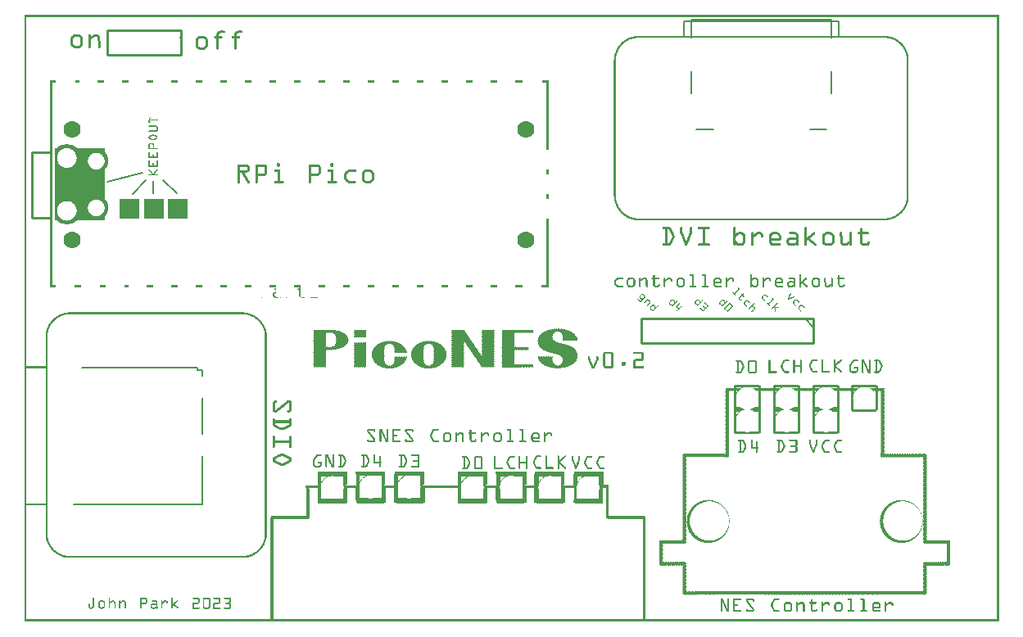
<source format=gto>
G04 MADE WITH FRITZING*
G04 WWW.FRITZING.ORG*
G04 DOUBLE SIDED*
G04 HOLES PLATED*
G04 CONTOUR ON CENTER OF CONTOUR VECTOR*
%ASAXBY*%
%FSLAX23Y23*%
%MOIN*%
%OFA0B0*%
%SFA1.0B1.0*%
%ADD10C,0.070000*%
%ADD11R,0.085497X0.276407X0.065497X0.256407*%
%ADD12C,0.010000*%
%ADD13R,0.082490X0.082490*%
%ADD14C,0.005000*%
%ADD15C,0.008000*%
%ADD16R,0.001000X0.001000*%
%LNSILK1*%
G90*
G70*
G54D10*
X194Y2003D03*
X194Y1555D03*
X2040Y2003D03*
X2040Y1555D03*
G54D12*
X31Y1911D02*
X107Y1911D01*
X107Y1644D01*
X31Y1644D01*
X31Y1911D01*
D02*
G54D13*
X625Y1681D03*
X527Y1681D03*
X429Y1681D03*
G54D12*
X3212Y1233D02*
X2512Y1233D01*
D02*
X2512Y1233D02*
X2512Y1133D01*
D02*
X2512Y1133D02*
X3212Y1133D01*
D02*
X3212Y1133D02*
X3212Y1233D01*
G54D14*
D02*
X3177Y1233D02*
X3212Y1198D01*
G54D15*
D02*
X3285Y2449D02*
X3285Y2378D01*
D02*
X3285Y2240D02*
X3285Y2151D01*
D02*
X3265Y2004D02*
X3197Y2004D01*
D02*
X2803Y2004D02*
X2734Y2004D01*
D02*
X3285Y2449D02*
X2714Y2449D01*
D02*
X2714Y2449D02*
X2714Y2378D01*
D02*
X2714Y2240D02*
X2714Y2151D01*
D02*
X2685Y2445D02*
X3315Y2445D01*
D02*
X2685Y2383D02*
X2685Y2445D01*
D02*
X3315Y2383D02*
X3315Y2445D01*
G54D14*
D02*
X726Y999D02*
X726Y1025D01*
D02*
X726Y1025D02*
X706Y1025D01*
D02*
X706Y1025D02*
X706Y1035D01*
D02*
X706Y1035D02*
X236Y1035D01*
D02*
X726Y909D02*
X726Y763D01*
D02*
X726Y675D02*
X726Y476D01*
D02*
X726Y476D02*
X201Y476D01*
G54D12*
D02*
X637Y2408D02*
X337Y2408D01*
D02*
X337Y2408D02*
X337Y2308D01*
D02*
X337Y2308D02*
X637Y2308D01*
D02*
X637Y2308D02*
X637Y2408D01*
G54D14*
D02*
X339Y1791D02*
X480Y1827D01*
D02*
X441Y1741D02*
X494Y1797D01*
D02*
X621Y1742D02*
X564Y1796D01*
D02*
X524Y1742D02*
X524Y1795D01*
G36*
X2855Y940D02*
X2855Y937D01*
X2852Y937D01*
X2852Y934D01*
X2855Y934D01*
X2855Y920D01*
X2852Y920D01*
X2852Y917D01*
X2855Y917D01*
X2855Y904D01*
X2852Y904D01*
X2852Y900D01*
X2855Y900D01*
X2855Y887D01*
X2852Y887D01*
X2852Y884D01*
X2855Y884D01*
X2855Y870D01*
X2852Y870D01*
X2852Y867D01*
X2855Y867D01*
X2855Y854D01*
X2852Y854D01*
X2852Y850D01*
X2855Y850D01*
X2855Y837D01*
X2852Y837D01*
X2852Y834D01*
X2855Y834D01*
X2855Y820D01*
X2852Y820D01*
X2852Y817D01*
X2855Y817D01*
X2855Y804D01*
X2852Y804D01*
X2852Y800D01*
X2855Y800D01*
X2855Y787D01*
X2852Y787D01*
X2852Y784D01*
X2855Y784D01*
X2855Y770D01*
X2852Y770D01*
X2852Y767D01*
X2855Y767D01*
X2855Y754D01*
X2852Y754D01*
X2852Y750D01*
X2855Y750D01*
X2855Y737D01*
X2852Y737D01*
X2852Y734D01*
X2855Y734D01*
X2855Y720D01*
X2852Y720D01*
X2852Y717D01*
X2855Y717D01*
X2855Y704D01*
X2852Y704D01*
X2852Y700D01*
X2855Y700D01*
X2855Y687D01*
X2852Y687D01*
X2852Y684D01*
X2855Y684D01*
X2855Y680D01*
X2869Y680D01*
X2869Y937D01*
X2872Y937D01*
X2872Y940D01*
X2855Y940D01*
G37*
D02*
G36*
X2875Y940D02*
X2875Y937D01*
X2879Y937D01*
X2879Y940D01*
X2875Y940D01*
G37*
D02*
G36*
X2882Y940D02*
X2882Y937D01*
X2885Y937D01*
X2885Y940D01*
X2882Y940D01*
G37*
D02*
G36*
X2889Y940D02*
X2889Y937D01*
X2892Y937D01*
X2892Y940D01*
X2889Y940D01*
G37*
D02*
G36*
X2895Y940D02*
X2895Y937D01*
X2899Y937D01*
X2899Y940D01*
X2895Y940D01*
G37*
D02*
G36*
X2902Y940D02*
X2902Y937D01*
X2905Y937D01*
X2905Y940D01*
X2902Y940D01*
G37*
D02*
G36*
X2982Y940D02*
X2982Y937D01*
X2985Y937D01*
X2985Y940D01*
X2982Y940D01*
G37*
D02*
G36*
X2989Y940D02*
X2989Y937D01*
X2992Y937D01*
X2992Y940D01*
X2989Y940D01*
G37*
D02*
G36*
X2995Y940D02*
X2995Y937D01*
X2999Y937D01*
X2999Y940D01*
X2995Y940D01*
G37*
D02*
G36*
X3002Y940D02*
X3002Y937D01*
X3005Y937D01*
X3005Y940D01*
X3002Y940D01*
G37*
D02*
G36*
X3009Y940D02*
X3009Y937D01*
X3012Y937D01*
X3012Y940D01*
X3009Y940D01*
G37*
D02*
G36*
X3015Y940D02*
X3015Y937D01*
X3019Y937D01*
X3019Y940D01*
X3015Y940D01*
G37*
D02*
G36*
X3022Y940D02*
X3022Y937D01*
X3025Y937D01*
X3025Y940D01*
X3022Y940D01*
G37*
D02*
G36*
X3029Y940D02*
X3029Y937D01*
X3032Y937D01*
X3032Y940D01*
X3029Y940D01*
G37*
D02*
G36*
X3035Y940D02*
X3035Y937D01*
X3039Y937D01*
X3039Y940D01*
X3035Y940D01*
G37*
D02*
G36*
X3042Y940D02*
X3042Y937D01*
X3045Y937D01*
X3045Y940D01*
X3042Y940D01*
G37*
D02*
G36*
X3049Y940D02*
X3049Y937D01*
X3052Y937D01*
X3052Y940D01*
X3049Y940D01*
G37*
D02*
G36*
X3055Y940D02*
X3055Y937D01*
X3059Y937D01*
X3059Y940D01*
X3055Y940D01*
G37*
D02*
G36*
X3062Y940D02*
X3062Y937D01*
X3065Y937D01*
X3065Y940D01*
X3062Y940D01*
G37*
D02*
G36*
X3142Y940D02*
X3142Y937D01*
X3145Y937D01*
X3145Y940D01*
X3142Y940D01*
G37*
D02*
G36*
X3149Y940D02*
X3149Y937D01*
X3152Y937D01*
X3152Y940D01*
X3149Y940D01*
G37*
D02*
G36*
X3155Y940D02*
X3155Y937D01*
X3159Y937D01*
X3159Y940D01*
X3155Y940D01*
G37*
D02*
G36*
X3162Y940D02*
X3162Y937D01*
X3165Y937D01*
X3165Y940D01*
X3162Y940D01*
G37*
D02*
G36*
X3169Y940D02*
X3169Y937D01*
X3172Y937D01*
X3172Y940D01*
X3169Y940D01*
G37*
D02*
G36*
X3175Y940D02*
X3175Y937D01*
X3179Y937D01*
X3179Y940D01*
X3175Y940D01*
G37*
D02*
G36*
X3182Y940D02*
X3182Y937D01*
X3185Y937D01*
X3185Y940D01*
X3182Y940D01*
G37*
D02*
G36*
X3189Y940D02*
X3189Y937D01*
X3192Y937D01*
X3192Y940D01*
X3189Y940D01*
G37*
D02*
G36*
X3195Y940D02*
X3195Y937D01*
X3199Y937D01*
X3199Y940D01*
X3195Y940D01*
G37*
D02*
G36*
X3202Y940D02*
X3202Y937D01*
X3205Y937D01*
X3205Y940D01*
X3202Y940D01*
G37*
D02*
G36*
X3209Y940D02*
X3209Y937D01*
X3212Y937D01*
X3212Y940D01*
X3209Y940D01*
G37*
D02*
G36*
X3215Y940D02*
X3215Y937D01*
X3219Y937D01*
X3219Y940D01*
X3215Y940D01*
G37*
D02*
G36*
X3222Y940D02*
X3222Y937D01*
X3225Y937D01*
X3225Y940D01*
X3222Y940D01*
G37*
D02*
G36*
X3302Y940D02*
X3302Y937D01*
X3305Y937D01*
X3305Y940D01*
X3302Y940D01*
G37*
D02*
G36*
X3309Y940D02*
X3309Y937D01*
X3312Y937D01*
X3312Y940D01*
X3309Y940D01*
G37*
D02*
G36*
X3315Y940D02*
X3315Y937D01*
X3319Y937D01*
X3319Y940D01*
X3315Y940D01*
G37*
D02*
G36*
X3322Y940D02*
X3322Y937D01*
X3325Y937D01*
X3325Y940D01*
X3322Y940D01*
G37*
D02*
G36*
X3329Y940D02*
X3329Y937D01*
X3332Y937D01*
X3332Y940D01*
X3329Y940D01*
G37*
D02*
G36*
X3335Y940D02*
X3335Y937D01*
X3339Y937D01*
X3339Y940D01*
X3335Y940D01*
G37*
D02*
G36*
X3342Y940D02*
X3342Y937D01*
X3345Y937D01*
X3345Y940D01*
X3342Y940D01*
G37*
D02*
G36*
X3349Y940D02*
X3349Y937D01*
X3352Y937D01*
X3352Y940D01*
X3349Y940D01*
G37*
D02*
G36*
X3355Y940D02*
X3355Y937D01*
X3359Y937D01*
X3359Y940D01*
X3355Y940D01*
G37*
D02*
G36*
X3362Y940D02*
X3362Y937D01*
X3365Y937D01*
X3365Y940D01*
X3362Y940D01*
G37*
D02*
G36*
X3369Y940D02*
X3369Y937D01*
X3372Y937D01*
X3372Y940D01*
X3369Y940D01*
G37*
D02*
G36*
X3375Y940D02*
X3375Y937D01*
X3379Y937D01*
X3379Y940D01*
X3375Y940D01*
G37*
D02*
G36*
X3455Y940D02*
X3455Y937D01*
X3459Y937D01*
X3459Y940D01*
X3455Y940D01*
G37*
D02*
G36*
X3462Y940D02*
X3462Y937D01*
X3465Y937D01*
X3465Y940D01*
X3462Y940D01*
G37*
D02*
G36*
X3469Y940D02*
X3469Y937D01*
X3472Y937D01*
X3472Y940D01*
X3469Y940D01*
G37*
D02*
G36*
X3475Y940D02*
X3475Y937D01*
X3479Y937D01*
X3479Y940D01*
X3475Y940D01*
G37*
D02*
G36*
X2682Y684D02*
X2682Y680D01*
X2852Y680D01*
X2852Y684D01*
X2682Y684D01*
G37*
D02*
G36*
X3512Y684D02*
X3512Y680D01*
X3519Y680D01*
X3519Y684D01*
X3512Y684D01*
G37*
D02*
G36*
X3522Y684D02*
X3522Y680D01*
X3529Y680D01*
X3529Y684D01*
X3522Y684D01*
G37*
D02*
G36*
X3532Y684D02*
X3532Y680D01*
X3539Y680D01*
X3539Y684D01*
X3532Y684D01*
G37*
D02*
G36*
X3542Y684D02*
X3542Y680D01*
X3549Y680D01*
X3549Y684D01*
X3542Y684D01*
G37*
D02*
G36*
X3552Y684D02*
X3552Y680D01*
X3559Y680D01*
X3559Y684D01*
X3552Y684D01*
G37*
D02*
G36*
X3562Y684D02*
X3562Y680D01*
X3569Y680D01*
X3569Y684D01*
X3562Y684D01*
G37*
D02*
G36*
X3572Y684D02*
X3572Y680D01*
X3579Y680D01*
X3579Y684D01*
X3572Y684D01*
G37*
D02*
G36*
X3582Y684D02*
X3582Y680D01*
X3589Y680D01*
X3589Y684D01*
X3582Y684D01*
G37*
D02*
G36*
X3592Y684D02*
X3592Y680D01*
X3599Y680D01*
X3599Y684D01*
X3592Y684D01*
G37*
D02*
G36*
X3602Y684D02*
X3602Y680D01*
X3609Y680D01*
X3609Y684D01*
X3602Y684D01*
G37*
D02*
G36*
X3612Y684D02*
X3612Y680D01*
X3622Y680D01*
X3622Y684D01*
X3612Y684D01*
G37*
D02*
G36*
X3625Y684D02*
X3625Y680D01*
X3635Y680D01*
X3635Y684D01*
X3625Y684D01*
G37*
D02*
G36*
X3639Y684D02*
X3639Y680D01*
X3652Y680D01*
X3652Y684D01*
X3639Y684D01*
G37*
D02*
G36*
X3655Y684D02*
X3655Y680D01*
X3669Y680D01*
X3669Y684D01*
X3655Y684D01*
G37*
D02*
G36*
X2682Y680D02*
X2682Y677D01*
X2869Y677D01*
X2869Y680D01*
X2682Y680D01*
G37*
D02*
G36*
X2682Y680D02*
X2682Y677D01*
X2869Y677D01*
X2869Y680D01*
X2682Y680D01*
G37*
D02*
G36*
X3485Y680D02*
X3485Y677D01*
X3672Y677D01*
X3672Y680D01*
X3485Y680D01*
G37*
D02*
G36*
X3485Y680D02*
X3485Y677D01*
X3672Y677D01*
X3672Y680D01*
X3485Y680D01*
G37*
D02*
G36*
X3485Y680D02*
X3485Y677D01*
X3672Y677D01*
X3672Y680D01*
X3485Y680D01*
G37*
D02*
G36*
X3485Y680D02*
X3485Y677D01*
X3672Y677D01*
X3672Y680D01*
X3485Y680D01*
G37*
D02*
G36*
X3485Y680D02*
X3485Y677D01*
X3672Y677D01*
X3672Y680D01*
X3485Y680D01*
G37*
D02*
G36*
X3485Y680D02*
X3485Y677D01*
X3672Y677D01*
X3672Y680D01*
X3485Y680D01*
G37*
D02*
G36*
X3485Y680D02*
X3485Y677D01*
X3672Y677D01*
X3672Y680D01*
X3485Y680D01*
G37*
D02*
G36*
X3485Y680D02*
X3485Y677D01*
X3672Y677D01*
X3672Y680D01*
X3485Y680D01*
G37*
D02*
G36*
X3485Y680D02*
X3485Y677D01*
X3672Y677D01*
X3672Y680D01*
X3485Y680D01*
G37*
D02*
G36*
X3485Y680D02*
X3485Y677D01*
X3672Y677D01*
X3672Y680D01*
X3485Y680D01*
G37*
D02*
G36*
X3485Y680D02*
X3485Y677D01*
X3672Y677D01*
X3672Y680D01*
X3485Y680D01*
G37*
D02*
G36*
X3485Y680D02*
X3485Y677D01*
X3672Y677D01*
X3672Y680D01*
X3485Y680D01*
G37*
D02*
G36*
X3485Y680D02*
X3485Y677D01*
X3672Y677D01*
X3672Y680D01*
X3485Y680D01*
G37*
D02*
G36*
X3485Y680D02*
X3485Y677D01*
X3672Y677D01*
X3672Y680D01*
X3485Y680D01*
G37*
D02*
G36*
X3485Y680D02*
X3485Y677D01*
X3672Y677D01*
X3672Y680D01*
X3485Y680D01*
G37*
D02*
G36*
X2679Y677D02*
X2679Y674D01*
X2682Y674D01*
X2682Y670D01*
X2862Y670D01*
X2862Y667D01*
X2865Y667D01*
X2865Y670D01*
X2869Y670D01*
X2869Y677D01*
X2679Y677D01*
G37*
D02*
G36*
X2679Y670D02*
X2679Y667D01*
X2682Y667D01*
X2682Y664D01*
X2679Y664D01*
X2679Y660D01*
X2682Y660D01*
X2682Y657D01*
X2679Y657D01*
X2679Y654D01*
X2682Y654D01*
X2682Y650D01*
X2679Y650D01*
X2679Y647D01*
X2682Y647D01*
X2682Y644D01*
X2679Y644D01*
X2679Y640D01*
X2682Y640D01*
X2682Y637D01*
X2679Y637D01*
X2679Y634D01*
X2682Y634D01*
X2682Y630D01*
X2679Y630D01*
X2679Y627D01*
X2682Y627D01*
X2682Y624D01*
X2679Y624D01*
X2679Y620D01*
X2682Y620D01*
X2682Y617D01*
X2679Y617D01*
X2679Y614D01*
X2682Y614D01*
X2682Y610D01*
X2679Y610D01*
X2679Y607D01*
X2682Y607D01*
X2682Y604D01*
X2679Y604D01*
X2679Y600D01*
X2682Y600D01*
X2682Y597D01*
X2679Y597D01*
X2679Y594D01*
X2682Y594D01*
X2682Y590D01*
X2679Y590D01*
X2679Y587D01*
X2682Y587D01*
X2682Y584D01*
X2679Y584D01*
X2679Y580D01*
X2682Y580D01*
X2682Y577D01*
X2679Y577D01*
X2679Y574D01*
X2682Y574D01*
X2682Y570D01*
X2679Y570D01*
X2679Y567D01*
X2682Y567D01*
X2682Y564D01*
X2679Y564D01*
X2679Y560D01*
X2682Y560D01*
X2682Y557D01*
X2679Y557D01*
X2679Y554D01*
X2682Y554D01*
X2682Y550D01*
X2679Y550D01*
X2679Y547D01*
X2682Y547D01*
X2682Y544D01*
X2679Y544D01*
X2679Y540D01*
X2682Y540D01*
X2682Y537D01*
X2679Y537D01*
X2679Y534D01*
X2682Y534D01*
X2682Y530D01*
X2679Y530D01*
X2679Y527D01*
X2682Y527D01*
X2682Y524D01*
X2679Y524D01*
X2679Y520D01*
X2682Y520D01*
X2682Y517D01*
X2679Y517D01*
X2679Y514D01*
X2682Y514D01*
X2682Y510D01*
X2679Y510D01*
X2679Y507D01*
X2682Y507D01*
X2682Y504D01*
X2679Y504D01*
X2679Y500D01*
X2682Y500D01*
X2682Y497D01*
X2679Y497D01*
X2679Y494D01*
X2682Y494D01*
X2682Y490D01*
X2679Y490D01*
X2679Y487D01*
X2682Y487D01*
X2682Y484D01*
X2679Y484D01*
X2679Y480D01*
X2682Y480D01*
X2682Y477D01*
X2679Y477D01*
X2679Y474D01*
X2682Y474D01*
X2682Y470D01*
X2679Y470D01*
X2679Y467D01*
X2682Y467D01*
X2682Y464D01*
X2679Y464D01*
X2679Y460D01*
X2682Y460D01*
X2682Y457D01*
X2679Y457D01*
X2679Y454D01*
X2682Y454D01*
X2682Y450D01*
X2679Y450D01*
X2679Y447D01*
X2682Y447D01*
X2682Y444D01*
X2679Y444D01*
X2679Y440D01*
X2682Y440D01*
X2682Y437D01*
X2679Y437D01*
X2679Y434D01*
X2682Y434D01*
X2682Y430D01*
X2679Y430D01*
X2679Y427D01*
X2682Y427D01*
X2682Y424D01*
X2679Y424D01*
X2679Y420D01*
X2682Y420D01*
X2682Y417D01*
X2679Y417D01*
X2679Y414D01*
X2682Y414D01*
X2682Y410D01*
X2679Y410D01*
X2679Y407D01*
X2695Y407D01*
X2695Y430D01*
X2692Y430D01*
X2692Y434D01*
X2695Y434D01*
X2695Y447D01*
X2692Y447D01*
X2692Y450D01*
X2695Y450D01*
X2695Y464D01*
X2692Y464D01*
X2692Y467D01*
X2695Y467D01*
X2695Y480D01*
X2692Y480D01*
X2692Y484D01*
X2695Y484D01*
X2695Y497D01*
X2692Y497D01*
X2692Y500D01*
X2695Y500D01*
X2695Y514D01*
X2692Y514D01*
X2692Y517D01*
X2695Y517D01*
X2695Y530D01*
X2692Y530D01*
X2692Y534D01*
X2695Y534D01*
X2695Y547D01*
X2692Y547D01*
X2692Y550D01*
X2695Y550D01*
X2695Y564D01*
X2692Y564D01*
X2692Y567D01*
X2695Y567D01*
X2695Y580D01*
X2692Y580D01*
X2692Y584D01*
X2695Y584D01*
X2695Y597D01*
X2692Y597D01*
X2692Y600D01*
X2695Y600D01*
X2695Y614D01*
X2692Y614D01*
X2692Y617D01*
X2695Y617D01*
X2695Y630D01*
X2692Y630D01*
X2692Y634D01*
X2695Y634D01*
X2695Y647D01*
X2692Y647D01*
X2692Y650D01*
X2695Y650D01*
X2695Y664D01*
X2692Y664D01*
X2692Y667D01*
X2695Y667D01*
X2695Y670D01*
X2679Y670D01*
G37*
D02*
G36*
X2849Y670D02*
X2849Y667D01*
X2852Y667D01*
X2852Y670D01*
X2849Y670D01*
G37*
D02*
G36*
X2855Y670D02*
X2855Y667D01*
X2859Y667D01*
X2859Y670D01*
X2855Y670D01*
G37*
D02*
G36*
X3489Y670D02*
X3489Y667D01*
X3492Y667D01*
X3492Y670D01*
X3489Y670D01*
G37*
D02*
G36*
X3495Y670D02*
X3495Y667D01*
X3499Y667D01*
X3499Y670D01*
X3495Y670D01*
G37*
D02*
G36*
X3502Y670D02*
X3502Y667D01*
X3505Y667D01*
X3505Y670D01*
X3502Y670D01*
G37*
D02*
G36*
X3509Y670D02*
X3509Y667D01*
X3512Y667D01*
X3512Y670D01*
X3509Y670D01*
G37*
D02*
G36*
X3515Y670D02*
X3515Y667D01*
X3519Y667D01*
X3519Y670D01*
X3515Y670D01*
G37*
D02*
G36*
X3522Y670D02*
X3522Y667D01*
X3525Y667D01*
X3525Y670D01*
X3522Y670D01*
G37*
D02*
G36*
X3529Y670D02*
X3529Y667D01*
X3532Y667D01*
X3532Y670D01*
X3529Y670D01*
G37*
D02*
G36*
X3535Y670D02*
X3535Y667D01*
X3539Y667D01*
X3539Y670D01*
X3535Y670D01*
G37*
D02*
G36*
X3542Y670D02*
X3542Y667D01*
X3545Y667D01*
X3545Y670D01*
X3542Y670D01*
G37*
D02*
G36*
X3549Y670D02*
X3549Y667D01*
X3552Y667D01*
X3552Y670D01*
X3549Y670D01*
G37*
D02*
G36*
X3555Y670D02*
X3555Y667D01*
X3559Y667D01*
X3559Y670D01*
X3555Y670D01*
G37*
D02*
G36*
X3562Y670D02*
X3562Y667D01*
X3565Y667D01*
X3565Y670D01*
X3562Y670D01*
G37*
D02*
G36*
X3569Y670D02*
X3569Y667D01*
X3572Y667D01*
X3572Y670D01*
X3569Y670D01*
G37*
D02*
G36*
X3575Y670D02*
X3575Y667D01*
X3579Y667D01*
X3579Y670D01*
X3575Y670D01*
G37*
D02*
G36*
X3582Y670D02*
X3582Y667D01*
X3585Y667D01*
X3585Y670D01*
X3582Y670D01*
G37*
D02*
G36*
X3589Y670D02*
X3589Y667D01*
X3592Y667D01*
X3592Y670D01*
X3589Y670D01*
G37*
D02*
G36*
X3595Y670D02*
X3595Y667D01*
X3599Y667D01*
X3599Y670D01*
X3595Y670D01*
G37*
D02*
G36*
X3602Y670D02*
X3602Y667D01*
X3605Y667D01*
X3605Y670D01*
X3602Y670D01*
G37*
D02*
G36*
X3609Y670D02*
X3609Y667D01*
X3612Y667D01*
X3612Y670D01*
X3609Y670D01*
G37*
D02*
G36*
X3615Y670D02*
X3615Y667D01*
X3619Y667D01*
X3619Y670D01*
X3615Y670D01*
G37*
D02*
G36*
X3622Y670D02*
X3622Y667D01*
X3625Y667D01*
X3625Y670D01*
X3622Y670D01*
G37*
D02*
G36*
X3629Y670D02*
X3629Y667D01*
X3632Y667D01*
X3632Y670D01*
X3629Y670D01*
G37*
D02*
G36*
X3635Y670D02*
X3635Y667D01*
X3639Y667D01*
X3639Y670D01*
X3635Y670D01*
G37*
D02*
G36*
X3642Y670D02*
X3642Y667D01*
X3645Y667D01*
X3645Y670D01*
X3642Y670D01*
G37*
D02*
G36*
X3652Y670D02*
X3652Y667D01*
X3655Y667D01*
X3655Y670D01*
X3652Y670D01*
G37*
D02*
G36*
X3659Y414D02*
X3659Y410D01*
X3672Y410D01*
X3672Y414D01*
X3659Y414D01*
G37*
D02*
G36*
X3659Y407D02*
X3659Y404D01*
X3662Y404D01*
X3662Y400D01*
X3675Y400D01*
X3675Y404D01*
X3672Y404D01*
X3672Y407D01*
X3659Y407D01*
G37*
D02*
G36*
X2679Y404D02*
X2679Y400D01*
X2692Y400D01*
X2692Y404D01*
X2679Y404D01*
G37*
D02*
G36*
X2682Y400D02*
X2682Y397D01*
X2679Y397D01*
X2679Y394D01*
X2682Y394D01*
X2682Y390D01*
X2679Y390D01*
X2679Y387D01*
X2682Y387D01*
X2682Y384D01*
X2679Y384D01*
X2679Y380D01*
X2682Y380D01*
X2682Y377D01*
X2679Y377D01*
X2679Y374D01*
X2682Y374D01*
X2682Y370D01*
X2679Y370D01*
X2679Y367D01*
X2682Y367D01*
X2682Y364D01*
X2679Y364D01*
X2679Y360D01*
X2682Y360D01*
X2682Y357D01*
X2679Y357D01*
X2679Y354D01*
X2682Y354D01*
X2682Y350D01*
X2679Y350D01*
X2679Y347D01*
X2682Y347D01*
X2682Y344D01*
X2679Y344D01*
X2679Y340D01*
X2682Y340D01*
X2682Y337D01*
X2679Y337D01*
X2679Y330D01*
X2585Y330D01*
X2585Y240D01*
X2605Y240D01*
X2605Y244D01*
X2599Y244D01*
X2599Y257D01*
X2602Y257D01*
X2602Y260D01*
X2599Y260D01*
X2599Y274D01*
X2602Y274D01*
X2602Y277D01*
X2599Y277D01*
X2599Y290D01*
X2602Y290D01*
X2602Y294D01*
X2599Y294D01*
X2599Y307D01*
X2602Y307D01*
X2602Y310D01*
X2599Y310D01*
X2599Y317D01*
X2692Y317D01*
X2692Y320D01*
X2695Y320D01*
X2695Y327D01*
X2692Y327D01*
X2692Y330D01*
X2695Y330D01*
X2695Y344D01*
X2692Y344D01*
X2692Y347D01*
X2695Y347D01*
X2695Y360D01*
X2692Y360D01*
X2692Y364D01*
X2695Y364D01*
X2695Y377D01*
X2692Y377D01*
X2692Y380D01*
X2695Y380D01*
X2695Y400D01*
X2682Y400D01*
G37*
D02*
G36*
X3659Y400D02*
X3659Y397D01*
X3672Y397D01*
X3672Y400D01*
X3659Y400D01*
G37*
D02*
G36*
X3659Y394D02*
X3659Y387D01*
X3662Y387D01*
X3662Y384D01*
X3659Y384D01*
X3659Y367D01*
X3662Y367D01*
X3662Y364D01*
X3659Y364D01*
X3659Y347D01*
X3662Y347D01*
X3662Y344D01*
X3659Y344D01*
X3659Y330D01*
X3662Y330D01*
X3662Y327D01*
X3659Y327D01*
X3659Y320D01*
X3662Y320D01*
X3662Y317D01*
X3755Y317D01*
X3755Y244D01*
X3745Y244D01*
X3745Y240D01*
X3769Y240D01*
X3769Y330D01*
X3675Y330D01*
X3675Y334D01*
X3672Y334D01*
X3672Y337D01*
X3675Y337D01*
X3675Y340D01*
X3672Y340D01*
X3672Y344D01*
X3675Y344D01*
X3675Y347D01*
X3672Y347D01*
X3672Y354D01*
X3675Y354D01*
X3675Y357D01*
X3672Y357D01*
X3672Y360D01*
X3675Y360D01*
X3675Y364D01*
X3672Y364D01*
X3672Y367D01*
X3675Y367D01*
X3675Y370D01*
X3672Y370D01*
X3672Y374D01*
X3675Y374D01*
X3675Y377D01*
X3672Y377D01*
X3672Y380D01*
X3675Y380D01*
X3675Y384D01*
X3672Y384D01*
X3672Y387D01*
X3675Y387D01*
X3675Y390D01*
X3672Y390D01*
X3672Y394D01*
X3659Y394D01*
G37*
D02*
G36*
X2609Y244D02*
X2609Y240D01*
X2615Y240D01*
X2615Y244D01*
X2609Y244D01*
G37*
D02*
G36*
X2619Y244D02*
X2619Y240D01*
X2625Y240D01*
X2625Y244D01*
X2619Y244D01*
G37*
D02*
G36*
X2629Y244D02*
X2629Y240D01*
X2635Y240D01*
X2635Y244D01*
X2629Y244D01*
G37*
D02*
G36*
X2639Y244D02*
X2639Y240D01*
X2645Y240D01*
X2645Y244D01*
X2639Y244D01*
G37*
D02*
G36*
X2649Y244D02*
X2649Y240D01*
X2662Y240D01*
X2662Y244D01*
X2649Y244D01*
G37*
D02*
G36*
X2665Y244D02*
X2665Y240D01*
X2689Y240D01*
X2689Y244D01*
X2665Y244D01*
G37*
D02*
G36*
X3665Y244D02*
X3665Y240D01*
X3669Y240D01*
X3669Y244D01*
X3665Y244D01*
G37*
D02*
G36*
X3672Y244D02*
X3672Y240D01*
X3675Y240D01*
X3675Y244D01*
X3672Y244D01*
G37*
D02*
G36*
X3679Y244D02*
X3679Y240D01*
X3682Y240D01*
X3682Y244D01*
X3679Y244D01*
G37*
D02*
G36*
X3685Y244D02*
X3685Y240D01*
X3689Y240D01*
X3689Y244D01*
X3685Y244D01*
G37*
D02*
G36*
X3692Y244D02*
X3692Y240D01*
X3695Y240D01*
X3695Y244D01*
X3692Y244D01*
G37*
D02*
G36*
X3699Y244D02*
X3699Y240D01*
X3702Y240D01*
X3702Y244D01*
X3699Y244D01*
G37*
D02*
G36*
X3705Y244D02*
X3705Y240D01*
X3709Y240D01*
X3709Y244D01*
X3705Y244D01*
G37*
D02*
G36*
X3712Y244D02*
X3712Y240D01*
X3715Y240D01*
X3715Y244D01*
X3712Y244D01*
G37*
D02*
G36*
X3719Y244D02*
X3719Y240D01*
X3722Y240D01*
X3722Y244D01*
X3719Y244D01*
G37*
D02*
G36*
X3725Y244D02*
X3725Y240D01*
X3732Y240D01*
X3732Y244D01*
X3725Y244D01*
G37*
D02*
G36*
X3735Y244D02*
X3735Y240D01*
X3742Y240D01*
X3742Y244D01*
X3735Y244D01*
G37*
D02*
G36*
X2585Y240D02*
X2585Y237D01*
X2695Y237D01*
X2695Y240D01*
X2585Y240D01*
G37*
D02*
G36*
X2585Y240D02*
X2585Y237D01*
X2695Y237D01*
X2695Y240D01*
X2585Y240D01*
G37*
D02*
G36*
X2585Y240D02*
X2585Y237D01*
X2695Y237D01*
X2695Y240D01*
X2585Y240D01*
G37*
D02*
G36*
X2585Y240D02*
X2585Y237D01*
X2695Y237D01*
X2695Y240D01*
X2585Y240D01*
G37*
D02*
G36*
X2585Y240D02*
X2585Y237D01*
X2695Y237D01*
X2695Y240D01*
X2585Y240D01*
G37*
D02*
G36*
X2585Y240D02*
X2585Y237D01*
X2695Y237D01*
X2695Y240D01*
X2585Y240D01*
G37*
D02*
G36*
X2585Y240D02*
X2585Y237D01*
X2695Y237D01*
X2695Y240D01*
X2585Y240D01*
G37*
D02*
G36*
X3659Y240D02*
X3659Y237D01*
X3769Y237D01*
X3769Y240D01*
X3659Y240D01*
G37*
D02*
G36*
X3659Y240D02*
X3659Y237D01*
X3769Y237D01*
X3769Y240D01*
X3659Y240D01*
G37*
D02*
G36*
X3659Y240D02*
X3659Y237D01*
X3769Y237D01*
X3769Y240D01*
X3659Y240D01*
G37*
D02*
G36*
X3659Y240D02*
X3659Y237D01*
X3769Y237D01*
X3769Y240D01*
X3659Y240D01*
G37*
D02*
G36*
X3659Y240D02*
X3659Y237D01*
X3769Y237D01*
X3769Y240D01*
X3659Y240D01*
G37*
D02*
G36*
X3659Y240D02*
X3659Y237D01*
X3769Y237D01*
X3769Y240D01*
X3659Y240D01*
G37*
D02*
G36*
X3659Y240D02*
X3659Y237D01*
X3769Y237D01*
X3769Y240D01*
X3659Y240D01*
G37*
D02*
G36*
X3659Y240D02*
X3659Y237D01*
X3769Y237D01*
X3769Y240D01*
X3659Y240D01*
G37*
D02*
G36*
X3659Y240D02*
X3659Y237D01*
X3769Y237D01*
X3769Y240D01*
X3659Y240D01*
G37*
D02*
G36*
X3659Y240D02*
X3659Y237D01*
X3769Y237D01*
X3769Y240D01*
X3659Y240D01*
G37*
D02*
G36*
X3659Y240D02*
X3659Y237D01*
X3769Y237D01*
X3769Y240D01*
X3659Y240D01*
G37*
D02*
G36*
X3659Y240D02*
X3659Y237D01*
X3769Y237D01*
X3769Y240D01*
X3659Y240D01*
G37*
D02*
G36*
X2585Y237D02*
X2585Y230D01*
X2682Y230D01*
X2682Y227D01*
X2695Y227D01*
X2695Y230D01*
X2692Y230D01*
X2692Y234D01*
X2695Y234D01*
X2695Y237D01*
X2585Y237D01*
G37*
D02*
G36*
X3659Y237D02*
X3659Y234D01*
X3662Y234D01*
X3662Y230D01*
X3749Y230D01*
X3749Y227D01*
X3765Y227D01*
X3765Y230D01*
X3769Y230D01*
X3769Y237D01*
X3659Y237D01*
G37*
D02*
G36*
X2589Y230D02*
X2589Y227D01*
X2615Y227D01*
X2615Y230D01*
X2589Y230D01*
G37*
D02*
G36*
X2619Y230D02*
X2619Y227D01*
X2632Y227D01*
X2632Y230D01*
X2619Y230D01*
G37*
D02*
G36*
X2635Y230D02*
X2635Y227D01*
X2649Y227D01*
X2649Y230D01*
X2635Y230D01*
G37*
D02*
G36*
X2652Y230D02*
X2652Y227D01*
X2659Y227D01*
X2659Y230D01*
X2652Y230D01*
G37*
D02*
G36*
X2662Y230D02*
X2662Y227D01*
X2669Y227D01*
X2669Y230D01*
X2662Y230D01*
G37*
D02*
G36*
X2672Y230D02*
X2672Y227D01*
X2679Y227D01*
X2679Y230D01*
X2672Y230D01*
G37*
D02*
G36*
X3659Y230D02*
X3659Y217D01*
X3662Y217D01*
X3662Y214D01*
X3659Y214D01*
X3659Y200D01*
X3662Y200D01*
X3662Y197D01*
X3659Y197D01*
X3659Y184D01*
X3662Y184D01*
X3662Y180D01*
X3659Y180D01*
X3659Y167D01*
X3662Y167D01*
X3662Y164D01*
X3659Y164D01*
X3659Y150D01*
X3662Y150D01*
X3662Y147D01*
X3659Y147D01*
X3659Y134D01*
X3662Y134D01*
X3662Y130D01*
X3659Y130D01*
X3659Y124D01*
X2729Y124D01*
X2729Y120D01*
X3672Y120D01*
X3672Y124D01*
X3675Y124D01*
X3675Y127D01*
X3672Y127D01*
X3672Y130D01*
X3675Y130D01*
X3675Y134D01*
X3672Y134D01*
X3672Y140D01*
X3675Y140D01*
X3675Y144D01*
X3672Y144D01*
X3672Y147D01*
X3675Y147D01*
X3675Y150D01*
X3672Y150D01*
X3672Y154D01*
X3675Y154D01*
X3675Y157D01*
X3672Y157D01*
X3672Y160D01*
X3675Y160D01*
X3675Y164D01*
X3672Y164D01*
X3672Y167D01*
X3675Y167D01*
X3675Y170D01*
X3672Y170D01*
X3672Y174D01*
X3675Y174D01*
X3675Y177D01*
X3672Y177D01*
X3672Y180D01*
X3675Y180D01*
X3675Y184D01*
X3672Y184D01*
X3672Y190D01*
X3675Y190D01*
X3675Y194D01*
X3672Y194D01*
X3672Y197D01*
X3675Y197D01*
X3675Y200D01*
X3672Y200D01*
X3672Y204D01*
X3675Y204D01*
X3675Y207D01*
X3672Y207D01*
X3672Y210D01*
X3675Y210D01*
X3675Y214D01*
X3672Y214D01*
X3672Y220D01*
X3675Y220D01*
X3675Y224D01*
X3672Y224D01*
X3672Y227D01*
X3745Y227D01*
X3745Y230D01*
X3659Y230D01*
G37*
D02*
G36*
X2679Y227D02*
X2679Y224D01*
X2682Y224D01*
X2682Y220D01*
X2679Y220D01*
X2679Y217D01*
X2682Y217D01*
X2682Y214D01*
X2679Y214D01*
X2679Y210D01*
X2682Y210D01*
X2682Y207D01*
X2679Y207D01*
X2679Y204D01*
X2682Y204D01*
X2682Y200D01*
X2679Y200D01*
X2679Y197D01*
X2682Y197D01*
X2682Y194D01*
X2679Y194D01*
X2679Y190D01*
X2682Y190D01*
X2682Y187D01*
X2679Y187D01*
X2679Y184D01*
X2682Y184D01*
X2682Y180D01*
X2679Y180D01*
X2679Y177D01*
X2682Y177D01*
X2682Y174D01*
X2679Y174D01*
X2679Y170D01*
X2682Y170D01*
X2682Y167D01*
X2679Y167D01*
X2679Y164D01*
X2682Y164D01*
X2682Y160D01*
X2679Y160D01*
X2679Y157D01*
X2682Y157D01*
X2682Y154D01*
X2679Y154D01*
X2679Y150D01*
X2682Y150D01*
X2682Y144D01*
X2679Y144D01*
X2679Y140D01*
X2682Y140D01*
X2682Y137D01*
X2679Y137D01*
X2679Y134D01*
X2682Y134D01*
X2682Y130D01*
X2679Y130D01*
X2679Y127D01*
X2682Y127D01*
X2682Y124D01*
X2679Y124D01*
X2679Y120D01*
X2699Y120D01*
X2699Y124D01*
X2695Y124D01*
X2695Y130D01*
X2692Y130D01*
X2692Y134D01*
X2695Y134D01*
X2695Y147D01*
X2692Y147D01*
X2692Y150D01*
X2695Y150D01*
X2695Y160D01*
X2692Y160D01*
X2692Y164D01*
X2695Y164D01*
X2695Y174D01*
X2692Y174D01*
X2692Y177D01*
X2695Y177D01*
X2695Y190D01*
X2692Y190D01*
X2692Y194D01*
X2695Y194D01*
X2695Y204D01*
X2692Y204D01*
X2692Y207D01*
X2695Y207D01*
X2695Y217D01*
X2692Y217D01*
X2692Y220D01*
X2695Y220D01*
X2695Y227D01*
X2679Y227D01*
G37*
D02*
G36*
X2702Y124D02*
X2702Y120D01*
X2712Y120D01*
X2712Y124D01*
X2702Y124D01*
G37*
D02*
G36*
X2715Y124D02*
X2715Y120D01*
X2725Y120D01*
X2725Y124D01*
X2715Y124D01*
G37*
D02*
G36*
X2682Y120D02*
X2682Y117D01*
X3675Y117D01*
X3675Y120D01*
X2682Y120D01*
G37*
D02*
G36*
X2682Y120D02*
X2682Y117D01*
X3675Y117D01*
X3675Y120D01*
X2682Y120D01*
G37*
D02*
G36*
X2682Y120D02*
X2682Y117D01*
X3675Y117D01*
X3675Y120D01*
X2682Y120D01*
G37*
D02*
G36*
X2682Y120D02*
X2682Y117D01*
X3675Y117D01*
X3675Y120D01*
X2682Y120D01*
G37*
D02*
G36*
X2679Y117D02*
X2679Y114D01*
X2682Y114D01*
X2682Y110D01*
X3662Y110D01*
X3662Y107D01*
X3665Y107D01*
X3665Y110D01*
X3672Y110D01*
X3672Y117D01*
X2679Y117D01*
G37*
D02*
G36*
X2689Y110D02*
X2689Y107D01*
X2692Y107D01*
X2692Y110D01*
X2689Y110D01*
G37*
D02*
G36*
X2695Y110D02*
X2695Y107D01*
X2699Y107D01*
X2699Y110D01*
X2695Y110D01*
G37*
D02*
G36*
X2702Y110D02*
X2702Y107D01*
X2705Y107D01*
X2705Y110D01*
X2702Y110D01*
G37*
D02*
G36*
X2709Y110D02*
X2709Y107D01*
X2712Y107D01*
X2712Y110D01*
X2709Y110D01*
G37*
D02*
G36*
X2715Y110D02*
X2715Y107D01*
X2719Y107D01*
X2719Y110D01*
X2715Y110D01*
G37*
D02*
G36*
X2722Y110D02*
X2722Y107D01*
X2725Y107D01*
X2725Y110D01*
X2722Y110D01*
G37*
D02*
G36*
X2729Y110D02*
X2729Y107D01*
X2732Y107D01*
X2732Y110D01*
X2729Y110D01*
G37*
D02*
G36*
X2739Y110D02*
X2739Y107D01*
X2742Y107D01*
X2742Y110D01*
X2739Y110D01*
G37*
D02*
G36*
X2772Y110D02*
X2772Y107D01*
X2775Y107D01*
X2775Y110D01*
X2772Y110D01*
G37*
D02*
G36*
X2789Y110D02*
X2789Y107D01*
X2792Y107D01*
X2792Y110D01*
X2789Y110D01*
G37*
D02*
G36*
X2805Y110D02*
X2805Y107D01*
X2809Y107D01*
X2809Y110D01*
X2805Y110D01*
G37*
D02*
G36*
X3015Y110D02*
X3015Y107D01*
X3019Y107D01*
X3019Y110D01*
X3015Y110D01*
G37*
D02*
G36*
X3029Y110D02*
X3029Y107D01*
X3032Y107D01*
X3032Y110D01*
X3029Y110D01*
G37*
D02*
G36*
X3042Y110D02*
X3042Y107D01*
X3045Y107D01*
X3045Y110D01*
X3042Y110D01*
G37*
D02*
G36*
X3052Y110D02*
X3052Y107D01*
X3055Y107D01*
X3055Y110D01*
X3052Y110D01*
G37*
D02*
G36*
X3062Y110D02*
X3062Y107D01*
X3065Y107D01*
X3065Y110D01*
X3062Y110D01*
G37*
D02*
G36*
X3072Y110D02*
X3072Y107D01*
X3075Y107D01*
X3075Y110D01*
X3072Y110D01*
G37*
D02*
G36*
X3079Y110D02*
X3079Y107D01*
X3082Y107D01*
X3082Y110D01*
X3079Y110D01*
G37*
D02*
G36*
X3089Y110D02*
X3089Y107D01*
X3092Y107D01*
X3092Y110D01*
X3089Y110D01*
G37*
D02*
G36*
X3095Y110D02*
X3095Y107D01*
X3099Y107D01*
X3099Y110D01*
X3095Y110D01*
G37*
D02*
G36*
X3102Y110D02*
X3102Y107D01*
X3105Y107D01*
X3105Y110D01*
X3102Y110D01*
G37*
D02*
G36*
X3109Y110D02*
X3109Y107D01*
X3112Y107D01*
X3112Y110D01*
X3109Y110D01*
G37*
D02*
G36*
X3115Y110D02*
X3115Y107D01*
X3119Y107D01*
X3119Y110D01*
X3115Y110D01*
G37*
D02*
G36*
X3122Y110D02*
X3122Y107D01*
X3125Y107D01*
X3125Y110D01*
X3122Y110D01*
G37*
D02*
G36*
X3132Y110D02*
X3132Y107D01*
X3135Y107D01*
X3135Y110D01*
X3132Y110D01*
G37*
D02*
G36*
X3139Y110D02*
X3139Y107D01*
X3142Y107D01*
X3142Y110D01*
X3139Y110D01*
G37*
D02*
G36*
X3149Y110D02*
X3149Y107D01*
X3152Y107D01*
X3152Y110D01*
X3149Y110D01*
G37*
D02*
G36*
X3155Y110D02*
X3155Y107D01*
X3159Y107D01*
X3159Y110D01*
X3155Y110D01*
G37*
D02*
G36*
X3165Y110D02*
X3165Y107D01*
X3169Y107D01*
X3169Y110D01*
X3165Y110D01*
G37*
D02*
G36*
X3175Y110D02*
X3175Y107D01*
X3179Y107D01*
X3179Y110D01*
X3175Y110D01*
G37*
D02*
G36*
X3185Y110D02*
X3185Y107D01*
X3189Y107D01*
X3189Y110D01*
X3185Y110D01*
G37*
D02*
G36*
X3195Y110D02*
X3195Y107D01*
X3199Y107D01*
X3199Y110D01*
X3195Y110D01*
G37*
D02*
G36*
X3205Y110D02*
X3205Y107D01*
X3209Y107D01*
X3209Y110D01*
X3205Y110D01*
G37*
D02*
G36*
X3215Y110D02*
X3215Y107D01*
X3219Y107D01*
X3219Y110D01*
X3215Y110D01*
G37*
D02*
G36*
X3225Y110D02*
X3225Y107D01*
X3229Y107D01*
X3229Y110D01*
X3225Y110D01*
G37*
D02*
G36*
X3235Y110D02*
X3235Y107D01*
X3239Y107D01*
X3239Y110D01*
X3235Y110D01*
G37*
D02*
G36*
X3249Y110D02*
X3249Y107D01*
X3252Y107D01*
X3252Y110D01*
X3249Y110D01*
G37*
D02*
G36*
X3262Y110D02*
X3262Y107D01*
X3265Y107D01*
X3265Y110D01*
X3262Y110D01*
G37*
D02*
G36*
X3275Y110D02*
X3275Y107D01*
X3279Y107D01*
X3279Y110D01*
X3275Y110D01*
G37*
D02*
G36*
X3289Y110D02*
X3289Y107D01*
X3292Y107D01*
X3292Y110D01*
X3289Y110D01*
G37*
D02*
G36*
X3302Y110D02*
X3302Y107D01*
X3305Y107D01*
X3305Y110D01*
X3302Y110D01*
G37*
D02*
G36*
X3315Y110D02*
X3315Y107D01*
X3319Y107D01*
X3319Y110D01*
X3315Y110D01*
G37*
D02*
G36*
X3329Y110D02*
X3329Y107D01*
X3332Y107D01*
X3332Y110D01*
X3329Y110D01*
G37*
D02*
G36*
X3342Y110D02*
X3342Y107D01*
X3345Y107D01*
X3345Y110D01*
X3342Y110D01*
G37*
D02*
G36*
X3355Y110D02*
X3355Y107D01*
X3359Y107D01*
X3359Y110D01*
X3355Y110D01*
G37*
D02*
G36*
X3372Y110D02*
X3372Y107D01*
X3375Y107D01*
X3375Y110D01*
X3372Y110D01*
G37*
D02*
G36*
X3392Y110D02*
X3392Y107D01*
X3395Y107D01*
X3395Y110D01*
X3392Y110D01*
G37*
D02*
G36*
X3412Y110D02*
X3412Y107D01*
X3415Y107D01*
X3415Y110D01*
X3412Y110D01*
G37*
D02*
G36*
X3432Y110D02*
X3432Y107D01*
X3435Y107D01*
X3435Y110D01*
X3432Y110D01*
G37*
D02*
G36*
X3452Y110D02*
X3452Y107D01*
X3455Y107D01*
X3455Y110D01*
X3452Y110D01*
G37*
D02*
G36*
X3472Y110D02*
X3472Y107D01*
X3475Y107D01*
X3475Y110D01*
X3472Y110D01*
G37*
D02*
G36*
X1178Y1186D02*
X1178Y1176D01*
X1254Y1176D01*
X1254Y1173D01*
X1258Y1173D01*
X1258Y1170D01*
X1264Y1170D01*
X1264Y1163D01*
X1268Y1163D01*
X1268Y1153D01*
X1271Y1153D01*
X1271Y1150D01*
X1268Y1150D01*
X1268Y1143D01*
X1271Y1143D01*
X1271Y1140D01*
X1268Y1140D01*
X1268Y1130D01*
X1264Y1130D01*
X1264Y1123D01*
X1261Y1123D01*
X1261Y1120D01*
X1251Y1120D01*
X1251Y1116D01*
X1301Y1116D01*
X1301Y1120D01*
X1304Y1120D01*
X1304Y1123D01*
X1308Y1123D01*
X1308Y1126D01*
X1311Y1126D01*
X1311Y1130D01*
X1314Y1130D01*
X1314Y1133D01*
X1318Y1133D01*
X1318Y1143D01*
X1321Y1143D01*
X1321Y1146D01*
X1318Y1146D01*
X1318Y1156D01*
X1314Y1156D01*
X1314Y1163D01*
X1311Y1163D01*
X1311Y1166D01*
X1308Y1166D01*
X1308Y1170D01*
X1304Y1170D01*
X1304Y1173D01*
X1298Y1173D01*
X1298Y1176D01*
X1291Y1176D01*
X1291Y1180D01*
X1284Y1180D01*
X1284Y1183D01*
X1268Y1183D01*
X1268Y1186D01*
X1178Y1186D01*
G37*
D02*
G36*
X1178Y1176D02*
X1178Y1143D01*
X1174Y1143D01*
X1174Y1140D01*
X1178Y1140D01*
X1178Y1116D01*
X1228Y1116D01*
X1228Y1173D01*
X1231Y1173D01*
X1231Y1176D01*
X1178Y1176D01*
G37*
D02*
G36*
X1234Y1176D02*
X1234Y1173D01*
X1238Y1173D01*
X1238Y1176D01*
X1234Y1176D01*
G37*
D02*
G36*
X1241Y1176D02*
X1241Y1173D01*
X1244Y1173D01*
X1244Y1176D01*
X1241Y1176D01*
G37*
D02*
G36*
X1248Y1176D02*
X1248Y1173D01*
X1251Y1173D01*
X1251Y1176D01*
X1248Y1176D01*
G37*
D02*
G36*
X1231Y1120D02*
X1231Y1116D01*
X1234Y1116D01*
X1234Y1120D01*
X1231Y1120D01*
G37*
D02*
G36*
X1178Y1116D02*
X1178Y1113D01*
X1294Y1113D01*
X1294Y1116D01*
X1178Y1116D01*
G37*
D02*
G36*
X1178Y1116D02*
X1178Y1113D01*
X1294Y1113D01*
X1294Y1116D01*
X1178Y1116D01*
G37*
D02*
G36*
X1178Y1116D02*
X1178Y1113D01*
X1294Y1113D01*
X1294Y1116D01*
X1178Y1116D01*
G37*
D02*
G36*
X1178Y1113D02*
X1178Y1106D01*
X1248Y1106D01*
X1248Y1103D01*
X1251Y1103D01*
X1251Y1106D01*
X1271Y1106D01*
X1271Y1110D01*
X1284Y1110D01*
X1284Y1113D01*
X1178Y1113D01*
G37*
D02*
G36*
X1178Y1106D02*
X1178Y1096D01*
X1174Y1096D01*
X1174Y1093D01*
X1178Y1093D01*
X1178Y1050D01*
X1174Y1050D01*
X1174Y1046D01*
X1178Y1046D01*
X1178Y1036D01*
X1224Y1036D01*
X1224Y1033D01*
X1228Y1033D01*
X1228Y1103D01*
X1231Y1103D01*
X1231Y1106D01*
X1178Y1106D01*
G37*
D02*
G36*
X1234Y1106D02*
X1234Y1103D01*
X1238Y1103D01*
X1238Y1106D01*
X1234Y1106D01*
G37*
D02*
G36*
X1241Y1106D02*
X1241Y1103D01*
X1244Y1103D01*
X1244Y1106D01*
X1241Y1106D01*
G37*
D02*
G36*
X1178Y1036D02*
X1178Y1033D01*
X1181Y1033D01*
X1181Y1036D01*
X1178Y1036D01*
G37*
D02*
G36*
X1184Y1036D02*
X1184Y1033D01*
X1188Y1033D01*
X1188Y1036D01*
X1184Y1036D01*
G37*
D02*
G36*
X1191Y1036D02*
X1191Y1033D01*
X1194Y1033D01*
X1194Y1036D01*
X1191Y1036D01*
G37*
D02*
G36*
X1198Y1036D02*
X1198Y1033D01*
X1201Y1033D01*
X1201Y1036D01*
X1198Y1036D01*
G37*
D02*
G36*
X1204Y1036D02*
X1204Y1033D01*
X1208Y1033D01*
X1208Y1036D01*
X1204Y1036D01*
G37*
D02*
G36*
X1211Y1036D02*
X1211Y1033D01*
X1214Y1033D01*
X1214Y1036D01*
X1211Y1036D01*
G37*
D02*
G36*
X1218Y1036D02*
X1218Y1033D01*
X1221Y1033D01*
X1221Y1036D01*
X1218Y1036D01*
G37*
D02*
G36*
X1341Y1186D02*
X1341Y1183D01*
X1344Y1183D01*
X1344Y1180D01*
X1341Y1180D01*
X1341Y1173D01*
X1344Y1173D01*
X1344Y1170D01*
X1341Y1170D01*
X1341Y1166D01*
X1344Y1166D01*
X1344Y1163D01*
X1341Y1163D01*
X1341Y1156D01*
X1391Y1156D01*
X1391Y1186D01*
X1341Y1186D01*
G37*
D02*
G36*
X1738Y1186D02*
X1738Y1183D01*
X1741Y1183D01*
X1741Y1180D01*
X1738Y1180D01*
X1738Y1173D01*
X1741Y1173D01*
X1741Y1170D01*
X1738Y1170D01*
X1738Y1166D01*
X1741Y1166D01*
X1741Y1163D01*
X1738Y1163D01*
X1738Y1156D01*
X1741Y1156D01*
X1741Y1153D01*
X1738Y1153D01*
X1738Y1150D01*
X1741Y1150D01*
X1741Y1146D01*
X1738Y1146D01*
X1738Y1140D01*
X1741Y1140D01*
X1741Y1136D01*
X1794Y1136D01*
X1794Y1133D01*
X1798Y1133D01*
X1798Y1126D01*
X1801Y1126D01*
X1801Y1120D01*
X1804Y1120D01*
X1804Y1116D01*
X1808Y1116D01*
X1808Y1113D01*
X1811Y1113D01*
X1811Y1106D01*
X1814Y1106D01*
X1814Y1103D01*
X1818Y1103D01*
X1818Y1096D01*
X1821Y1096D01*
X1821Y1093D01*
X1824Y1093D01*
X1824Y1086D01*
X1828Y1086D01*
X1828Y1083D01*
X1858Y1083D01*
X1858Y1090D01*
X1854Y1090D01*
X1854Y1093D01*
X1851Y1093D01*
X1851Y1096D01*
X1848Y1096D01*
X1848Y1103D01*
X1844Y1103D01*
X1844Y1110D01*
X1841Y1110D01*
X1841Y1113D01*
X1838Y1113D01*
X1838Y1116D01*
X1834Y1116D01*
X1834Y1123D01*
X1831Y1123D01*
X1831Y1130D01*
X1828Y1130D01*
X1828Y1133D01*
X1824Y1133D01*
X1824Y1136D01*
X1821Y1136D01*
X1821Y1143D01*
X1818Y1143D01*
X1818Y1146D01*
X1814Y1146D01*
X1814Y1153D01*
X1811Y1153D01*
X1811Y1156D01*
X1808Y1156D01*
X1808Y1163D01*
X1804Y1163D01*
X1804Y1166D01*
X1801Y1166D01*
X1801Y1173D01*
X1798Y1173D01*
X1798Y1176D01*
X1794Y1176D01*
X1794Y1183D01*
X1791Y1183D01*
X1791Y1186D01*
X1738Y1186D01*
G37*
D02*
G36*
X1861Y1186D02*
X1861Y1183D01*
X1864Y1183D01*
X1864Y1180D01*
X1861Y1180D01*
X1861Y1173D01*
X1864Y1173D01*
X1864Y1170D01*
X1861Y1170D01*
X1861Y1166D01*
X1864Y1166D01*
X1864Y1163D01*
X1861Y1163D01*
X1861Y1156D01*
X1864Y1156D01*
X1864Y1153D01*
X1861Y1153D01*
X1861Y1150D01*
X1864Y1150D01*
X1864Y1146D01*
X1861Y1146D01*
X1861Y1140D01*
X1864Y1140D01*
X1864Y1136D01*
X1861Y1136D01*
X1861Y1133D01*
X1864Y1133D01*
X1864Y1130D01*
X1861Y1130D01*
X1861Y1123D01*
X1864Y1123D01*
X1864Y1120D01*
X1861Y1120D01*
X1861Y1113D01*
X1864Y1113D01*
X1864Y1110D01*
X1861Y1110D01*
X1861Y1106D01*
X1864Y1106D01*
X1864Y1103D01*
X1861Y1103D01*
X1861Y1096D01*
X1864Y1096D01*
X1864Y1093D01*
X1861Y1093D01*
X1861Y1086D01*
X1864Y1086D01*
X1864Y1083D01*
X1911Y1083D01*
X1911Y1086D01*
X1914Y1086D01*
X1914Y1090D01*
X1911Y1090D01*
X1911Y1096D01*
X1914Y1096D01*
X1914Y1100D01*
X1911Y1100D01*
X1911Y1106D01*
X1914Y1106D01*
X1914Y1110D01*
X1911Y1110D01*
X1911Y1116D01*
X1914Y1116D01*
X1914Y1120D01*
X1911Y1120D01*
X1911Y1123D01*
X1914Y1123D01*
X1914Y1126D01*
X1911Y1126D01*
X1911Y1133D01*
X1914Y1133D01*
X1914Y1136D01*
X1911Y1136D01*
X1911Y1140D01*
X1914Y1140D01*
X1914Y1143D01*
X1911Y1143D01*
X1911Y1150D01*
X1914Y1150D01*
X1914Y1153D01*
X1911Y1153D01*
X1911Y1156D01*
X1914Y1156D01*
X1914Y1160D01*
X1911Y1160D01*
X1911Y1163D01*
X1914Y1163D01*
X1914Y1166D01*
X1911Y1166D01*
X1911Y1170D01*
X1914Y1170D01*
X1914Y1173D01*
X1911Y1173D01*
X1911Y1176D01*
X1914Y1176D01*
X1914Y1180D01*
X1911Y1180D01*
X1911Y1183D01*
X1914Y1183D01*
X1914Y1186D01*
X1861Y1186D01*
G37*
D02*
G36*
X1738Y1136D02*
X1738Y1133D01*
X1741Y1133D01*
X1741Y1130D01*
X1738Y1130D01*
X1738Y1123D01*
X1741Y1123D01*
X1741Y1120D01*
X1738Y1120D01*
X1738Y1116D01*
X1741Y1116D01*
X1741Y1113D01*
X1738Y1113D01*
X1738Y1106D01*
X1741Y1106D01*
X1741Y1103D01*
X1738Y1103D01*
X1738Y1096D01*
X1741Y1096D01*
X1741Y1093D01*
X1738Y1093D01*
X1738Y1090D01*
X1741Y1090D01*
X1741Y1086D01*
X1738Y1086D01*
X1738Y1080D01*
X1741Y1080D01*
X1741Y1076D01*
X1738Y1076D01*
X1738Y1070D01*
X1741Y1070D01*
X1741Y1066D01*
X1738Y1066D01*
X1738Y1060D01*
X1741Y1060D01*
X1741Y1056D01*
X1738Y1056D01*
X1738Y1053D01*
X1741Y1053D01*
X1741Y1050D01*
X1738Y1050D01*
X1738Y1043D01*
X1741Y1043D01*
X1741Y1040D01*
X1738Y1040D01*
X1738Y1036D01*
X1781Y1036D01*
X1781Y1033D01*
X1788Y1033D01*
X1788Y1043D01*
X1791Y1043D01*
X1791Y1046D01*
X1788Y1046D01*
X1788Y1053D01*
X1791Y1053D01*
X1791Y1056D01*
X1788Y1056D01*
X1788Y1063D01*
X1791Y1063D01*
X1791Y1066D01*
X1788Y1066D01*
X1788Y1073D01*
X1791Y1073D01*
X1791Y1076D01*
X1788Y1076D01*
X1788Y1083D01*
X1791Y1083D01*
X1791Y1086D01*
X1788Y1086D01*
X1788Y1093D01*
X1791Y1093D01*
X1791Y1096D01*
X1788Y1096D01*
X1788Y1103D01*
X1791Y1103D01*
X1791Y1106D01*
X1788Y1106D01*
X1788Y1113D01*
X1791Y1113D01*
X1791Y1116D01*
X1788Y1116D01*
X1788Y1120D01*
X1791Y1120D01*
X1791Y1123D01*
X1788Y1123D01*
X1788Y1130D01*
X1791Y1130D01*
X1791Y1133D01*
X1788Y1133D01*
X1788Y1136D01*
X1738Y1136D01*
G37*
D02*
G36*
X1831Y1083D02*
X1831Y1080D01*
X1911Y1080D01*
X1911Y1083D01*
X1831Y1083D01*
G37*
D02*
G36*
X1831Y1083D02*
X1831Y1080D01*
X1911Y1080D01*
X1911Y1083D01*
X1831Y1083D01*
G37*
D02*
G36*
X1831Y1080D02*
X1831Y1076D01*
X1834Y1076D01*
X1834Y1073D01*
X1838Y1073D01*
X1838Y1070D01*
X1841Y1070D01*
X1841Y1063D01*
X1844Y1063D01*
X1844Y1056D01*
X1848Y1056D01*
X1848Y1053D01*
X1851Y1053D01*
X1851Y1050D01*
X1854Y1050D01*
X1854Y1043D01*
X1858Y1043D01*
X1858Y1036D01*
X1904Y1036D01*
X1904Y1033D01*
X1908Y1033D01*
X1908Y1036D01*
X1914Y1036D01*
X1914Y1040D01*
X1911Y1040D01*
X1911Y1046D01*
X1914Y1046D01*
X1914Y1050D01*
X1911Y1050D01*
X1911Y1056D01*
X1914Y1056D01*
X1914Y1060D01*
X1911Y1060D01*
X1911Y1066D01*
X1914Y1066D01*
X1914Y1070D01*
X1911Y1070D01*
X1911Y1076D01*
X1914Y1076D01*
X1914Y1080D01*
X1831Y1080D01*
G37*
D02*
G36*
X1741Y1036D02*
X1741Y1033D01*
X1744Y1033D01*
X1744Y1036D01*
X1741Y1036D01*
G37*
D02*
G36*
X1748Y1036D02*
X1748Y1033D01*
X1751Y1033D01*
X1751Y1036D01*
X1748Y1036D01*
G37*
D02*
G36*
X1754Y1036D02*
X1754Y1033D01*
X1758Y1033D01*
X1758Y1036D01*
X1754Y1036D01*
G37*
D02*
G36*
X1761Y1036D02*
X1761Y1033D01*
X1764Y1033D01*
X1764Y1036D01*
X1761Y1036D01*
G37*
D02*
G36*
X1768Y1036D02*
X1768Y1033D01*
X1771Y1033D01*
X1771Y1036D01*
X1768Y1036D01*
G37*
D02*
G36*
X1774Y1036D02*
X1774Y1033D01*
X1778Y1033D01*
X1778Y1036D01*
X1774Y1036D01*
G37*
D02*
G36*
X1864Y1036D02*
X1864Y1033D01*
X1868Y1033D01*
X1868Y1036D01*
X1864Y1036D01*
G37*
D02*
G36*
X1871Y1036D02*
X1871Y1033D01*
X1874Y1033D01*
X1874Y1036D01*
X1871Y1036D01*
G37*
D02*
G36*
X1878Y1036D02*
X1878Y1033D01*
X1881Y1033D01*
X1881Y1036D01*
X1878Y1036D01*
G37*
D02*
G36*
X1884Y1036D02*
X1884Y1033D01*
X1888Y1033D01*
X1888Y1036D01*
X1884Y1036D01*
G37*
D02*
G36*
X1891Y1036D02*
X1891Y1033D01*
X1894Y1033D01*
X1894Y1036D01*
X1891Y1036D01*
G37*
D02*
G36*
X1898Y1036D02*
X1898Y1033D01*
X1901Y1033D01*
X1901Y1036D01*
X1898Y1036D01*
G37*
D02*
G36*
X1944Y1186D02*
X1944Y1176D01*
X2068Y1176D01*
X2068Y1173D01*
X2071Y1173D01*
X2071Y1186D01*
X1944Y1186D01*
G37*
D02*
G36*
X1944Y1176D02*
X1944Y1116D01*
X1994Y1116D01*
X1994Y1173D01*
X1998Y1173D01*
X1998Y1176D01*
X1944Y1176D01*
G37*
D02*
G36*
X2001Y1176D02*
X2001Y1173D01*
X2004Y1173D01*
X2004Y1176D01*
X2001Y1176D01*
G37*
D02*
G36*
X2008Y1176D02*
X2008Y1173D01*
X2011Y1173D01*
X2011Y1176D01*
X2008Y1176D01*
G37*
D02*
G36*
X2014Y1176D02*
X2014Y1173D01*
X2018Y1173D01*
X2018Y1176D01*
X2014Y1176D01*
G37*
D02*
G36*
X2021Y1176D02*
X2021Y1173D01*
X2024Y1173D01*
X2024Y1176D01*
X2021Y1176D01*
G37*
D02*
G36*
X2028Y1176D02*
X2028Y1173D01*
X2031Y1173D01*
X2031Y1176D01*
X2028Y1176D01*
G37*
D02*
G36*
X2034Y1176D02*
X2034Y1173D01*
X2038Y1173D01*
X2038Y1176D01*
X2034Y1176D01*
G37*
D02*
G36*
X2041Y1176D02*
X2041Y1173D01*
X2044Y1173D01*
X2044Y1176D01*
X2041Y1176D01*
G37*
D02*
G36*
X2048Y1176D02*
X2048Y1173D01*
X2051Y1173D01*
X2051Y1176D01*
X2048Y1176D01*
G37*
D02*
G36*
X2054Y1176D02*
X2054Y1173D01*
X2058Y1173D01*
X2058Y1176D01*
X2054Y1176D01*
G37*
D02*
G36*
X2061Y1176D02*
X2061Y1173D01*
X2064Y1173D01*
X2064Y1176D01*
X2061Y1176D01*
G37*
D02*
G36*
X1998Y1120D02*
X1998Y1116D01*
X2001Y1116D01*
X2001Y1120D01*
X1998Y1120D01*
G37*
D02*
G36*
X1941Y1116D02*
X1941Y1113D01*
X2051Y1113D01*
X2051Y1116D01*
X1941Y1116D01*
G37*
D02*
G36*
X1941Y1116D02*
X1941Y1113D01*
X2051Y1113D01*
X2051Y1116D01*
X1941Y1116D01*
G37*
D02*
G36*
X1944Y1113D02*
X1944Y1106D01*
X2048Y1106D01*
X2048Y1103D01*
X2051Y1103D01*
X2051Y1110D01*
X2054Y1110D01*
X2054Y1113D01*
X1944Y1113D01*
G37*
D02*
G36*
X1944Y1106D02*
X1944Y1083D01*
X1941Y1083D01*
X1941Y1080D01*
X1944Y1080D01*
X1944Y1056D01*
X1941Y1056D01*
X1941Y1053D01*
X1944Y1053D01*
X1944Y1036D01*
X2068Y1036D01*
X2068Y1033D01*
X2071Y1033D01*
X2071Y1046D01*
X1994Y1046D01*
X1994Y1103D01*
X1998Y1103D01*
X1998Y1106D01*
X1944Y1106D01*
G37*
D02*
G36*
X2001Y1106D02*
X2001Y1103D01*
X2004Y1103D01*
X2004Y1106D01*
X2001Y1106D01*
G37*
D02*
G36*
X2008Y1106D02*
X2008Y1103D01*
X2011Y1103D01*
X2011Y1106D01*
X2008Y1106D01*
G37*
D02*
G36*
X2014Y1106D02*
X2014Y1103D01*
X2018Y1103D01*
X2018Y1106D01*
X2014Y1106D01*
G37*
D02*
G36*
X2021Y1106D02*
X2021Y1103D01*
X2028Y1103D01*
X2028Y1106D01*
X2021Y1106D01*
G37*
D02*
G36*
X2031Y1106D02*
X2031Y1103D01*
X2034Y1103D01*
X2034Y1106D01*
X2031Y1106D01*
G37*
D02*
G36*
X2038Y1106D02*
X2038Y1103D01*
X2044Y1103D01*
X2044Y1106D01*
X2038Y1106D01*
G37*
D02*
G36*
X1944Y1036D02*
X1944Y1033D01*
X2024Y1033D01*
X2024Y1036D01*
X1944Y1036D01*
G37*
D02*
G36*
X2028Y1036D02*
X2028Y1033D01*
X2038Y1033D01*
X2038Y1036D01*
X2028Y1036D01*
G37*
D02*
G36*
X2041Y1036D02*
X2041Y1033D01*
X2048Y1033D01*
X2048Y1036D01*
X2041Y1036D01*
G37*
D02*
G36*
X2051Y1036D02*
X2051Y1033D01*
X2058Y1033D01*
X2058Y1036D01*
X2051Y1036D01*
G37*
D02*
G36*
X2061Y1036D02*
X2061Y1033D01*
X2064Y1033D01*
X2064Y1036D01*
X2061Y1036D01*
G37*
D02*
G36*
X1474Y1143D02*
X1474Y1140D01*
X1478Y1140D01*
X1478Y1143D01*
X1474Y1143D01*
G37*
D02*
G36*
X1481Y1143D02*
X1481Y1140D01*
X1484Y1140D01*
X1484Y1143D01*
X1481Y1143D01*
G37*
D02*
G36*
X1488Y1143D02*
X1488Y1140D01*
X1491Y1140D01*
X1491Y1143D01*
X1488Y1143D01*
G37*
D02*
G36*
X1494Y1143D02*
X1494Y1140D01*
X1498Y1140D01*
X1498Y1143D01*
X1494Y1143D01*
G37*
D02*
G36*
X1461Y1140D02*
X1461Y1136D01*
X1511Y1136D01*
X1511Y1140D01*
X1461Y1140D01*
G37*
D02*
G36*
X1461Y1140D02*
X1461Y1136D01*
X1511Y1136D01*
X1511Y1140D01*
X1461Y1140D01*
G37*
D02*
G36*
X1461Y1140D02*
X1461Y1136D01*
X1511Y1136D01*
X1511Y1140D01*
X1461Y1140D01*
G37*
D02*
G36*
X1461Y1140D02*
X1461Y1136D01*
X1511Y1136D01*
X1511Y1140D01*
X1461Y1140D01*
G37*
D02*
G36*
X1451Y1136D02*
X1451Y1133D01*
X1444Y1133D01*
X1444Y1130D01*
X1494Y1130D01*
X1494Y1126D01*
X1501Y1126D01*
X1501Y1120D01*
X1504Y1120D01*
X1504Y1113D01*
X1508Y1113D01*
X1508Y1110D01*
X1504Y1110D01*
X1504Y1106D01*
X1508Y1106D01*
X1508Y1100D01*
X1504Y1100D01*
X1504Y1096D01*
X1508Y1096D01*
X1508Y1093D01*
X1558Y1093D01*
X1558Y1100D01*
X1554Y1100D01*
X1554Y1106D01*
X1551Y1106D01*
X1551Y1113D01*
X1548Y1113D01*
X1548Y1116D01*
X1544Y1116D01*
X1544Y1120D01*
X1541Y1120D01*
X1541Y1123D01*
X1538Y1123D01*
X1538Y1126D01*
X1534Y1126D01*
X1534Y1130D01*
X1528Y1130D01*
X1528Y1133D01*
X1521Y1133D01*
X1521Y1136D01*
X1451Y1136D01*
G37*
D02*
G36*
X1438Y1130D02*
X1438Y1126D01*
X1434Y1126D01*
X1434Y1123D01*
X1431Y1123D01*
X1431Y1120D01*
X1428Y1120D01*
X1428Y1116D01*
X1424Y1116D01*
X1424Y1113D01*
X1421Y1113D01*
X1421Y1106D01*
X1418Y1106D01*
X1418Y1100D01*
X1414Y1100D01*
X1414Y1073D01*
X1418Y1073D01*
X1418Y1066D01*
X1421Y1066D01*
X1421Y1060D01*
X1424Y1060D01*
X1424Y1053D01*
X1428Y1053D01*
X1428Y1050D01*
X1434Y1050D01*
X1434Y1043D01*
X1441Y1043D01*
X1441Y1040D01*
X1481Y1040D01*
X1481Y1043D01*
X1474Y1043D01*
X1474Y1046D01*
X1471Y1046D01*
X1471Y1050D01*
X1468Y1050D01*
X1468Y1060D01*
X1464Y1060D01*
X1464Y1080D01*
X1468Y1080D01*
X1468Y1083D01*
X1464Y1083D01*
X1464Y1110D01*
X1468Y1110D01*
X1468Y1113D01*
X1464Y1113D01*
X1464Y1116D01*
X1468Y1116D01*
X1468Y1123D01*
X1471Y1123D01*
X1471Y1126D01*
X1478Y1126D01*
X1478Y1130D01*
X1438Y1130D01*
G37*
D02*
G36*
X1508Y1080D02*
X1508Y1076D01*
X1511Y1076D01*
X1511Y1080D01*
X1508Y1080D01*
G37*
D02*
G36*
X1514Y1080D02*
X1514Y1076D01*
X1518Y1076D01*
X1518Y1080D01*
X1514Y1080D01*
G37*
D02*
G36*
X1524Y1080D02*
X1524Y1076D01*
X1528Y1076D01*
X1528Y1080D01*
X1524Y1080D01*
G37*
D02*
G36*
X1534Y1080D02*
X1534Y1076D01*
X1538Y1076D01*
X1538Y1080D01*
X1534Y1080D01*
G37*
D02*
G36*
X1544Y1080D02*
X1544Y1076D01*
X1548Y1076D01*
X1548Y1080D01*
X1544Y1080D01*
G37*
D02*
G36*
X1554Y1080D02*
X1554Y1076D01*
X1558Y1076D01*
X1558Y1080D01*
X1554Y1080D01*
G37*
D02*
G36*
X1508Y1076D02*
X1508Y1073D01*
X1558Y1073D01*
X1558Y1076D01*
X1508Y1076D01*
G37*
D02*
G36*
X1508Y1076D02*
X1508Y1073D01*
X1558Y1073D01*
X1558Y1076D01*
X1508Y1076D01*
G37*
D02*
G36*
X1508Y1076D02*
X1508Y1073D01*
X1558Y1073D01*
X1558Y1076D01*
X1508Y1076D01*
G37*
D02*
G36*
X1508Y1076D02*
X1508Y1073D01*
X1558Y1073D01*
X1558Y1076D01*
X1508Y1076D01*
G37*
D02*
G36*
X1508Y1076D02*
X1508Y1073D01*
X1558Y1073D01*
X1558Y1076D01*
X1508Y1076D01*
G37*
D02*
G36*
X1508Y1076D02*
X1508Y1073D01*
X1558Y1073D01*
X1558Y1076D01*
X1508Y1076D01*
G37*
D02*
G36*
X1504Y1073D02*
X1504Y1070D01*
X1508Y1070D01*
X1508Y1066D01*
X1504Y1066D01*
X1504Y1063D01*
X1508Y1063D01*
X1508Y1060D01*
X1504Y1060D01*
X1504Y1050D01*
X1501Y1050D01*
X1501Y1046D01*
X1498Y1046D01*
X1498Y1043D01*
X1491Y1043D01*
X1491Y1040D01*
X1531Y1040D01*
X1531Y1043D01*
X1534Y1043D01*
X1534Y1046D01*
X1541Y1046D01*
X1541Y1050D01*
X1544Y1050D01*
X1544Y1053D01*
X1548Y1053D01*
X1548Y1060D01*
X1551Y1060D01*
X1551Y1063D01*
X1554Y1063D01*
X1554Y1073D01*
X1504Y1073D01*
G37*
D02*
G36*
X1484Y1043D02*
X1484Y1040D01*
X1488Y1040D01*
X1488Y1043D01*
X1484Y1043D01*
G37*
D02*
G36*
X1448Y1040D02*
X1448Y1036D01*
X1524Y1036D01*
X1524Y1040D01*
X1448Y1040D01*
G37*
D02*
G36*
X1448Y1040D02*
X1448Y1036D01*
X1524Y1036D01*
X1524Y1040D01*
X1448Y1040D01*
G37*
D02*
G36*
X1448Y1040D02*
X1448Y1036D01*
X1524Y1036D01*
X1524Y1040D01*
X1448Y1040D01*
G37*
D02*
G36*
X1454Y1036D02*
X1454Y1033D01*
X1468Y1033D01*
X1468Y1030D01*
X1504Y1030D01*
X1504Y1033D01*
X1518Y1033D01*
X1518Y1036D01*
X1454Y1036D01*
G37*
D02*
G36*
X1634Y1143D02*
X1634Y1140D01*
X1638Y1140D01*
X1638Y1143D01*
X1634Y1143D01*
G37*
D02*
G36*
X1641Y1143D02*
X1641Y1140D01*
X1644Y1140D01*
X1644Y1143D01*
X1641Y1143D01*
G37*
D02*
G36*
X1648Y1143D02*
X1648Y1140D01*
X1651Y1140D01*
X1651Y1143D01*
X1648Y1143D01*
G37*
D02*
G36*
X1654Y1143D02*
X1654Y1140D01*
X1658Y1140D01*
X1658Y1143D01*
X1654Y1143D01*
G37*
D02*
G36*
X1621Y1140D02*
X1621Y1136D01*
X1671Y1136D01*
X1671Y1140D01*
X1621Y1140D01*
G37*
D02*
G36*
X1621Y1140D02*
X1621Y1136D01*
X1671Y1136D01*
X1671Y1140D01*
X1621Y1140D01*
G37*
D02*
G36*
X1621Y1140D02*
X1621Y1136D01*
X1671Y1136D01*
X1671Y1140D01*
X1621Y1140D01*
G37*
D02*
G36*
X1621Y1140D02*
X1621Y1136D01*
X1671Y1136D01*
X1671Y1140D01*
X1621Y1140D01*
G37*
D02*
G36*
X1611Y1136D02*
X1611Y1133D01*
X1604Y1133D01*
X1604Y1130D01*
X1654Y1130D01*
X1654Y1126D01*
X1661Y1126D01*
X1661Y1120D01*
X1664Y1120D01*
X1664Y1113D01*
X1668Y1113D01*
X1668Y1106D01*
X1664Y1106D01*
X1664Y1103D01*
X1668Y1103D01*
X1668Y1100D01*
X1664Y1100D01*
X1664Y1096D01*
X1668Y1096D01*
X1668Y1090D01*
X1664Y1090D01*
X1664Y1086D01*
X1668Y1086D01*
X1668Y1083D01*
X1664Y1083D01*
X1664Y1080D01*
X1668Y1080D01*
X1668Y1073D01*
X1664Y1073D01*
X1664Y1070D01*
X1668Y1070D01*
X1668Y1066D01*
X1664Y1066D01*
X1664Y1063D01*
X1668Y1063D01*
X1668Y1060D01*
X1664Y1060D01*
X1664Y1050D01*
X1661Y1050D01*
X1661Y1046D01*
X1654Y1046D01*
X1654Y1043D01*
X1651Y1043D01*
X1651Y1040D01*
X1691Y1040D01*
X1691Y1043D01*
X1694Y1043D01*
X1694Y1046D01*
X1698Y1046D01*
X1698Y1050D01*
X1704Y1050D01*
X1704Y1053D01*
X1708Y1053D01*
X1708Y1060D01*
X1711Y1060D01*
X1711Y1063D01*
X1714Y1063D01*
X1714Y1073D01*
X1718Y1073D01*
X1718Y1100D01*
X1714Y1100D01*
X1714Y1106D01*
X1711Y1106D01*
X1711Y1113D01*
X1708Y1113D01*
X1708Y1116D01*
X1704Y1116D01*
X1704Y1120D01*
X1701Y1120D01*
X1701Y1123D01*
X1698Y1123D01*
X1698Y1126D01*
X1694Y1126D01*
X1694Y1130D01*
X1688Y1130D01*
X1688Y1133D01*
X1681Y1133D01*
X1681Y1136D01*
X1611Y1136D01*
G37*
D02*
G36*
X1598Y1130D02*
X1598Y1126D01*
X1594Y1126D01*
X1594Y1123D01*
X1591Y1123D01*
X1591Y1120D01*
X1588Y1120D01*
X1588Y1116D01*
X1584Y1116D01*
X1584Y1113D01*
X1581Y1113D01*
X1581Y1106D01*
X1578Y1106D01*
X1578Y1100D01*
X1574Y1100D01*
X1574Y1073D01*
X1578Y1073D01*
X1578Y1063D01*
X1581Y1063D01*
X1581Y1060D01*
X1584Y1060D01*
X1584Y1053D01*
X1588Y1053D01*
X1588Y1050D01*
X1594Y1050D01*
X1594Y1046D01*
X1598Y1046D01*
X1598Y1043D01*
X1601Y1043D01*
X1601Y1040D01*
X1641Y1040D01*
X1641Y1043D01*
X1634Y1043D01*
X1634Y1046D01*
X1631Y1046D01*
X1631Y1050D01*
X1628Y1050D01*
X1628Y1056D01*
X1624Y1056D01*
X1624Y1060D01*
X1628Y1060D01*
X1628Y1063D01*
X1624Y1063D01*
X1624Y1110D01*
X1628Y1110D01*
X1628Y1113D01*
X1624Y1113D01*
X1624Y1116D01*
X1628Y1116D01*
X1628Y1123D01*
X1631Y1123D01*
X1631Y1126D01*
X1638Y1126D01*
X1638Y1130D01*
X1598Y1130D01*
G37*
D02*
G36*
X1644Y1043D02*
X1644Y1040D01*
X1648Y1040D01*
X1648Y1043D01*
X1644Y1043D01*
G37*
D02*
G36*
X1608Y1040D02*
X1608Y1036D01*
X1684Y1036D01*
X1684Y1040D01*
X1608Y1040D01*
G37*
D02*
G36*
X1608Y1040D02*
X1608Y1036D01*
X1684Y1036D01*
X1684Y1040D01*
X1608Y1040D01*
G37*
D02*
G36*
X1608Y1040D02*
X1608Y1036D01*
X1684Y1036D01*
X1684Y1040D01*
X1608Y1040D01*
G37*
D02*
G36*
X1614Y1036D02*
X1614Y1033D01*
X1664Y1033D01*
X1664Y1030D01*
X1668Y1030D01*
X1668Y1033D01*
X1678Y1033D01*
X1678Y1036D01*
X1614Y1036D01*
G37*
D02*
G36*
X1628Y1033D02*
X1628Y1030D01*
X1661Y1030D01*
X1661Y1033D01*
X1628Y1033D01*
G37*
D02*
G36*
X1344Y1136D02*
X1344Y1133D01*
X1348Y1133D01*
X1348Y1136D01*
X1344Y1136D01*
G37*
D02*
G36*
X1351Y1136D02*
X1351Y1133D01*
X1354Y1133D01*
X1354Y1136D01*
X1351Y1136D01*
G37*
D02*
G36*
X1358Y1136D02*
X1358Y1133D01*
X1364Y1133D01*
X1364Y1136D01*
X1358Y1136D01*
G37*
D02*
G36*
X1368Y1136D02*
X1368Y1133D01*
X1374Y1133D01*
X1374Y1136D01*
X1368Y1136D01*
G37*
D02*
G36*
X1378Y1136D02*
X1378Y1133D01*
X1391Y1133D01*
X1391Y1136D01*
X1378Y1136D01*
G37*
D02*
G36*
X1341Y1133D02*
X1341Y1130D01*
X1391Y1130D01*
X1391Y1133D01*
X1341Y1133D01*
G37*
D02*
G36*
X1341Y1133D02*
X1341Y1130D01*
X1391Y1130D01*
X1391Y1133D01*
X1341Y1133D01*
G37*
D02*
G36*
X1341Y1133D02*
X1341Y1130D01*
X1391Y1130D01*
X1391Y1133D01*
X1341Y1133D01*
G37*
D02*
G36*
X1341Y1133D02*
X1341Y1130D01*
X1391Y1130D01*
X1391Y1133D01*
X1341Y1133D01*
G37*
D02*
G36*
X1341Y1133D02*
X1341Y1130D01*
X1391Y1130D01*
X1391Y1133D01*
X1341Y1133D01*
G37*
D02*
G36*
X1344Y1130D02*
X1344Y1126D01*
X1341Y1126D01*
X1341Y1120D01*
X1344Y1120D01*
X1344Y1116D01*
X1341Y1116D01*
X1341Y1113D01*
X1344Y1113D01*
X1344Y1110D01*
X1341Y1110D01*
X1341Y1103D01*
X1344Y1103D01*
X1344Y1100D01*
X1341Y1100D01*
X1341Y1096D01*
X1344Y1096D01*
X1344Y1093D01*
X1341Y1093D01*
X1341Y1086D01*
X1344Y1086D01*
X1344Y1083D01*
X1341Y1083D01*
X1341Y1080D01*
X1344Y1080D01*
X1344Y1076D01*
X1341Y1076D01*
X1341Y1070D01*
X1344Y1070D01*
X1344Y1066D01*
X1341Y1066D01*
X1341Y1063D01*
X1344Y1063D01*
X1344Y1060D01*
X1341Y1060D01*
X1341Y1053D01*
X1344Y1053D01*
X1344Y1050D01*
X1341Y1050D01*
X1341Y1046D01*
X1344Y1046D01*
X1344Y1043D01*
X1341Y1043D01*
X1341Y1036D01*
X1381Y1036D01*
X1381Y1033D01*
X1388Y1033D01*
X1388Y1036D01*
X1391Y1036D01*
X1391Y1130D01*
X1344Y1130D01*
G37*
D02*
G36*
X1344Y1036D02*
X1344Y1033D01*
X1348Y1033D01*
X1348Y1036D01*
X1344Y1036D01*
G37*
D02*
G36*
X1351Y1036D02*
X1351Y1033D01*
X1354Y1033D01*
X1354Y1036D01*
X1351Y1036D01*
G37*
D02*
G36*
X1358Y1036D02*
X1358Y1033D01*
X1364Y1033D01*
X1364Y1036D01*
X1358Y1036D01*
G37*
D02*
G36*
X1368Y1036D02*
X1368Y1033D01*
X1371Y1033D01*
X1371Y1036D01*
X1368Y1036D01*
G37*
D02*
G36*
X1374Y1036D02*
X1374Y1033D01*
X1378Y1033D01*
X1378Y1036D01*
X1374Y1036D01*
G37*
D02*
G36*
X2158Y1193D02*
X2158Y1190D01*
X2161Y1190D01*
X2161Y1193D01*
X2158Y1193D01*
G37*
D02*
G36*
X2164Y1193D02*
X2164Y1190D01*
X2168Y1190D01*
X2168Y1193D01*
X2164Y1193D01*
G37*
D02*
G36*
X2171Y1193D02*
X2171Y1190D01*
X2178Y1190D01*
X2178Y1193D01*
X2171Y1193D01*
G37*
D02*
G36*
X2184Y1193D02*
X2184Y1190D01*
X2188Y1190D01*
X2188Y1193D01*
X2184Y1193D01*
G37*
D02*
G36*
X2138Y1190D02*
X2138Y1186D01*
X2141Y1186D01*
X2141Y1190D01*
X2138Y1190D01*
G37*
D02*
G36*
X2144Y1190D02*
X2144Y1186D01*
X2201Y1186D01*
X2201Y1190D01*
X2144Y1190D01*
G37*
D02*
G36*
X2144Y1190D02*
X2144Y1186D01*
X2201Y1186D01*
X2201Y1190D01*
X2144Y1190D01*
G37*
D02*
G36*
X2144Y1190D02*
X2144Y1186D01*
X2201Y1186D01*
X2201Y1190D01*
X2144Y1190D01*
G37*
D02*
G36*
X2144Y1190D02*
X2144Y1186D01*
X2201Y1186D01*
X2201Y1190D01*
X2144Y1190D01*
G37*
D02*
G36*
X2128Y1186D02*
X2128Y1183D01*
X2211Y1183D01*
X2211Y1186D01*
X2128Y1186D01*
G37*
D02*
G36*
X2128Y1186D02*
X2128Y1183D01*
X2211Y1183D01*
X2211Y1186D01*
X2128Y1186D01*
G37*
D02*
G36*
X2121Y1183D02*
X2121Y1180D01*
X2178Y1180D01*
X2178Y1176D01*
X2184Y1176D01*
X2184Y1173D01*
X2188Y1173D01*
X2188Y1166D01*
X2191Y1166D01*
X2191Y1143D01*
X2251Y1143D01*
X2251Y1156D01*
X2248Y1156D01*
X2248Y1160D01*
X2244Y1160D01*
X2244Y1163D01*
X2241Y1163D01*
X2241Y1170D01*
X2238Y1170D01*
X2238Y1173D01*
X2231Y1173D01*
X2231Y1176D01*
X2228Y1176D01*
X2228Y1180D01*
X2221Y1180D01*
X2221Y1183D01*
X2121Y1183D01*
G37*
D02*
G36*
X2114Y1180D02*
X2114Y1176D01*
X2108Y1176D01*
X2108Y1173D01*
X2104Y1173D01*
X2104Y1170D01*
X2101Y1170D01*
X2101Y1166D01*
X2098Y1166D01*
X2098Y1163D01*
X2094Y1163D01*
X2094Y1156D01*
X2091Y1156D01*
X2091Y1143D01*
X2088Y1143D01*
X2088Y1140D01*
X2091Y1140D01*
X2091Y1126D01*
X2094Y1126D01*
X2094Y1120D01*
X2098Y1120D01*
X2098Y1113D01*
X2104Y1113D01*
X2104Y1110D01*
X2108Y1110D01*
X2108Y1106D01*
X2111Y1106D01*
X2111Y1103D01*
X2121Y1103D01*
X2121Y1100D01*
X2128Y1100D01*
X2128Y1096D01*
X2138Y1096D01*
X2138Y1093D01*
X2151Y1093D01*
X2151Y1090D01*
X2164Y1090D01*
X2164Y1086D01*
X2174Y1086D01*
X2174Y1083D01*
X2181Y1083D01*
X2181Y1080D01*
X2184Y1080D01*
X2184Y1076D01*
X2188Y1076D01*
X2188Y1073D01*
X2191Y1073D01*
X2191Y1056D01*
X2188Y1056D01*
X2188Y1050D01*
X2184Y1050D01*
X2184Y1046D01*
X2181Y1046D01*
X2181Y1043D01*
X2174Y1043D01*
X2174Y1040D01*
X2221Y1040D01*
X2221Y1043D01*
X2228Y1043D01*
X2228Y1046D01*
X2234Y1046D01*
X2234Y1050D01*
X2238Y1050D01*
X2238Y1053D01*
X2241Y1053D01*
X2241Y1056D01*
X2244Y1056D01*
X2244Y1060D01*
X2248Y1060D01*
X2248Y1070D01*
X2251Y1070D01*
X2251Y1093D01*
X2248Y1093D01*
X2248Y1100D01*
X2244Y1100D01*
X2244Y1106D01*
X2241Y1106D01*
X2241Y1110D01*
X2238Y1110D01*
X2238Y1113D01*
X2234Y1113D01*
X2234Y1116D01*
X2228Y1116D01*
X2228Y1120D01*
X2221Y1120D01*
X2221Y1123D01*
X2211Y1123D01*
X2211Y1126D01*
X2201Y1126D01*
X2201Y1130D01*
X2188Y1130D01*
X2188Y1133D01*
X2174Y1133D01*
X2174Y1136D01*
X2164Y1136D01*
X2164Y1140D01*
X2161Y1140D01*
X2161Y1143D01*
X2154Y1143D01*
X2154Y1146D01*
X2151Y1146D01*
X2151Y1156D01*
X2148Y1156D01*
X2148Y1160D01*
X2151Y1160D01*
X2151Y1170D01*
X2154Y1170D01*
X2154Y1173D01*
X2158Y1173D01*
X2158Y1176D01*
X2161Y1176D01*
X2161Y1180D01*
X2114Y1180D01*
G37*
D02*
G36*
X2091Y1080D02*
X2091Y1076D01*
X2098Y1076D01*
X2098Y1080D01*
X2091Y1080D01*
G37*
D02*
G36*
X2101Y1080D02*
X2101Y1076D01*
X2108Y1076D01*
X2108Y1080D01*
X2101Y1080D01*
G37*
D02*
G36*
X2111Y1080D02*
X2111Y1076D01*
X2118Y1076D01*
X2118Y1080D01*
X2111Y1080D01*
G37*
D02*
G36*
X2121Y1080D02*
X2121Y1076D01*
X2128Y1076D01*
X2128Y1080D01*
X2121Y1080D01*
G37*
D02*
G36*
X2131Y1080D02*
X2131Y1076D01*
X2138Y1076D01*
X2138Y1080D01*
X2131Y1080D01*
G37*
D02*
G36*
X2141Y1080D02*
X2141Y1076D01*
X2144Y1076D01*
X2144Y1080D01*
X2141Y1080D01*
G37*
D02*
G36*
X2148Y1080D02*
X2148Y1076D01*
X2151Y1076D01*
X2151Y1080D01*
X2148Y1080D01*
G37*
D02*
G36*
X2091Y1076D02*
X2091Y1073D01*
X2151Y1073D01*
X2151Y1076D01*
X2091Y1076D01*
G37*
D02*
G36*
X2091Y1076D02*
X2091Y1073D01*
X2151Y1073D01*
X2151Y1076D01*
X2091Y1076D01*
G37*
D02*
G36*
X2091Y1076D02*
X2091Y1073D01*
X2151Y1073D01*
X2151Y1076D01*
X2091Y1076D01*
G37*
D02*
G36*
X2091Y1076D02*
X2091Y1073D01*
X2151Y1073D01*
X2151Y1076D01*
X2091Y1076D01*
G37*
D02*
G36*
X2091Y1076D02*
X2091Y1073D01*
X2151Y1073D01*
X2151Y1076D01*
X2091Y1076D01*
G37*
D02*
G36*
X2091Y1076D02*
X2091Y1073D01*
X2151Y1073D01*
X2151Y1076D01*
X2091Y1076D01*
G37*
D02*
G36*
X2091Y1076D02*
X2091Y1073D01*
X2151Y1073D01*
X2151Y1076D01*
X2091Y1076D01*
G37*
D02*
G36*
X2091Y1073D02*
X2091Y1066D01*
X2094Y1066D01*
X2094Y1060D01*
X2098Y1060D01*
X2098Y1056D01*
X2101Y1056D01*
X2101Y1053D01*
X2104Y1053D01*
X2104Y1050D01*
X2108Y1050D01*
X2108Y1046D01*
X2114Y1046D01*
X2114Y1043D01*
X2118Y1043D01*
X2118Y1040D01*
X2171Y1040D01*
X2171Y1043D01*
X2161Y1043D01*
X2161Y1046D01*
X2158Y1046D01*
X2158Y1050D01*
X2154Y1050D01*
X2154Y1053D01*
X2151Y1053D01*
X2151Y1063D01*
X2148Y1063D01*
X2148Y1066D01*
X2151Y1066D01*
X2151Y1070D01*
X2148Y1070D01*
X2148Y1073D01*
X2091Y1073D01*
G37*
D02*
G36*
X2128Y1040D02*
X2128Y1036D01*
X2214Y1036D01*
X2214Y1040D01*
X2128Y1040D01*
G37*
D02*
G36*
X2128Y1040D02*
X2128Y1036D01*
X2214Y1036D01*
X2214Y1040D01*
X2128Y1040D01*
G37*
D02*
G36*
X2138Y1036D02*
X2138Y1033D01*
X2158Y1033D01*
X2158Y1030D01*
X2184Y1030D01*
X2184Y1033D01*
X2204Y1033D01*
X2204Y1036D01*
X2138Y1036D01*
G37*
D02*
G36*
X2151Y1033D02*
X2151Y1030D01*
X2154Y1030D01*
X2154Y1033D01*
X2151Y1033D01*
G37*
D02*
G36*
X1193Y599D02*
X1193Y555D01*
X1146Y555D01*
X1146Y542D01*
X1193Y542D01*
X1193Y492D01*
X1206Y492D01*
X1206Y599D01*
X1193Y599D01*
G37*
D02*
G36*
X1350Y599D02*
X1350Y555D01*
X1363Y555D01*
X1363Y599D01*
X1350Y599D01*
G37*
D02*
G36*
X1506Y599D02*
X1506Y555D01*
X1520Y555D01*
X1520Y599D01*
X1506Y599D01*
G37*
D02*
G36*
X1763Y599D02*
X1763Y555D01*
X1776Y555D01*
X1776Y599D01*
X1763Y599D01*
G37*
D02*
G36*
X1920Y599D02*
X1920Y555D01*
X1933Y555D01*
X1933Y599D01*
X1920Y599D01*
G37*
D02*
G36*
X2076Y599D02*
X2076Y555D01*
X2090Y555D01*
X2090Y599D01*
X2076Y599D01*
G37*
D02*
G36*
X2236Y599D02*
X2236Y555D01*
X2250Y555D01*
X2250Y599D01*
X2236Y599D01*
G37*
D02*
G36*
X1300Y555D02*
X1300Y552D01*
X1363Y552D01*
X1363Y555D01*
X1300Y555D01*
G37*
D02*
G36*
X1300Y555D02*
X1300Y552D01*
X1363Y552D01*
X1363Y555D01*
X1300Y555D01*
G37*
D02*
G36*
X1456Y555D02*
X1456Y552D01*
X1520Y552D01*
X1520Y555D01*
X1456Y555D01*
G37*
D02*
G36*
X1456Y555D02*
X1456Y552D01*
X1520Y552D01*
X1520Y555D01*
X1456Y555D01*
G37*
D02*
G36*
X1616Y555D02*
X1616Y552D01*
X1776Y552D01*
X1776Y555D01*
X1616Y555D01*
G37*
D02*
G36*
X1616Y555D02*
X1616Y552D01*
X1776Y552D01*
X1776Y555D01*
X1616Y555D01*
G37*
D02*
G36*
X1870Y555D02*
X1870Y552D01*
X1933Y552D01*
X1933Y555D01*
X1870Y555D01*
G37*
D02*
G36*
X1870Y555D02*
X1870Y552D01*
X1933Y552D01*
X1933Y555D01*
X1870Y555D01*
G37*
D02*
G36*
X2030Y555D02*
X2030Y552D01*
X2090Y552D01*
X2090Y555D01*
X2030Y555D01*
G37*
D02*
G36*
X2030Y555D02*
X2030Y552D01*
X2090Y552D01*
X2090Y555D01*
X2030Y555D01*
G37*
D02*
G36*
X2186Y555D02*
X2186Y552D01*
X2250Y552D01*
X2250Y555D01*
X2186Y555D01*
G37*
D02*
G36*
X2186Y555D02*
X2186Y552D01*
X2250Y552D01*
X2250Y555D01*
X2186Y555D01*
G37*
D02*
G36*
X1456Y552D02*
X1456Y542D01*
X1506Y542D01*
X1506Y492D01*
X1520Y492D01*
X1520Y552D01*
X1456Y552D01*
G37*
D02*
G36*
X1616Y552D02*
X1616Y542D01*
X1763Y542D01*
X1763Y492D01*
X1776Y492D01*
X1776Y552D01*
X1616Y552D01*
G37*
D02*
G36*
X2030Y552D02*
X2030Y542D01*
X2076Y542D01*
X2076Y492D01*
X2090Y492D01*
X2090Y552D01*
X2030Y552D01*
G37*
D02*
G36*
X1456Y542D02*
X1456Y492D01*
X1470Y492D01*
X1470Y542D01*
X1456Y542D01*
G37*
D02*
G36*
X1616Y542D02*
X1616Y492D01*
X1630Y492D01*
X1630Y542D01*
X1616Y542D01*
G37*
D02*
G36*
X2030Y542D02*
X2030Y492D01*
X2043Y492D01*
X2043Y542D01*
X2030Y542D01*
G37*
D02*
G36*
X2186Y542D02*
X2186Y492D01*
X2200Y492D01*
X2200Y542D01*
X2186Y542D01*
G37*
D02*
G36*
X2343Y542D02*
X2343Y492D01*
X2356Y492D01*
X2356Y542D01*
X2343Y542D01*
G37*
D02*
G36*
X1193Y492D02*
X1193Y489D01*
X1313Y489D01*
X1313Y492D01*
X1193Y492D01*
G37*
D02*
G36*
X1193Y492D02*
X1193Y489D01*
X1313Y489D01*
X1313Y492D01*
X1193Y492D01*
G37*
D02*
G36*
X1350Y492D02*
X1350Y489D01*
X1470Y489D01*
X1470Y492D01*
X1350Y492D01*
G37*
D02*
G36*
X1350Y492D02*
X1350Y489D01*
X1470Y489D01*
X1470Y492D01*
X1350Y492D01*
G37*
D02*
G36*
X1506Y492D02*
X1506Y489D01*
X1630Y489D01*
X1630Y492D01*
X1506Y492D01*
G37*
D02*
G36*
X1506Y492D02*
X1506Y489D01*
X1630Y489D01*
X1630Y492D01*
X1506Y492D01*
G37*
D02*
G36*
X1763Y492D02*
X1763Y489D01*
X1883Y489D01*
X1883Y492D01*
X1763Y492D01*
G37*
D02*
G36*
X1763Y492D02*
X1763Y489D01*
X1883Y489D01*
X1883Y492D01*
X1763Y492D01*
G37*
D02*
G36*
X1920Y492D02*
X1920Y489D01*
X2043Y489D01*
X2043Y492D01*
X1920Y492D01*
G37*
D02*
G36*
X1920Y492D02*
X1920Y489D01*
X2043Y489D01*
X2043Y492D01*
X1920Y492D01*
G37*
D02*
G36*
X2076Y492D02*
X2076Y489D01*
X2200Y489D01*
X2200Y492D01*
X2076Y492D01*
G37*
D02*
G36*
X2076Y492D02*
X2076Y489D01*
X2200Y489D01*
X2200Y492D01*
X2076Y492D01*
G37*
D02*
G36*
X2236Y492D02*
X2236Y489D01*
X2356Y489D01*
X2356Y492D01*
X2236Y492D01*
G37*
D02*
G36*
X2236Y492D02*
X2236Y489D01*
X2356Y489D01*
X2356Y492D01*
X2236Y492D01*
G37*
D02*
G36*
X1193Y489D02*
X1193Y482D01*
X1196Y482D01*
X1196Y479D01*
X1310Y479D01*
X1310Y482D01*
X1313Y482D01*
X1313Y489D01*
X1193Y489D01*
G37*
D02*
G36*
X1350Y489D02*
X1350Y482D01*
X1353Y482D01*
X1353Y479D01*
X1466Y479D01*
X1466Y482D01*
X1470Y482D01*
X1470Y489D01*
X1350Y489D01*
G37*
D02*
G36*
X1506Y489D02*
X1506Y482D01*
X1513Y482D01*
X1513Y479D01*
X1623Y479D01*
X1623Y482D01*
X1626Y482D01*
X1626Y485D01*
X1630Y485D01*
X1630Y489D01*
X1506Y489D01*
G37*
D02*
G36*
X1763Y489D02*
X1763Y482D01*
X1766Y482D01*
X1766Y479D01*
X1880Y479D01*
X1880Y482D01*
X1883Y482D01*
X1883Y489D01*
X1763Y489D01*
G37*
D02*
G36*
X1920Y489D02*
X1920Y482D01*
X1923Y482D01*
X1923Y479D01*
X2036Y479D01*
X2036Y482D01*
X2040Y482D01*
X2040Y485D01*
X2043Y485D01*
X2043Y489D01*
X1920Y489D01*
G37*
D02*
G36*
X2076Y489D02*
X2076Y485D01*
X2080Y485D01*
X2080Y482D01*
X2083Y482D01*
X2083Y479D01*
X2193Y479D01*
X2193Y482D01*
X2200Y482D01*
X2200Y489D01*
X2076Y489D01*
G37*
D02*
G36*
X2236Y489D02*
X2236Y482D01*
X2240Y482D01*
X2240Y479D01*
X2353Y479D01*
X2353Y482D01*
X2356Y482D01*
X2356Y489D01*
X2236Y489D01*
G37*
D02*
G54D16*
X1Y2468D02*
X3967Y2468D01*
X1Y2467D02*
X3967Y2467D01*
X1Y2466D02*
X3967Y2466D01*
X1Y2465D02*
X3967Y2465D01*
X1Y2464D02*
X3967Y2464D01*
X1Y2463D02*
X3967Y2463D01*
X1Y2462D02*
X3967Y2462D01*
X1Y2461D02*
X3967Y2461D01*
X1Y2460D02*
X8Y2460D01*
X3960Y2460D02*
X3967Y2460D01*
X1Y2459D02*
X8Y2459D01*
X3960Y2459D02*
X3967Y2459D01*
X1Y2458D02*
X8Y2458D01*
X3960Y2458D02*
X3967Y2458D01*
X1Y2457D02*
X8Y2457D01*
X3960Y2457D02*
X3967Y2457D01*
X1Y2456D02*
X8Y2456D01*
X3960Y2456D02*
X3967Y2456D01*
X1Y2455D02*
X8Y2455D01*
X3960Y2455D02*
X3967Y2455D01*
X1Y2454D02*
X8Y2454D01*
X3960Y2454D02*
X3967Y2454D01*
X1Y2453D02*
X8Y2453D01*
X3960Y2453D02*
X3967Y2453D01*
X1Y2452D02*
X8Y2452D01*
X3960Y2452D02*
X3967Y2452D01*
X1Y2451D02*
X8Y2451D01*
X3960Y2451D02*
X3967Y2451D01*
X1Y2450D02*
X8Y2450D01*
X3960Y2450D02*
X3967Y2450D01*
X1Y2449D02*
X8Y2449D01*
X3960Y2449D02*
X3967Y2449D01*
X1Y2448D02*
X8Y2448D01*
X3960Y2448D02*
X3967Y2448D01*
X1Y2447D02*
X8Y2447D01*
X3960Y2447D02*
X3967Y2447D01*
X1Y2446D02*
X8Y2446D01*
X3960Y2446D02*
X3967Y2446D01*
X1Y2445D02*
X8Y2445D01*
X3960Y2445D02*
X3967Y2445D01*
X1Y2444D02*
X8Y2444D01*
X3960Y2444D02*
X3967Y2444D01*
X1Y2443D02*
X8Y2443D01*
X3960Y2443D02*
X3967Y2443D01*
X1Y2442D02*
X8Y2442D01*
X3960Y2442D02*
X3967Y2442D01*
X1Y2441D02*
X8Y2441D01*
X3960Y2441D02*
X3967Y2441D01*
X1Y2440D02*
X8Y2440D01*
X3960Y2440D02*
X3967Y2440D01*
X1Y2439D02*
X8Y2439D01*
X3960Y2439D02*
X3967Y2439D01*
X1Y2438D02*
X8Y2438D01*
X3960Y2438D02*
X3967Y2438D01*
X1Y2437D02*
X8Y2437D01*
X3960Y2437D02*
X3967Y2437D01*
X1Y2436D02*
X8Y2436D01*
X3960Y2436D02*
X3967Y2436D01*
X1Y2435D02*
X8Y2435D01*
X3960Y2435D02*
X3967Y2435D01*
X1Y2434D02*
X8Y2434D01*
X3960Y2434D02*
X3967Y2434D01*
X1Y2433D02*
X8Y2433D01*
X3960Y2433D02*
X3967Y2433D01*
X1Y2432D02*
X8Y2432D01*
X3960Y2432D02*
X3967Y2432D01*
X1Y2431D02*
X8Y2431D01*
X3960Y2431D02*
X3967Y2431D01*
X1Y2430D02*
X8Y2430D01*
X3960Y2430D02*
X3967Y2430D01*
X1Y2429D02*
X8Y2429D01*
X3960Y2429D02*
X3967Y2429D01*
X1Y2428D02*
X8Y2428D01*
X3960Y2428D02*
X3967Y2428D01*
X1Y2427D02*
X8Y2427D01*
X3960Y2427D02*
X3967Y2427D01*
X1Y2426D02*
X8Y2426D01*
X3960Y2426D02*
X3967Y2426D01*
X1Y2425D02*
X8Y2425D01*
X3960Y2425D02*
X3967Y2425D01*
X1Y2424D02*
X8Y2424D01*
X3960Y2424D02*
X3967Y2424D01*
X1Y2423D02*
X8Y2423D01*
X3960Y2423D02*
X3967Y2423D01*
X1Y2422D02*
X8Y2422D01*
X3960Y2422D02*
X3967Y2422D01*
X1Y2421D02*
X8Y2421D01*
X3960Y2421D02*
X3967Y2421D01*
X1Y2420D02*
X8Y2420D01*
X3960Y2420D02*
X3967Y2420D01*
X1Y2419D02*
X8Y2419D01*
X3960Y2419D02*
X3967Y2419D01*
X1Y2418D02*
X8Y2418D01*
X3960Y2418D02*
X3967Y2418D01*
X1Y2417D02*
X8Y2417D01*
X3960Y2417D02*
X3967Y2417D01*
X1Y2416D02*
X8Y2416D01*
X3960Y2416D02*
X3967Y2416D01*
X1Y2415D02*
X8Y2415D01*
X3960Y2415D02*
X3967Y2415D01*
X1Y2414D02*
X8Y2414D01*
X3960Y2414D02*
X3967Y2414D01*
X1Y2413D02*
X8Y2413D01*
X3960Y2413D02*
X3967Y2413D01*
X1Y2412D02*
X8Y2412D01*
X3960Y2412D02*
X3967Y2412D01*
X1Y2411D02*
X8Y2411D01*
X3960Y2411D02*
X3967Y2411D01*
X1Y2410D02*
X8Y2410D01*
X3960Y2410D02*
X3967Y2410D01*
X1Y2409D02*
X8Y2409D01*
X604Y2409D02*
X605Y2409D01*
X3960Y2409D02*
X3967Y2409D01*
X1Y2408D02*
X8Y2408D01*
X603Y2408D02*
X606Y2408D01*
X3960Y2408D02*
X3967Y2408D01*
X1Y2407D02*
X8Y2407D01*
X602Y2407D02*
X607Y2407D01*
X3960Y2407D02*
X3967Y2407D01*
X1Y2406D02*
X8Y2406D01*
X602Y2406D02*
X608Y2406D01*
X3960Y2406D02*
X3967Y2406D01*
X1Y2405D02*
X8Y2405D01*
X603Y2405D02*
X609Y2405D01*
X799Y2405D02*
X812Y2405D01*
X871Y2405D02*
X884Y2405D01*
X3960Y2405D02*
X3967Y2405D01*
X1Y2404D02*
X8Y2404D01*
X604Y2404D02*
X610Y2404D01*
X794Y2404D02*
X814Y2404D01*
X866Y2404D02*
X887Y2404D01*
X3960Y2404D02*
X3967Y2404D01*
X1Y2403D02*
X8Y2403D01*
X605Y2403D02*
X611Y2403D01*
X792Y2403D02*
X815Y2403D01*
X864Y2403D02*
X887Y2403D01*
X3960Y2403D02*
X3967Y2403D01*
X1Y2402D02*
X8Y2402D01*
X790Y2402D02*
X816Y2402D01*
X862Y2402D02*
X888Y2402D01*
X3960Y2402D02*
X3967Y2402D01*
X1Y2401D02*
X8Y2401D01*
X789Y2401D02*
X816Y2401D01*
X861Y2401D02*
X888Y2401D01*
X3960Y2401D02*
X3967Y2401D01*
X1Y2400D02*
X8Y2400D01*
X788Y2400D02*
X816Y2400D01*
X860Y2400D02*
X888Y2400D01*
X3960Y2400D02*
X3967Y2400D01*
X1Y2399D02*
X8Y2399D01*
X787Y2399D02*
X816Y2399D01*
X859Y2399D02*
X888Y2399D01*
X3960Y2399D02*
X3967Y2399D01*
X1Y2398D02*
X8Y2398D01*
X786Y2398D02*
X816Y2398D01*
X858Y2398D02*
X888Y2398D01*
X3960Y2398D02*
X3967Y2398D01*
X1Y2397D02*
X8Y2397D01*
X785Y2397D02*
X815Y2397D01*
X857Y2397D02*
X887Y2397D01*
X3960Y2397D02*
X3967Y2397D01*
X1Y2396D02*
X8Y2396D01*
X785Y2396D02*
X814Y2396D01*
X857Y2396D02*
X886Y2396D01*
X3960Y2396D02*
X3967Y2396D01*
X1Y2395D02*
X8Y2395D01*
X784Y2395D02*
X799Y2395D01*
X856Y2395D02*
X871Y2395D01*
X3960Y2395D02*
X3967Y2395D01*
X1Y2394D02*
X8Y2394D01*
X784Y2394D02*
X795Y2394D01*
X856Y2394D02*
X868Y2394D01*
X3960Y2394D02*
X3967Y2394D01*
X1Y2393D02*
X8Y2393D01*
X783Y2393D02*
X794Y2393D01*
X856Y2393D02*
X866Y2393D01*
X3960Y2393D02*
X3967Y2393D01*
X1Y2392D02*
X8Y2392D01*
X783Y2392D02*
X793Y2392D01*
X855Y2392D02*
X865Y2392D01*
X3960Y2392D02*
X3967Y2392D01*
X1Y2391D02*
X8Y2391D01*
X783Y2391D02*
X792Y2391D01*
X855Y2391D02*
X865Y2391D01*
X3960Y2391D02*
X3967Y2391D01*
X1Y2390D02*
X8Y2390D01*
X208Y2390D02*
X220Y2390D01*
X289Y2390D02*
X295Y2390D01*
X783Y2390D02*
X792Y2390D01*
X855Y2390D02*
X864Y2390D01*
X3960Y2390D02*
X3967Y2390D01*
X1Y2389D02*
X8Y2389D01*
X202Y2389D02*
X225Y2389D01*
X264Y2389D02*
X269Y2389D01*
X284Y2389D02*
X300Y2389D01*
X782Y2389D02*
X792Y2389D01*
X855Y2389D02*
X864Y2389D01*
X3960Y2389D02*
X3967Y2389D01*
X1Y2388D02*
X8Y2388D01*
X200Y2388D02*
X227Y2388D01*
X263Y2388D02*
X270Y2388D01*
X282Y2388D02*
X302Y2388D01*
X782Y2388D02*
X791Y2388D01*
X855Y2388D02*
X864Y2388D01*
X3960Y2388D02*
X3967Y2388D01*
X1Y2387D02*
X8Y2387D01*
X199Y2387D02*
X228Y2387D01*
X262Y2387D02*
X270Y2387D01*
X280Y2387D02*
X303Y2387D01*
X782Y2387D02*
X791Y2387D01*
X855Y2387D02*
X864Y2387D01*
X3960Y2387D02*
X3967Y2387D01*
X1Y2386D02*
X8Y2386D01*
X198Y2386D02*
X230Y2386D01*
X262Y2386D02*
X271Y2386D01*
X279Y2386D02*
X304Y2386D01*
X782Y2386D02*
X791Y2386D01*
X855Y2386D02*
X864Y2386D01*
X3960Y2386D02*
X3967Y2386D01*
X1Y2385D02*
X8Y2385D01*
X197Y2385D02*
X231Y2385D01*
X262Y2385D02*
X271Y2385D01*
X277Y2385D02*
X305Y2385D01*
X782Y2385D02*
X791Y2385D01*
X855Y2385D02*
X864Y2385D01*
X3960Y2385D02*
X3967Y2385D01*
X1Y2384D02*
X8Y2384D01*
X195Y2384D02*
X232Y2384D01*
X262Y2384D02*
X271Y2384D01*
X276Y2384D02*
X306Y2384D01*
X782Y2384D02*
X792Y2384D01*
X854Y2384D02*
X864Y2384D01*
X3960Y2384D02*
X3967Y2384D01*
X1Y2383D02*
X8Y2383D01*
X194Y2383D02*
X233Y2383D01*
X262Y2383D02*
X271Y2383D01*
X274Y2383D02*
X307Y2383D01*
X711Y2383D02*
X733Y2383D01*
X775Y2383D02*
X804Y2383D01*
X847Y2383D02*
X876Y2383D01*
X2488Y2383D02*
X3512Y2383D01*
X3960Y2383D02*
X3967Y2383D01*
X1Y2382D02*
X8Y2382D01*
X193Y2382D02*
X234Y2382D01*
X262Y2382D02*
X307Y2382D01*
X632Y2382D02*
X632Y2382D01*
X709Y2382D02*
X735Y2382D01*
X774Y2382D02*
X805Y2382D01*
X846Y2382D02*
X877Y2382D01*
X2482Y2382D02*
X3518Y2382D01*
X3960Y2382D02*
X3967Y2382D01*
X1Y2381D02*
X8Y2381D01*
X193Y2381D02*
X235Y2381D01*
X262Y2381D02*
X308Y2381D01*
X632Y2381D02*
X633Y2381D01*
X708Y2381D02*
X737Y2381D01*
X773Y2381D02*
X806Y2381D01*
X845Y2381D02*
X878Y2381D01*
X2477Y2381D02*
X3523Y2381D01*
X3960Y2381D02*
X3967Y2381D01*
X1Y2380D02*
X8Y2380D01*
X192Y2380D02*
X236Y2380D01*
X262Y2380D02*
X308Y2380D01*
X632Y2380D02*
X634Y2380D01*
X706Y2380D02*
X738Y2380D01*
X773Y2380D02*
X806Y2380D01*
X845Y2380D02*
X878Y2380D01*
X2473Y2380D02*
X3526Y2380D01*
X3960Y2380D02*
X3967Y2380D01*
X1Y2379D02*
X8Y2379D01*
X191Y2379D02*
X204Y2379D01*
X224Y2379D02*
X236Y2379D01*
X262Y2379D02*
X286Y2379D01*
X298Y2379D02*
X309Y2379D01*
X632Y2379D02*
X635Y2379D01*
X705Y2379D02*
X739Y2379D01*
X772Y2379D02*
X806Y2379D01*
X845Y2379D02*
X879Y2379D01*
X2470Y2379D02*
X3530Y2379D01*
X3960Y2379D02*
X3967Y2379D01*
X1Y2378D02*
X8Y2378D01*
X191Y2378D02*
X203Y2378D01*
X225Y2378D02*
X237Y2378D01*
X262Y2378D02*
X284Y2378D01*
X299Y2378D02*
X309Y2378D01*
X632Y2378D02*
X636Y2378D01*
X704Y2378D02*
X740Y2378D01*
X773Y2378D02*
X806Y2378D01*
X845Y2378D02*
X878Y2378D01*
X2467Y2378D02*
X3533Y2378D01*
X3960Y2378D02*
X3967Y2378D01*
X1Y2377D02*
X8Y2377D01*
X190Y2377D02*
X202Y2377D01*
X226Y2377D02*
X237Y2377D01*
X262Y2377D02*
X282Y2377D01*
X300Y2377D02*
X309Y2377D01*
X632Y2377D02*
X637Y2377D01*
X703Y2377D02*
X741Y2377D01*
X773Y2377D02*
X806Y2377D01*
X845Y2377D02*
X878Y2377D01*
X2464Y2377D02*
X3535Y2377D01*
X3960Y2377D02*
X3967Y2377D01*
X1Y2376D02*
X8Y2376D01*
X190Y2376D02*
X201Y2376D01*
X227Y2376D02*
X238Y2376D01*
X262Y2376D02*
X281Y2376D01*
X300Y2376D02*
X309Y2376D01*
X632Y2376D02*
X638Y2376D01*
X702Y2376D02*
X742Y2376D01*
X773Y2376D02*
X805Y2376D01*
X846Y2376D02*
X878Y2376D01*
X2462Y2376D02*
X3538Y2376D01*
X3960Y2376D02*
X3967Y2376D01*
X1Y2375D02*
X8Y2375D01*
X190Y2375D02*
X200Y2375D01*
X228Y2375D02*
X238Y2375D01*
X262Y2375D02*
X279Y2375D01*
X300Y2375D02*
X309Y2375D01*
X633Y2375D02*
X639Y2375D01*
X701Y2375D02*
X743Y2375D01*
X774Y2375D02*
X804Y2375D01*
X846Y2375D02*
X877Y2375D01*
X2460Y2375D02*
X2487Y2375D01*
X3513Y2375D02*
X3540Y2375D01*
X3960Y2375D02*
X3967Y2375D01*
X1Y2374D02*
X8Y2374D01*
X190Y2374D02*
X199Y2374D01*
X229Y2374D02*
X238Y2374D01*
X262Y2374D02*
X278Y2374D01*
X300Y2374D02*
X309Y2374D01*
X634Y2374D02*
X638Y2374D01*
X700Y2374D02*
X744Y2374D01*
X776Y2374D02*
X802Y2374D01*
X849Y2374D02*
X875Y2374D01*
X2457Y2374D02*
X2481Y2374D01*
X3519Y2374D02*
X3542Y2374D01*
X3960Y2374D02*
X3967Y2374D01*
X1Y2373D02*
X8Y2373D01*
X189Y2373D02*
X199Y2373D01*
X229Y2373D02*
X238Y2373D01*
X262Y2373D02*
X276Y2373D01*
X300Y2373D02*
X309Y2373D01*
X635Y2373D02*
X637Y2373D01*
X700Y2373D02*
X713Y2373D01*
X732Y2373D02*
X745Y2373D01*
X782Y2373D02*
X791Y2373D01*
X855Y2373D02*
X864Y2373D01*
X2455Y2373D02*
X2477Y2373D01*
X3523Y2373D02*
X3544Y2373D01*
X3960Y2373D02*
X3967Y2373D01*
X1Y2372D02*
X8Y2372D01*
X189Y2372D02*
X198Y2372D01*
X229Y2372D02*
X238Y2372D01*
X262Y2372D02*
X275Y2372D01*
X300Y2372D02*
X309Y2372D01*
X636Y2372D02*
X636Y2372D01*
X699Y2372D02*
X711Y2372D01*
X733Y2372D02*
X745Y2372D01*
X782Y2372D02*
X791Y2372D01*
X855Y2372D02*
X864Y2372D01*
X2453Y2372D02*
X2473Y2372D01*
X3527Y2372D02*
X3546Y2372D01*
X3960Y2372D02*
X3967Y2372D01*
X1Y2371D02*
X8Y2371D01*
X189Y2371D02*
X198Y2371D01*
X229Y2371D02*
X238Y2371D01*
X262Y2371D02*
X273Y2371D01*
X300Y2371D02*
X309Y2371D01*
X699Y2371D02*
X710Y2371D01*
X734Y2371D02*
X746Y2371D01*
X782Y2371D02*
X791Y2371D01*
X855Y2371D02*
X864Y2371D01*
X2452Y2371D02*
X2470Y2371D01*
X3530Y2371D02*
X3548Y2371D01*
X3960Y2371D02*
X3967Y2371D01*
X1Y2370D02*
X8Y2370D01*
X189Y2370D02*
X198Y2370D01*
X229Y2370D02*
X238Y2370D01*
X262Y2370D02*
X272Y2370D01*
X300Y2370D02*
X309Y2370D01*
X698Y2370D02*
X709Y2370D01*
X735Y2370D02*
X746Y2370D01*
X782Y2370D02*
X791Y2370D01*
X855Y2370D02*
X864Y2370D01*
X2450Y2370D02*
X2467Y2370D01*
X3533Y2370D02*
X3550Y2370D01*
X3960Y2370D02*
X3967Y2370D01*
X1Y2369D02*
X8Y2369D01*
X189Y2369D02*
X198Y2369D01*
X229Y2369D02*
X238Y2369D01*
X262Y2369D02*
X271Y2369D01*
X300Y2369D02*
X309Y2369D01*
X698Y2369D02*
X708Y2369D01*
X736Y2369D02*
X746Y2369D01*
X782Y2369D02*
X791Y2369D01*
X855Y2369D02*
X864Y2369D01*
X2448Y2369D02*
X2465Y2369D01*
X3535Y2369D02*
X3552Y2369D01*
X3960Y2369D02*
X3967Y2369D01*
X1Y2368D02*
X8Y2368D01*
X189Y2368D02*
X198Y2368D01*
X229Y2368D02*
X238Y2368D01*
X262Y2368D02*
X271Y2368D01*
X300Y2368D02*
X309Y2368D01*
X698Y2368D02*
X707Y2368D01*
X737Y2368D02*
X746Y2368D01*
X782Y2368D02*
X791Y2368D01*
X855Y2368D02*
X864Y2368D01*
X2447Y2368D02*
X2462Y2368D01*
X3537Y2368D02*
X3553Y2368D01*
X3960Y2368D02*
X3967Y2368D01*
X1Y2367D02*
X8Y2367D01*
X189Y2367D02*
X198Y2367D01*
X229Y2367D02*
X238Y2367D01*
X262Y2367D02*
X271Y2367D01*
X300Y2367D02*
X309Y2367D01*
X698Y2367D02*
X707Y2367D01*
X737Y2367D02*
X746Y2367D01*
X782Y2367D02*
X791Y2367D01*
X855Y2367D02*
X864Y2367D01*
X2445Y2367D02*
X2460Y2367D01*
X3540Y2367D02*
X3555Y2367D01*
X3960Y2367D02*
X3967Y2367D01*
X1Y2366D02*
X8Y2366D01*
X189Y2366D02*
X198Y2366D01*
X229Y2366D02*
X238Y2366D01*
X262Y2366D02*
X271Y2366D01*
X300Y2366D02*
X309Y2366D01*
X698Y2366D02*
X707Y2366D01*
X737Y2366D02*
X746Y2366D01*
X782Y2366D02*
X791Y2366D01*
X855Y2366D02*
X864Y2366D01*
X2444Y2366D02*
X2458Y2366D01*
X3542Y2366D02*
X3556Y2366D01*
X3960Y2366D02*
X3967Y2366D01*
X1Y2365D02*
X8Y2365D01*
X189Y2365D02*
X198Y2365D01*
X229Y2365D02*
X238Y2365D01*
X262Y2365D02*
X271Y2365D01*
X300Y2365D02*
X309Y2365D01*
X698Y2365D02*
X707Y2365D01*
X737Y2365D02*
X747Y2365D01*
X782Y2365D02*
X791Y2365D01*
X855Y2365D02*
X864Y2365D01*
X2442Y2365D02*
X2456Y2365D01*
X3544Y2365D02*
X3558Y2365D01*
X3960Y2365D02*
X3967Y2365D01*
X1Y2364D02*
X8Y2364D01*
X189Y2364D02*
X198Y2364D01*
X229Y2364D02*
X238Y2364D01*
X262Y2364D02*
X271Y2364D01*
X300Y2364D02*
X310Y2364D01*
X698Y2364D02*
X707Y2364D01*
X737Y2364D02*
X747Y2364D01*
X782Y2364D02*
X791Y2364D01*
X855Y2364D02*
X864Y2364D01*
X2441Y2364D02*
X2454Y2364D01*
X3545Y2364D02*
X3559Y2364D01*
X3960Y2364D02*
X3967Y2364D01*
X1Y2363D02*
X8Y2363D01*
X189Y2363D02*
X198Y2363D01*
X229Y2363D02*
X238Y2363D01*
X262Y2363D02*
X271Y2363D01*
X300Y2363D02*
X310Y2363D01*
X698Y2363D02*
X707Y2363D01*
X737Y2363D02*
X747Y2363D01*
X782Y2363D02*
X791Y2363D01*
X855Y2363D02*
X864Y2363D01*
X2439Y2363D02*
X2453Y2363D01*
X3547Y2363D02*
X3560Y2363D01*
X3960Y2363D02*
X3967Y2363D01*
X1Y2362D02*
X8Y2362D01*
X189Y2362D02*
X198Y2362D01*
X229Y2362D02*
X238Y2362D01*
X262Y2362D02*
X271Y2362D01*
X301Y2362D02*
X310Y2362D01*
X698Y2362D02*
X707Y2362D01*
X737Y2362D02*
X747Y2362D01*
X782Y2362D02*
X791Y2362D01*
X855Y2362D02*
X864Y2362D01*
X2438Y2362D02*
X2451Y2362D01*
X3549Y2362D02*
X3562Y2362D01*
X3960Y2362D02*
X3967Y2362D01*
X1Y2361D02*
X8Y2361D01*
X189Y2361D02*
X198Y2361D01*
X229Y2361D02*
X238Y2361D01*
X262Y2361D02*
X271Y2361D01*
X301Y2361D02*
X310Y2361D01*
X698Y2361D02*
X707Y2361D01*
X737Y2361D02*
X747Y2361D01*
X782Y2361D02*
X791Y2361D01*
X855Y2361D02*
X864Y2361D01*
X2437Y2361D02*
X2449Y2361D01*
X3551Y2361D02*
X3563Y2361D01*
X3960Y2361D02*
X3967Y2361D01*
X1Y2360D02*
X8Y2360D01*
X189Y2360D02*
X198Y2360D01*
X229Y2360D02*
X238Y2360D01*
X262Y2360D02*
X271Y2360D01*
X301Y2360D02*
X310Y2360D01*
X698Y2360D02*
X707Y2360D01*
X737Y2360D02*
X747Y2360D01*
X782Y2360D02*
X791Y2360D01*
X855Y2360D02*
X864Y2360D01*
X2436Y2360D02*
X2448Y2360D01*
X3552Y2360D02*
X3564Y2360D01*
X3960Y2360D02*
X3967Y2360D01*
X1Y2359D02*
X8Y2359D01*
X189Y2359D02*
X198Y2359D01*
X229Y2359D02*
X238Y2359D01*
X262Y2359D02*
X271Y2359D01*
X301Y2359D02*
X310Y2359D01*
X698Y2359D02*
X707Y2359D01*
X737Y2359D02*
X747Y2359D01*
X782Y2359D02*
X791Y2359D01*
X855Y2359D02*
X864Y2359D01*
X2435Y2359D02*
X2447Y2359D01*
X3553Y2359D02*
X3565Y2359D01*
X3960Y2359D02*
X3967Y2359D01*
X1Y2358D02*
X8Y2358D01*
X189Y2358D02*
X198Y2358D01*
X229Y2358D02*
X238Y2358D01*
X262Y2358D02*
X271Y2358D01*
X301Y2358D02*
X310Y2358D01*
X698Y2358D02*
X707Y2358D01*
X737Y2358D02*
X747Y2358D01*
X782Y2358D02*
X791Y2358D01*
X855Y2358D02*
X864Y2358D01*
X2433Y2358D02*
X2445Y2358D01*
X3555Y2358D02*
X3566Y2358D01*
X3960Y2358D02*
X3967Y2358D01*
X1Y2357D02*
X8Y2357D01*
X189Y2357D02*
X198Y2357D01*
X229Y2357D02*
X238Y2357D01*
X262Y2357D02*
X271Y2357D01*
X301Y2357D02*
X310Y2357D01*
X698Y2357D02*
X707Y2357D01*
X737Y2357D02*
X747Y2357D01*
X782Y2357D02*
X791Y2357D01*
X855Y2357D02*
X864Y2357D01*
X2432Y2357D02*
X2444Y2357D01*
X3556Y2357D02*
X3568Y2357D01*
X3960Y2357D02*
X3967Y2357D01*
X1Y2356D02*
X8Y2356D01*
X189Y2356D02*
X198Y2356D01*
X229Y2356D02*
X238Y2356D01*
X262Y2356D02*
X271Y2356D01*
X301Y2356D02*
X310Y2356D01*
X698Y2356D02*
X707Y2356D01*
X737Y2356D02*
X747Y2356D01*
X782Y2356D02*
X791Y2356D01*
X855Y2356D02*
X864Y2356D01*
X2431Y2356D02*
X2442Y2356D01*
X3557Y2356D02*
X3569Y2356D01*
X3960Y2356D02*
X3967Y2356D01*
X1Y2355D02*
X8Y2355D01*
X189Y2355D02*
X198Y2355D01*
X229Y2355D02*
X238Y2355D01*
X262Y2355D02*
X271Y2355D01*
X301Y2355D02*
X310Y2355D01*
X698Y2355D02*
X707Y2355D01*
X737Y2355D02*
X747Y2355D01*
X782Y2355D02*
X791Y2355D01*
X855Y2355D02*
X864Y2355D01*
X2430Y2355D02*
X2441Y2355D01*
X3559Y2355D02*
X3570Y2355D01*
X3960Y2355D02*
X3967Y2355D01*
X1Y2354D02*
X8Y2354D01*
X189Y2354D02*
X198Y2354D01*
X229Y2354D02*
X238Y2354D01*
X262Y2354D02*
X271Y2354D01*
X301Y2354D02*
X310Y2354D01*
X698Y2354D02*
X707Y2354D01*
X737Y2354D02*
X747Y2354D01*
X782Y2354D02*
X791Y2354D01*
X855Y2354D02*
X864Y2354D01*
X2429Y2354D02*
X2440Y2354D01*
X3560Y2354D02*
X3571Y2354D01*
X3960Y2354D02*
X3967Y2354D01*
X1Y2353D02*
X8Y2353D01*
X189Y2353D02*
X198Y2353D01*
X229Y2353D02*
X238Y2353D01*
X262Y2353D02*
X271Y2353D01*
X301Y2353D02*
X310Y2353D01*
X698Y2353D02*
X707Y2353D01*
X737Y2353D02*
X747Y2353D01*
X782Y2353D02*
X791Y2353D01*
X855Y2353D02*
X864Y2353D01*
X2428Y2353D02*
X2439Y2353D01*
X3561Y2353D02*
X3572Y2353D01*
X3960Y2353D02*
X3967Y2353D01*
X1Y2352D02*
X8Y2352D01*
X189Y2352D02*
X198Y2352D01*
X229Y2352D02*
X238Y2352D01*
X262Y2352D02*
X271Y2352D01*
X301Y2352D02*
X310Y2352D01*
X698Y2352D02*
X707Y2352D01*
X737Y2352D02*
X747Y2352D01*
X782Y2352D02*
X791Y2352D01*
X855Y2352D02*
X864Y2352D01*
X2427Y2352D02*
X2438Y2352D01*
X3562Y2352D02*
X3573Y2352D01*
X3960Y2352D02*
X3967Y2352D01*
X1Y2351D02*
X8Y2351D01*
X189Y2351D02*
X199Y2351D01*
X229Y2351D02*
X238Y2351D01*
X262Y2351D02*
X271Y2351D01*
X301Y2351D02*
X310Y2351D01*
X698Y2351D02*
X707Y2351D01*
X737Y2351D02*
X747Y2351D01*
X782Y2351D02*
X791Y2351D01*
X855Y2351D02*
X864Y2351D01*
X2426Y2351D02*
X2437Y2351D01*
X3563Y2351D02*
X3573Y2351D01*
X3960Y2351D02*
X3967Y2351D01*
X1Y2350D02*
X8Y2350D01*
X189Y2350D02*
X199Y2350D01*
X229Y2350D02*
X238Y2350D01*
X262Y2350D02*
X271Y2350D01*
X301Y2350D02*
X310Y2350D01*
X698Y2350D02*
X707Y2350D01*
X737Y2350D02*
X747Y2350D01*
X782Y2350D02*
X791Y2350D01*
X855Y2350D02*
X864Y2350D01*
X2426Y2350D02*
X2436Y2350D01*
X3564Y2350D02*
X3574Y2350D01*
X3960Y2350D02*
X3967Y2350D01*
X1Y2349D02*
X8Y2349D01*
X190Y2349D02*
X199Y2349D01*
X228Y2349D02*
X238Y2349D01*
X262Y2349D02*
X271Y2349D01*
X301Y2349D02*
X310Y2349D01*
X698Y2349D02*
X707Y2349D01*
X737Y2349D02*
X747Y2349D01*
X782Y2349D02*
X791Y2349D01*
X855Y2349D02*
X864Y2349D01*
X2425Y2349D02*
X2435Y2349D01*
X3565Y2349D02*
X3575Y2349D01*
X3960Y2349D02*
X3967Y2349D01*
X1Y2348D02*
X8Y2348D01*
X190Y2348D02*
X200Y2348D01*
X228Y2348D02*
X238Y2348D01*
X262Y2348D02*
X271Y2348D01*
X301Y2348D02*
X310Y2348D01*
X698Y2348D02*
X707Y2348D01*
X737Y2348D02*
X747Y2348D01*
X782Y2348D02*
X791Y2348D01*
X855Y2348D02*
X864Y2348D01*
X2424Y2348D02*
X2434Y2348D01*
X3566Y2348D02*
X3576Y2348D01*
X3960Y2348D02*
X3967Y2348D01*
X1Y2347D02*
X8Y2347D01*
X190Y2347D02*
X201Y2347D01*
X227Y2347D02*
X238Y2347D01*
X262Y2347D02*
X271Y2347D01*
X301Y2347D02*
X310Y2347D01*
X698Y2347D02*
X707Y2347D01*
X737Y2347D02*
X747Y2347D01*
X782Y2347D02*
X791Y2347D01*
X855Y2347D02*
X864Y2347D01*
X2423Y2347D02*
X2433Y2347D01*
X3567Y2347D02*
X3577Y2347D01*
X3960Y2347D02*
X3967Y2347D01*
X1Y2346D02*
X8Y2346D01*
X190Y2346D02*
X202Y2346D01*
X225Y2346D02*
X237Y2346D01*
X262Y2346D02*
X271Y2346D01*
X301Y2346D02*
X310Y2346D01*
X698Y2346D02*
X707Y2346D01*
X737Y2346D02*
X747Y2346D01*
X782Y2346D02*
X791Y2346D01*
X855Y2346D02*
X864Y2346D01*
X2422Y2346D02*
X2432Y2346D01*
X3568Y2346D02*
X3578Y2346D01*
X3960Y2346D02*
X3967Y2346D01*
X1Y2345D02*
X8Y2345D01*
X191Y2345D02*
X203Y2345D01*
X224Y2345D02*
X237Y2345D01*
X262Y2345D02*
X271Y2345D01*
X301Y2345D02*
X310Y2345D01*
X698Y2345D02*
X707Y2345D01*
X737Y2345D02*
X746Y2345D01*
X782Y2345D02*
X791Y2345D01*
X855Y2345D02*
X864Y2345D01*
X2421Y2345D02*
X2431Y2345D01*
X3569Y2345D02*
X3578Y2345D01*
X3960Y2345D02*
X3967Y2345D01*
X1Y2344D02*
X8Y2344D01*
X191Y2344D02*
X205Y2344D01*
X223Y2344D02*
X236Y2344D01*
X262Y2344D02*
X271Y2344D01*
X301Y2344D02*
X310Y2344D01*
X698Y2344D02*
X707Y2344D01*
X737Y2344D02*
X746Y2344D01*
X782Y2344D02*
X791Y2344D01*
X855Y2344D02*
X864Y2344D01*
X2421Y2344D02*
X2430Y2344D01*
X3570Y2344D02*
X3579Y2344D01*
X3960Y2344D02*
X3967Y2344D01*
X1Y2343D02*
X8Y2343D01*
X192Y2343D02*
X235Y2343D01*
X262Y2343D02*
X271Y2343D01*
X301Y2343D02*
X310Y2343D01*
X698Y2343D02*
X707Y2343D01*
X737Y2343D02*
X746Y2343D01*
X782Y2343D02*
X791Y2343D01*
X855Y2343D02*
X864Y2343D01*
X2420Y2343D02*
X2429Y2343D01*
X3571Y2343D02*
X3580Y2343D01*
X3960Y2343D02*
X3967Y2343D01*
X1Y2342D02*
X8Y2342D01*
X193Y2342D02*
X235Y2342D01*
X262Y2342D02*
X271Y2342D01*
X301Y2342D02*
X310Y2342D01*
X698Y2342D02*
X708Y2342D01*
X736Y2342D02*
X746Y2342D01*
X782Y2342D02*
X791Y2342D01*
X855Y2342D02*
X864Y2342D01*
X2419Y2342D02*
X2428Y2342D01*
X3572Y2342D02*
X3581Y2342D01*
X3960Y2342D02*
X3967Y2342D01*
X1Y2341D02*
X8Y2341D01*
X194Y2341D02*
X234Y2341D01*
X262Y2341D02*
X271Y2341D01*
X301Y2341D02*
X310Y2341D01*
X698Y2341D02*
X709Y2341D01*
X735Y2341D02*
X746Y2341D01*
X782Y2341D02*
X791Y2341D01*
X855Y2341D02*
X864Y2341D01*
X2418Y2341D02*
X2427Y2341D01*
X3572Y2341D02*
X3581Y2341D01*
X3960Y2341D02*
X3967Y2341D01*
X1Y2340D02*
X8Y2340D01*
X195Y2340D02*
X233Y2340D01*
X262Y2340D02*
X271Y2340D01*
X301Y2340D02*
X310Y2340D01*
X699Y2340D02*
X710Y2340D01*
X734Y2340D02*
X746Y2340D01*
X782Y2340D02*
X791Y2340D01*
X855Y2340D02*
X864Y2340D01*
X2418Y2340D02*
X2427Y2340D01*
X3573Y2340D02*
X3582Y2340D01*
X3960Y2340D02*
X3967Y2340D01*
X1Y2339D02*
X8Y2339D01*
X196Y2339D02*
X232Y2339D01*
X262Y2339D02*
X271Y2339D01*
X301Y2339D02*
X310Y2339D01*
X699Y2339D02*
X711Y2339D01*
X733Y2339D02*
X745Y2339D01*
X782Y2339D02*
X791Y2339D01*
X855Y2339D02*
X864Y2339D01*
X2417Y2339D02*
X2426Y2339D01*
X3574Y2339D02*
X3583Y2339D01*
X3960Y2339D02*
X3967Y2339D01*
X1Y2338D02*
X8Y2338D01*
X197Y2338D02*
X231Y2338D01*
X262Y2338D02*
X271Y2338D01*
X301Y2338D02*
X310Y2338D01*
X700Y2338D02*
X713Y2338D01*
X731Y2338D02*
X745Y2338D01*
X782Y2338D02*
X791Y2338D01*
X855Y2338D02*
X864Y2338D01*
X2416Y2338D02*
X2425Y2338D01*
X3575Y2338D02*
X3583Y2338D01*
X3960Y2338D02*
X3967Y2338D01*
X1Y2337D02*
X8Y2337D01*
X198Y2337D02*
X229Y2337D01*
X262Y2337D02*
X270Y2337D01*
X302Y2337D02*
X310Y2337D01*
X700Y2337D02*
X744Y2337D01*
X782Y2337D02*
X791Y2337D01*
X855Y2337D02*
X864Y2337D01*
X2416Y2337D02*
X2424Y2337D01*
X3575Y2337D02*
X3584Y2337D01*
X3960Y2337D02*
X3967Y2337D01*
X1Y2336D02*
X8Y2336D01*
X199Y2336D02*
X228Y2336D01*
X262Y2336D02*
X270Y2336D01*
X302Y2336D02*
X310Y2336D01*
X701Y2336D02*
X743Y2336D01*
X782Y2336D02*
X791Y2336D01*
X855Y2336D02*
X864Y2336D01*
X2415Y2336D02*
X2424Y2336D01*
X3576Y2336D02*
X3585Y2336D01*
X3960Y2336D02*
X3967Y2336D01*
X1Y2335D02*
X8Y2335D01*
X201Y2335D02*
X226Y2335D01*
X263Y2335D02*
X269Y2335D01*
X303Y2335D02*
X309Y2335D01*
X702Y2335D02*
X742Y2335D01*
X782Y2335D02*
X791Y2335D01*
X855Y2335D02*
X864Y2335D01*
X2415Y2335D02*
X2423Y2335D01*
X3577Y2335D02*
X3585Y2335D01*
X3960Y2335D02*
X3967Y2335D01*
X1Y2334D02*
X8Y2334D01*
X203Y2334D02*
X224Y2334D01*
X264Y2334D02*
X268Y2334D01*
X304Y2334D02*
X308Y2334D01*
X703Y2334D02*
X741Y2334D01*
X782Y2334D02*
X791Y2334D01*
X855Y2334D02*
X864Y2334D01*
X2414Y2334D02*
X2422Y2334D01*
X3578Y2334D02*
X3586Y2334D01*
X3960Y2334D02*
X3967Y2334D01*
X1Y2333D02*
X8Y2333D01*
X704Y2333D02*
X740Y2333D01*
X782Y2333D02*
X791Y2333D01*
X855Y2333D02*
X864Y2333D01*
X2413Y2333D02*
X2422Y2333D01*
X3578Y2333D02*
X3586Y2333D01*
X3960Y2333D02*
X3967Y2333D01*
X1Y2332D02*
X8Y2332D01*
X705Y2332D02*
X739Y2332D01*
X782Y2332D02*
X791Y2332D01*
X855Y2332D02*
X864Y2332D01*
X2413Y2332D02*
X2421Y2332D01*
X3579Y2332D02*
X3587Y2332D01*
X3960Y2332D02*
X3967Y2332D01*
X1Y2331D02*
X8Y2331D01*
X706Y2331D02*
X738Y2331D01*
X783Y2331D02*
X791Y2331D01*
X855Y2331D02*
X863Y2331D01*
X2412Y2331D02*
X2421Y2331D01*
X3579Y2331D02*
X3587Y2331D01*
X3960Y2331D02*
X3967Y2331D01*
X1Y2330D02*
X8Y2330D01*
X708Y2330D02*
X737Y2330D01*
X783Y2330D02*
X791Y2330D01*
X855Y2330D02*
X863Y2330D01*
X2412Y2330D02*
X2420Y2330D01*
X3580Y2330D02*
X3588Y2330D01*
X3960Y2330D02*
X3967Y2330D01*
X1Y2329D02*
X8Y2329D01*
X709Y2329D02*
X735Y2329D01*
X784Y2329D02*
X790Y2329D01*
X856Y2329D02*
X862Y2329D01*
X2411Y2329D02*
X2419Y2329D01*
X3581Y2329D02*
X3589Y2329D01*
X3960Y2329D02*
X3967Y2329D01*
X1Y2328D02*
X8Y2328D01*
X711Y2328D02*
X733Y2328D01*
X785Y2328D02*
X789Y2328D01*
X857Y2328D02*
X861Y2328D01*
X2411Y2328D02*
X2419Y2328D01*
X3581Y2328D02*
X3589Y2328D01*
X3960Y2328D02*
X3967Y2328D01*
X1Y2327D02*
X8Y2327D01*
X2410Y2327D02*
X2418Y2327D01*
X3582Y2327D02*
X3590Y2327D01*
X3960Y2327D02*
X3967Y2327D01*
X1Y2326D02*
X8Y2326D01*
X2410Y2326D02*
X2418Y2326D01*
X3582Y2326D02*
X3590Y2326D01*
X3960Y2326D02*
X3967Y2326D01*
X1Y2325D02*
X8Y2325D01*
X2409Y2325D02*
X2417Y2325D01*
X3583Y2325D02*
X3590Y2325D01*
X3960Y2325D02*
X3967Y2325D01*
X1Y2324D02*
X8Y2324D01*
X2409Y2324D02*
X2417Y2324D01*
X3583Y2324D02*
X3591Y2324D01*
X3960Y2324D02*
X3967Y2324D01*
X1Y2323D02*
X8Y2323D01*
X2409Y2323D02*
X2416Y2323D01*
X3584Y2323D02*
X3591Y2323D01*
X3960Y2323D02*
X3967Y2323D01*
X1Y2322D02*
X8Y2322D01*
X2408Y2322D02*
X2416Y2322D01*
X3584Y2322D02*
X3592Y2322D01*
X3960Y2322D02*
X3967Y2322D01*
X1Y2321D02*
X8Y2321D01*
X2408Y2321D02*
X2415Y2321D01*
X3585Y2321D02*
X3592Y2321D01*
X3960Y2321D02*
X3967Y2321D01*
X1Y2320D02*
X8Y2320D01*
X2407Y2320D02*
X2415Y2320D01*
X3585Y2320D02*
X3593Y2320D01*
X3960Y2320D02*
X3967Y2320D01*
X1Y2319D02*
X8Y2319D01*
X2407Y2319D02*
X2414Y2319D01*
X3585Y2319D02*
X3593Y2319D01*
X3960Y2319D02*
X3967Y2319D01*
X1Y2318D02*
X8Y2318D01*
X2407Y2318D02*
X2414Y2318D01*
X3586Y2318D02*
X3593Y2318D01*
X3960Y2318D02*
X3967Y2318D01*
X1Y2317D02*
X8Y2317D01*
X2406Y2317D02*
X2414Y2317D01*
X3586Y2317D02*
X3594Y2317D01*
X3960Y2317D02*
X3967Y2317D01*
X1Y2316D02*
X8Y2316D01*
X2406Y2316D02*
X2413Y2316D01*
X3587Y2316D02*
X3594Y2316D01*
X3960Y2316D02*
X3967Y2316D01*
X1Y2315D02*
X8Y2315D01*
X2406Y2315D02*
X2413Y2315D01*
X3587Y2315D02*
X3594Y2315D01*
X3960Y2315D02*
X3967Y2315D01*
X1Y2314D02*
X8Y2314D01*
X2405Y2314D02*
X2412Y2314D01*
X3587Y2314D02*
X3595Y2314D01*
X3960Y2314D02*
X3967Y2314D01*
X1Y2313D02*
X8Y2313D01*
X2405Y2313D02*
X2412Y2313D01*
X3588Y2313D02*
X3595Y2313D01*
X3960Y2313D02*
X3967Y2313D01*
X1Y2312D02*
X8Y2312D01*
X2405Y2312D02*
X2412Y2312D01*
X3588Y2312D02*
X3595Y2312D01*
X3960Y2312D02*
X3967Y2312D01*
X1Y2311D02*
X8Y2311D01*
X2404Y2311D02*
X2411Y2311D01*
X3588Y2311D02*
X3596Y2311D01*
X3960Y2311D02*
X3967Y2311D01*
X1Y2310D02*
X8Y2310D01*
X2404Y2310D02*
X2411Y2310D01*
X3589Y2310D02*
X3596Y2310D01*
X3960Y2310D02*
X3967Y2310D01*
X1Y2309D02*
X8Y2309D01*
X2404Y2309D02*
X2411Y2309D01*
X3589Y2309D02*
X3596Y2309D01*
X3960Y2309D02*
X3967Y2309D01*
X1Y2308D02*
X8Y2308D01*
X2403Y2308D02*
X2411Y2308D01*
X3589Y2308D02*
X3596Y2308D01*
X3960Y2308D02*
X3967Y2308D01*
X1Y2307D02*
X8Y2307D01*
X2403Y2307D02*
X2410Y2307D01*
X3589Y2307D02*
X3597Y2307D01*
X3960Y2307D02*
X3967Y2307D01*
X1Y2306D02*
X8Y2306D01*
X2403Y2306D02*
X2410Y2306D01*
X3590Y2306D02*
X3597Y2306D01*
X3960Y2306D02*
X3967Y2306D01*
X1Y2305D02*
X8Y2305D01*
X2403Y2305D02*
X2410Y2305D01*
X3590Y2305D02*
X3597Y2305D01*
X3960Y2305D02*
X3967Y2305D01*
X1Y2304D02*
X8Y2304D01*
X2403Y2304D02*
X2410Y2304D01*
X3590Y2304D02*
X3597Y2304D01*
X3960Y2304D02*
X3967Y2304D01*
X1Y2303D02*
X8Y2303D01*
X2402Y2303D02*
X2409Y2303D01*
X3590Y2303D02*
X3597Y2303D01*
X3960Y2303D02*
X3967Y2303D01*
X1Y2302D02*
X8Y2302D01*
X2402Y2302D02*
X2409Y2302D01*
X3591Y2302D02*
X3598Y2302D01*
X3960Y2302D02*
X3967Y2302D01*
X1Y2301D02*
X8Y2301D01*
X2402Y2301D02*
X2409Y2301D01*
X3591Y2301D02*
X3598Y2301D01*
X3960Y2301D02*
X3967Y2301D01*
X1Y2300D02*
X8Y2300D01*
X2402Y2300D02*
X2409Y2300D01*
X3591Y2300D02*
X3598Y2300D01*
X3960Y2300D02*
X3967Y2300D01*
X1Y2299D02*
X8Y2299D01*
X2402Y2299D02*
X2409Y2299D01*
X3591Y2299D02*
X3598Y2299D01*
X3960Y2299D02*
X3967Y2299D01*
X1Y2298D02*
X8Y2298D01*
X2402Y2298D02*
X2409Y2298D01*
X3591Y2298D02*
X3598Y2298D01*
X3960Y2298D02*
X3967Y2298D01*
X1Y2297D02*
X8Y2297D01*
X2401Y2297D02*
X2408Y2297D01*
X3591Y2297D02*
X3598Y2297D01*
X3960Y2297D02*
X3967Y2297D01*
X1Y2296D02*
X8Y2296D01*
X2401Y2296D02*
X2408Y2296D01*
X3592Y2296D02*
X3599Y2296D01*
X3960Y2296D02*
X3967Y2296D01*
X1Y2295D02*
X8Y2295D01*
X2401Y2295D02*
X2408Y2295D01*
X3592Y2295D02*
X3599Y2295D01*
X3960Y2295D02*
X3967Y2295D01*
X1Y2294D02*
X8Y2294D01*
X2401Y2294D02*
X2408Y2294D01*
X3592Y2294D02*
X3599Y2294D01*
X3960Y2294D02*
X3967Y2294D01*
X1Y2293D02*
X8Y2293D01*
X2401Y2293D02*
X2408Y2293D01*
X3592Y2293D02*
X3599Y2293D01*
X3960Y2293D02*
X3967Y2293D01*
X1Y2292D02*
X8Y2292D01*
X2401Y2292D02*
X2408Y2292D01*
X3592Y2292D02*
X3599Y2292D01*
X3960Y2292D02*
X3967Y2292D01*
X1Y2291D02*
X8Y2291D01*
X2401Y2291D02*
X2408Y2291D01*
X3592Y2291D02*
X3599Y2291D01*
X3960Y2291D02*
X3967Y2291D01*
X1Y2290D02*
X8Y2290D01*
X2401Y2290D02*
X2408Y2290D01*
X3592Y2290D02*
X3599Y2290D01*
X3960Y2290D02*
X3967Y2290D01*
X1Y2289D02*
X8Y2289D01*
X2401Y2289D02*
X2408Y2289D01*
X3592Y2289D02*
X3599Y2289D01*
X3960Y2289D02*
X3967Y2289D01*
X1Y2288D02*
X8Y2288D01*
X2401Y2288D02*
X2408Y2288D01*
X3592Y2288D02*
X3599Y2288D01*
X3960Y2288D02*
X3967Y2288D01*
X1Y2287D02*
X8Y2287D01*
X2401Y2287D02*
X2407Y2287D01*
X3592Y2287D02*
X3599Y2287D01*
X3960Y2287D02*
X3967Y2287D01*
X1Y2286D02*
X8Y2286D01*
X2400Y2286D02*
X2407Y2286D01*
X3592Y2286D02*
X3599Y2286D01*
X3960Y2286D02*
X3967Y2286D01*
X1Y2285D02*
X8Y2285D01*
X2400Y2285D02*
X2407Y2285D01*
X3592Y2285D02*
X3599Y2285D01*
X3960Y2285D02*
X3967Y2285D01*
X1Y2284D02*
X8Y2284D01*
X2400Y2284D02*
X2407Y2284D01*
X3592Y2284D02*
X3599Y2284D01*
X3960Y2284D02*
X3967Y2284D01*
X1Y2283D02*
X8Y2283D01*
X2400Y2283D02*
X2407Y2283D01*
X3592Y2283D02*
X3599Y2283D01*
X3960Y2283D02*
X3967Y2283D01*
X1Y2282D02*
X8Y2282D01*
X2400Y2282D02*
X2407Y2282D01*
X3592Y2282D02*
X3599Y2282D01*
X3960Y2282D02*
X3967Y2282D01*
X1Y2281D02*
X8Y2281D01*
X2400Y2281D02*
X2407Y2281D01*
X3592Y2281D02*
X3599Y2281D01*
X3960Y2281D02*
X3967Y2281D01*
X1Y2280D02*
X8Y2280D01*
X2400Y2280D02*
X2407Y2280D01*
X3592Y2280D02*
X3599Y2280D01*
X3960Y2280D02*
X3967Y2280D01*
X1Y2279D02*
X8Y2279D01*
X2400Y2279D02*
X2407Y2279D01*
X3592Y2279D02*
X3599Y2279D01*
X3960Y2279D02*
X3967Y2279D01*
X1Y2278D02*
X8Y2278D01*
X2400Y2278D02*
X2407Y2278D01*
X3592Y2278D02*
X3599Y2278D01*
X3960Y2278D02*
X3967Y2278D01*
X1Y2277D02*
X8Y2277D01*
X2400Y2277D02*
X2407Y2277D01*
X3592Y2277D02*
X3599Y2277D01*
X3960Y2277D02*
X3967Y2277D01*
X1Y2276D02*
X8Y2276D01*
X2400Y2276D02*
X2407Y2276D01*
X3592Y2276D02*
X3599Y2276D01*
X3960Y2276D02*
X3967Y2276D01*
X1Y2275D02*
X8Y2275D01*
X2400Y2275D02*
X2407Y2275D01*
X3592Y2275D02*
X3599Y2275D01*
X3960Y2275D02*
X3967Y2275D01*
X1Y2274D02*
X8Y2274D01*
X2400Y2274D02*
X2407Y2274D01*
X3592Y2274D02*
X3599Y2274D01*
X3960Y2274D02*
X3967Y2274D01*
X1Y2273D02*
X8Y2273D01*
X2400Y2273D02*
X2407Y2273D01*
X3592Y2273D02*
X3599Y2273D01*
X3960Y2273D02*
X3967Y2273D01*
X1Y2272D02*
X8Y2272D01*
X2400Y2272D02*
X2407Y2272D01*
X3592Y2272D02*
X3599Y2272D01*
X3960Y2272D02*
X3967Y2272D01*
X1Y2271D02*
X8Y2271D01*
X2400Y2271D02*
X2407Y2271D01*
X3592Y2271D02*
X3599Y2271D01*
X3960Y2271D02*
X3967Y2271D01*
X1Y2270D02*
X8Y2270D01*
X2400Y2270D02*
X2407Y2270D01*
X3592Y2270D02*
X3599Y2270D01*
X3960Y2270D02*
X3967Y2270D01*
X1Y2269D02*
X8Y2269D01*
X2400Y2269D02*
X2407Y2269D01*
X3592Y2269D02*
X3599Y2269D01*
X3960Y2269D02*
X3967Y2269D01*
X1Y2268D02*
X8Y2268D01*
X2400Y2268D02*
X2407Y2268D01*
X3592Y2268D02*
X3599Y2268D01*
X3960Y2268D02*
X3967Y2268D01*
X1Y2267D02*
X8Y2267D01*
X2400Y2267D02*
X2407Y2267D01*
X3592Y2267D02*
X3599Y2267D01*
X3960Y2267D02*
X3967Y2267D01*
X1Y2266D02*
X8Y2266D01*
X2400Y2266D02*
X2407Y2266D01*
X3592Y2266D02*
X3599Y2266D01*
X3960Y2266D02*
X3967Y2266D01*
X1Y2265D02*
X8Y2265D01*
X2400Y2265D02*
X2407Y2265D01*
X3592Y2265D02*
X3599Y2265D01*
X3960Y2265D02*
X3967Y2265D01*
X1Y2264D02*
X8Y2264D01*
X2400Y2264D02*
X2407Y2264D01*
X3592Y2264D02*
X3599Y2264D01*
X3960Y2264D02*
X3967Y2264D01*
X1Y2263D02*
X8Y2263D01*
X2400Y2263D02*
X2407Y2263D01*
X3592Y2263D02*
X3599Y2263D01*
X3960Y2263D02*
X3967Y2263D01*
X1Y2262D02*
X8Y2262D01*
X2400Y2262D02*
X2407Y2262D01*
X3592Y2262D02*
X3599Y2262D01*
X3960Y2262D02*
X3967Y2262D01*
X1Y2261D02*
X8Y2261D01*
X2400Y2261D02*
X2407Y2261D01*
X3592Y2261D02*
X3599Y2261D01*
X3960Y2261D02*
X3967Y2261D01*
X1Y2260D02*
X8Y2260D01*
X2400Y2260D02*
X2407Y2260D01*
X3592Y2260D02*
X3599Y2260D01*
X3960Y2260D02*
X3967Y2260D01*
X1Y2259D02*
X8Y2259D01*
X2400Y2259D02*
X2407Y2259D01*
X3592Y2259D02*
X3599Y2259D01*
X3960Y2259D02*
X3967Y2259D01*
X1Y2258D02*
X8Y2258D01*
X2400Y2258D02*
X2407Y2258D01*
X3592Y2258D02*
X3599Y2258D01*
X3960Y2258D02*
X3967Y2258D01*
X1Y2257D02*
X8Y2257D01*
X2400Y2257D02*
X2407Y2257D01*
X3592Y2257D02*
X3599Y2257D01*
X3960Y2257D02*
X3967Y2257D01*
X1Y2256D02*
X8Y2256D01*
X2400Y2256D02*
X2407Y2256D01*
X3592Y2256D02*
X3599Y2256D01*
X3960Y2256D02*
X3967Y2256D01*
X1Y2255D02*
X8Y2255D01*
X2400Y2255D02*
X2407Y2255D01*
X3592Y2255D02*
X3599Y2255D01*
X3960Y2255D02*
X3967Y2255D01*
X1Y2254D02*
X8Y2254D01*
X2400Y2254D02*
X2407Y2254D01*
X3592Y2254D02*
X3599Y2254D01*
X3960Y2254D02*
X3967Y2254D01*
X1Y2253D02*
X8Y2253D01*
X2400Y2253D02*
X2407Y2253D01*
X3592Y2253D02*
X3599Y2253D01*
X3960Y2253D02*
X3967Y2253D01*
X1Y2252D02*
X8Y2252D01*
X2400Y2252D02*
X2407Y2252D01*
X3592Y2252D02*
X3599Y2252D01*
X3960Y2252D02*
X3967Y2252D01*
X1Y2251D02*
X8Y2251D01*
X2400Y2251D02*
X2407Y2251D01*
X3592Y2251D02*
X3599Y2251D01*
X3960Y2251D02*
X3967Y2251D01*
X1Y2250D02*
X8Y2250D01*
X2400Y2250D02*
X2407Y2250D01*
X3592Y2250D02*
X3599Y2250D01*
X3960Y2250D02*
X3967Y2250D01*
X1Y2249D02*
X8Y2249D01*
X2400Y2249D02*
X2407Y2249D01*
X3592Y2249D02*
X3599Y2249D01*
X3960Y2249D02*
X3967Y2249D01*
X1Y2248D02*
X8Y2248D01*
X2400Y2248D02*
X2407Y2248D01*
X3592Y2248D02*
X3599Y2248D01*
X3960Y2248D02*
X3967Y2248D01*
X1Y2247D02*
X8Y2247D01*
X2400Y2247D02*
X2407Y2247D01*
X3592Y2247D02*
X3599Y2247D01*
X3960Y2247D02*
X3967Y2247D01*
X1Y2246D02*
X8Y2246D01*
X2400Y2246D02*
X2407Y2246D01*
X3592Y2246D02*
X3599Y2246D01*
X3960Y2246D02*
X3967Y2246D01*
X1Y2245D02*
X8Y2245D01*
X2400Y2245D02*
X2407Y2245D01*
X3592Y2245D02*
X3599Y2245D01*
X3960Y2245D02*
X3967Y2245D01*
X1Y2244D02*
X8Y2244D01*
X2400Y2244D02*
X2407Y2244D01*
X3592Y2244D02*
X3599Y2244D01*
X3960Y2244D02*
X3967Y2244D01*
X1Y2243D02*
X8Y2243D01*
X2400Y2243D02*
X2407Y2243D01*
X3592Y2243D02*
X3599Y2243D01*
X3960Y2243D02*
X3967Y2243D01*
X1Y2242D02*
X8Y2242D01*
X2400Y2242D02*
X2407Y2242D01*
X3592Y2242D02*
X3599Y2242D01*
X3960Y2242D02*
X3967Y2242D01*
X1Y2241D02*
X8Y2241D01*
X2400Y2241D02*
X2407Y2241D01*
X3592Y2241D02*
X3599Y2241D01*
X3960Y2241D02*
X3967Y2241D01*
X1Y2240D02*
X8Y2240D01*
X2400Y2240D02*
X2407Y2240D01*
X3592Y2240D02*
X3599Y2240D01*
X3960Y2240D02*
X3967Y2240D01*
X1Y2239D02*
X8Y2239D01*
X2400Y2239D02*
X2407Y2239D01*
X3592Y2239D02*
X3599Y2239D01*
X3960Y2239D02*
X3967Y2239D01*
X1Y2238D02*
X8Y2238D01*
X2400Y2238D02*
X2407Y2238D01*
X3592Y2238D02*
X3599Y2238D01*
X3960Y2238D02*
X3967Y2238D01*
X1Y2237D02*
X8Y2237D01*
X2400Y2237D02*
X2407Y2237D01*
X3592Y2237D02*
X3599Y2237D01*
X3960Y2237D02*
X3967Y2237D01*
X1Y2236D02*
X8Y2236D01*
X2400Y2236D02*
X2407Y2236D01*
X3592Y2236D02*
X3599Y2236D01*
X3960Y2236D02*
X3967Y2236D01*
X1Y2235D02*
X8Y2235D01*
X2400Y2235D02*
X2407Y2235D01*
X3592Y2235D02*
X3599Y2235D01*
X3960Y2235D02*
X3967Y2235D01*
X1Y2234D02*
X8Y2234D01*
X2400Y2234D02*
X2407Y2234D01*
X3592Y2234D02*
X3599Y2234D01*
X3960Y2234D02*
X3967Y2234D01*
X1Y2233D02*
X8Y2233D01*
X2400Y2233D02*
X2407Y2233D01*
X3592Y2233D02*
X3599Y2233D01*
X3960Y2233D02*
X3967Y2233D01*
X1Y2232D02*
X8Y2232D01*
X2400Y2232D02*
X2407Y2232D01*
X3592Y2232D02*
X3599Y2232D01*
X3960Y2232D02*
X3967Y2232D01*
X1Y2231D02*
X8Y2231D01*
X2400Y2231D02*
X2407Y2231D01*
X3592Y2231D02*
X3599Y2231D01*
X3960Y2231D02*
X3967Y2231D01*
X1Y2230D02*
X8Y2230D01*
X2400Y2230D02*
X2407Y2230D01*
X3592Y2230D02*
X3599Y2230D01*
X3960Y2230D02*
X3967Y2230D01*
X1Y2229D02*
X8Y2229D01*
X2400Y2229D02*
X2407Y2229D01*
X3592Y2229D02*
X3599Y2229D01*
X3960Y2229D02*
X3967Y2229D01*
X1Y2228D02*
X8Y2228D01*
X2400Y2228D02*
X2407Y2228D01*
X3592Y2228D02*
X3599Y2228D01*
X3960Y2228D02*
X3967Y2228D01*
X1Y2227D02*
X8Y2227D01*
X2400Y2227D02*
X2407Y2227D01*
X3592Y2227D02*
X3599Y2227D01*
X3960Y2227D02*
X3967Y2227D01*
X1Y2226D02*
X8Y2226D01*
X2400Y2226D02*
X2407Y2226D01*
X3592Y2226D02*
X3599Y2226D01*
X3960Y2226D02*
X3967Y2226D01*
X1Y2225D02*
X8Y2225D01*
X2400Y2225D02*
X2407Y2225D01*
X3592Y2225D02*
X3599Y2225D01*
X3960Y2225D02*
X3967Y2225D01*
X1Y2224D02*
X8Y2224D01*
X2400Y2224D02*
X2407Y2224D01*
X3592Y2224D02*
X3599Y2224D01*
X3960Y2224D02*
X3967Y2224D01*
X1Y2223D02*
X8Y2223D01*
X2400Y2223D02*
X2407Y2223D01*
X3592Y2223D02*
X3599Y2223D01*
X3960Y2223D02*
X3967Y2223D01*
X1Y2222D02*
X8Y2222D01*
X2400Y2222D02*
X2407Y2222D01*
X3592Y2222D02*
X3599Y2222D01*
X3960Y2222D02*
X3967Y2222D01*
X1Y2221D02*
X8Y2221D01*
X2400Y2221D02*
X2407Y2221D01*
X3592Y2221D02*
X3599Y2221D01*
X3960Y2221D02*
X3967Y2221D01*
X1Y2220D02*
X8Y2220D01*
X2400Y2220D02*
X2407Y2220D01*
X3592Y2220D02*
X3599Y2220D01*
X3960Y2220D02*
X3967Y2220D01*
X1Y2219D02*
X8Y2219D01*
X2400Y2219D02*
X2407Y2219D01*
X3592Y2219D02*
X3599Y2219D01*
X3960Y2219D02*
X3967Y2219D01*
X1Y2218D02*
X8Y2218D01*
X2400Y2218D02*
X2407Y2218D01*
X3592Y2218D02*
X3599Y2218D01*
X3960Y2218D02*
X3967Y2218D01*
X1Y2217D02*
X8Y2217D01*
X2400Y2217D02*
X2407Y2217D01*
X3592Y2217D02*
X3599Y2217D01*
X3960Y2217D02*
X3967Y2217D01*
X1Y2216D02*
X8Y2216D01*
X2400Y2216D02*
X2407Y2216D01*
X3592Y2216D02*
X3599Y2216D01*
X3960Y2216D02*
X3967Y2216D01*
X1Y2215D02*
X8Y2215D01*
X2400Y2215D02*
X2407Y2215D01*
X3592Y2215D02*
X3599Y2215D01*
X3960Y2215D02*
X3967Y2215D01*
X1Y2214D02*
X8Y2214D01*
X2400Y2214D02*
X2407Y2214D01*
X3592Y2214D02*
X3599Y2214D01*
X3960Y2214D02*
X3967Y2214D01*
X1Y2213D02*
X8Y2213D01*
X2400Y2213D02*
X2407Y2213D01*
X3592Y2213D02*
X3599Y2213D01*
X3960Y2213D02*
X3967Y2213D01*
X1Y2212D02*
X8Y2212D01*
X2400Y2212D02*
X2407Y2212D01*
X3592Y2212D02*
X3599Y2212D01*
X3960Y2212D02*
X3967Y2212D01*
X1Y2211D02*
X8Y2211D01*
X2400Y2211D02*
X2407Y2211D01*
X3592Y2211D02*
X3599Y2211D01*
X3960Y2211D02*
X3967Y2211D01*
X1Y2210D02*
X8Y2210D01*
X2400Y2210D02*
X2407Y2210D01*
X3592Y2210D02*
X3599Y2210D01*
X3960Y2210D02*
X3967Y2210D01*
X1Y2209D02*
X8Y2209D01*
X2400Y2209D02*
X2407Y2209D01*
X3592Y2209D02*
X3599Y2209D01*
X3960Y2209D02*
X3967Y2209D01*
X1Y2208D02*
X8Y2208D01*
X2400Y2208D02*
X2407Y2208D01*
X3592Y2208D02*
X3599Y2208D01*
X3960Y2208D02*
X3967Y2208D01*
X1Y2207D02*
X8Y2207D01*
X2400Y2207D02*
X2407Y2207D01*
X3592Y2207D02*
X3599Y2207D01*
X3960Y2207D02*
X3967Y2207D01*
X1Y2206D02*
X8Y2206D01*
X2400Y2206D02*
X2407Y2206D01*
X3592Y2206D02*
X3599Y2206D01*
X3960Y2206D02*
X3967Y2206D01*
X1Y2205D02*
X8Y2205D01*
X2400Y2205D02*
X2407Y2205D01*
X3592Y2205D02*
X3599Y2205D01*
X3960Y2205D02*
X3967Y2205D01*
X1Y2204D02*
X8Y2204D01*
X2400Y2204D02*
X2407Y2204D01*
X3592Y2204D02*
X3599Y2204D01*
X3960Y2204D02*
X3967Y2204D01*
X1Y2203D02*
X8Y2203D01*
X104Y2203D02*
X129Y2203D01*
X207Y2203D02*
X223Y2203D01*
X300Y2203D02*
X323Y2203D01*
X400Y2203D02*
X423Y2203D01*
X500Y2203D02*
X523Y2203D01*
X600Y2203D02*
X623Y2203D01*
X700Y2203D02*
X723Y2203D01*
X800Y2203D02*
X823Y2203D01*
X900Y2203D02*
X923Y2203D01*
X1000Y2203D02*
X1023Y2203D01*
X1100Y2203D02*
X1123Y2203D01*
X1200Y2203D02*
X1223Y2203D01*
X1300Y2203D02*
X1323Y2203D01*
X1400Y2203D02*
X1423Y2203D01*
X1500Y2203D02*
X1523Y2203D01*
X1600Y2203D02*
X1623Y2203D01*
X1700Y2203D02*
X1723Y2203D01*
X1800Y2203D02*
X1823Y2203D01*
X1900Y2203D02*
X1923Y2203D01*
X2000Y2203D02*
X2029Y2203D01*
X2107Y2203D02*
X2134Y2203D01*
X2400Y2203D02*
X2407Y2203D01*
X3592Y2203D02*
X3599Y2203D01*
X3960Y2203D02*
X3967Y2203D01*
X1Y2202D02*
X8Y2202D01*
X104Y2202D02*
X129Y2202D01*
X207Y2202D02*
X223Y2202D01*
X300Y2202D02*
X323Y2202D01*
X400Y2202D02*
X423Y2202D01*
X500Y2202D02*
X523Y2202D01*
X600Y2202D02*
X623Y2202D01*
X700Y2202D02*
X723Y2202D01*
X800Y2202D02*
X823Y2202D01*
X900Y2202D02*
X923Y2202D01*
X1000Y2202D02*
X1023Y2202D01*
X1100Y2202D02*
X1123Y2202D01*
X1200Y2202D02*
X1223Y2202D01*
X1300Y2202D02*
X1323Y2202D01*
X1400Y2202D02*
X1423Y2202D01*
X1500Y2202D02*
X1523Y2202D01*
X1600Y2202D02*
X1623Y2202D01*
X1700Y2202D02*
X1723Y2202D01*
X1800Y2202D02*
X1823Y2202D01*
X1900Y2202D02*
X1923Y2202D01*
X2000Y2202D02*
X2029Y2202D01*
X2107Y2202D02*
X2134Y2202D01*
X2400Y2202D02*
X2407Y2202D01*
X3592Y2202D02*
X3599Y2202D01*
X3960Y2202D02*
X3967Y2202D01*
X1Y2201D02*
X8Y2201D01*
X104Y2201D02*
X129Y2201D01*
X207Y2201D02*
X223Y2201D01*
X300Y2201D02*
X323Y2201D01*
X400Y2201D02*
X423Y2201D01*
X500Y2201D02*
X523Y2201D01*
X600Y2201D02*
X623Y2201D01*
X700Y2201D02*
X723Y2201D01*
X800Y2201D02*
X823Y2201D01*
X900Y2201D02*
X923Y2201D01*
X1000Y2201D02*
X1023Y2201D01*
X1100Y2201D02*
X1123Y2201D01*
X1200Y2201D02*
X1223Y2201D01*
X1300Y2201D02*
X1323Y2201D01*
X1400Y2201D02*
X1423Y2201D01*
X1500Y2201D02*
X1523Y2201D01*
X1600Y2201D02*
X1623Y2201D01*
X1700Y2201D02*
X1723Y2201D01*
X1800Y2201D02*
X1823Y2201D01*
X1900Y2201D02*
X1923Y2201D01*
X2000Y2201D02*
X2029Y2201D01*
X2107Y2201D02*
X2134Y2201D01*
X2400Y2201D02*
X2407Y2201D01*
X3592Y2201D02*
X3599Y2201D01*
X3960Y2201D02*
X3967Y2201D01*
X1Y2200D02*
X8Y2200D01*
X104Y2200D02*
X129Y2200D01*
X207Y2200D02*
X223Y2200D01*
X300Y2200D02*
X323Y2200D01*
X400Y2200D02*
X423Y2200D01*
X500Y2200D02*
X523Y2200D01*
X600Y2200D02*
X623Y2200D01*
X700Y2200D02*
X723Y2200D01*
X800Y2200D02*
X823Y2200D01*
X900Y2200D02*
X923Y2200D01*
X1000Y2200D02*
X1023Y2200D01*
X1100Y2200D02*
X1123Y2200D01*
X1200Y2200D02*
X1223Y2200D01*
X1300Y2200D02*
X1323Y2200D01*
X1400Y2200D02*
X1423Y2200D01*
X1500Y2200D02*
X1523Y2200D01*
X1600Y2200D02*
X1623Y2200D01*
X1700Y2200D02*
X1723Y2200D01*
X1800Y2200D02*
X1823Y2200D01*
X1900Y2200D02*
X1923Y2200D01*
X2000Y2200D02*
X2029Y2200D01*
X2107Y2200D02*
X2134Y2200D01*
X2400Y2200D02*
X2407Y2200D01*
X3592Y2200D02*
X3599Y2200D01*
X3960Y2200D02*
X3967Y2200D01*
X1Y2199D02*
X8Y2199D01*
X104Y2199D02*
X129Y2199D01*
X207Y2199D02*
X223Y2199D01*
X300Y2199D02*
X323Y2199D01*
X400Y2199D02*
X423Y2199D01*
X500Y2199D02*
X523Y2199D01*
X600Y2199D02*
X623Y2199D01*
X700Y2199D02*
X723Y2199D01*
X800Y2199D02*
X823Y2199D01*
X900Y2199D02*
X923Y2199D01*
X1000Y2199D02*
X1023Y2199D01*
X1100Y2199D02*
X1123Y2199D01*
X1200Y2199D02*
X1223Y2199D01*
X1300Y2199D02*
X1323Y2199D01*
X1400Y2199D02*
X1423Y2199D01*
X1500Y2199D02*
X1523Y2199D01*
X1600Y2199D02*
X1623Y2199D01*
X1700Y2199D02*
X1723Y2199D01*
X1800Y2199D02*
X1823Y2199D01*
X1900Y2199D02*
X1923Y2199D01*
X2000Y2199D02*
X2029Y2199D01*
X2107Y2199D02*
X2134Y2199D01*
X2400Y2199D02*
X2407Y2199D01*
X3592Y2199D02*
X3599Y2199D01*
X3960Y2199D02*
X3967Y2199D01*
X1Y2198D02*
X8Y2198D01*
X104Y2198D02*
X129Y2198D01*
X207Y2198D02*
X223Y2198D01*
X300Y2198D02*
X323Y2198D01*
X400Y2198D02*
X423Y2198D01*
X500Y2198D02*
X523Y2198D01*
X600Y2198D02*
X623Y2198D01*
X700Y2198D02*
X723Y2198D01*
X800Y2198D02*
X823Y2198D01*
X900Y2198D02*
X923Y2198D01*
X1000Y2198D02*
X1023Y2198D01*
X1100Y2198D02*
X1123Y2198D01*
X1200Y2198D02*
X1223Y2198D01*
X1300Y2198D02*
X1323Y2198D01*
X1400Y2198D02*
X1423Y2198D01*
X1500Y2198D02*
X1523Y2198D01*
X1600Y2198D02*
X1623Y2198D01*
X1700Y2198D02*
X1723Y2198D01*
X1800Y2198D02*
X1823Y2198D01*
X1900Y2198D02*
X1923Y2198D01*
X2000Y2198D02*
X2029Y2198D01*
X2107Y2198D02*
X2134Y2198D01*
X2400Y2198D02*
X2407Y2198D01*
X3592Y2198D02*
X3599Y2198D01*
X3960Y2198D02*
X3967Y2198D01*
X1Y2197D02*
X8Y2197D01*
X104Y2197D02*
X129Y2197D01*
X207Y2197D02*
X223Y2197D01*
X300Y2197D02*
X323Y2197D01*
X400Y2197D02*
X423Y2197D01*
X500Y2197D02*
X523Y2197D01*
X600Y2197D02*
X623Y2197D01*
X700Y2197D02*
X723Y2197D01*
X800Y2197D02*
X823Y2197D01*
X900Y2197D02*
X923Y2197D01*
X1000Y2197D02*
X1023Y2197D01*
X1100Y2197D02*
X1123Y2197D01*
X1200Y2197D02*
X1223Y2197D01*
X1300Y2197D02*
X1323Y2197D01*
X1400Y2197D02*
X1423Y2197D01*
X1500Y2197D02*
X1523Y2197D01*
X1600Y2197D02*
X1623Y2197D01*
X1700Y2197D02*
X1723Y2197D01*
X1800Y2197D02*
X1823Y2197D01*
X1900Y2197D02*
X1923Y2197D01*
X2000Y2197D02*
X2029Y2197D01*
X2107Y2197D02*
X2134Y2197D01*
X2400Y2197D02*
X2407Y2197D01*
X3592Y2197D02*
X3599Y2197D01*
X3960Y2197D02*
X3967Y2197D01*
X1Y2196D02*
X8Y2196D01*
X104Y2196D02*
X129Y2196D01*
X207Y2196D02*
X223Y2196D01*
X300Y2196D02*
X323Y2196D01*
X400Y2196D02*
X423Y2196D01*
X500Y2196D02*
X523Y2196D01*
X600Y2196D02*
X623Y2196D01*
X700Y2196D02*
X723Y2196D01*
X800Y2196D02*
X823Y2196D01*
X900Y2196D02*
X923Y2196D01*
X1000Y2196D02*
X1023Y2196D01*
X1100Y2196D02*
X1123Y2196D01*
X1200Y2196D02*
X1223Y2196D01*
X1300Y2196D02*
X1323Y2196D01*
X1400Y2196D02*
X1423Y2196D01*
X1500Y2196D02*
X1523Y2196D01*
X1600Y2196D02*
X1623Y2196D01*
X1700Y2196D02*
X1723Y2196D01*
X1800Y2196D02*
X1823Y2196D01*
X1900Y2196D02*
X1923Y2196D01*
X2000Y2196D02*
X2029Y2196D01*
X2107Y2196D02*
X2134Y2196D01*
X2400Y2196D02*
X2407Y2196D01*
X3592Y2196D02*
X3599Y2196D01*
X3960Y2196D02*
X3967Y2196D01*
X1Y2195D02*
X8Y2195D01*
X104Y2195D02*
X129Y2195D01*
X207Y2195D02*
X223Y2195D01*
X300Y2195D02*
X323Y2195D01*
X400Y2195D02*
X423Y2195D01*
X500Y2195D02*
X523Y2195D01*
X600Y2195D02*
X623Y2195D01*
X700Y2195D02*
X723Y2195D01*
X800Y2195D02*
X823Y2195D01*
X900Y2195D02*
X923Y2195D01*
X1000Y2195D02*
X1023Y2195D01*
X1100Y2195D02*
X1123Y2195D01*
X1200Y2195D02*
X1223Y2195D01*
X1300Y2195D02*
X1323Y2195D01*
X1400Y2195D02*
X1423Y2195D01*
X1500Y2195D02*
X1523Y2195D01*
X1600Y2195D02*
X1623Y2195D01*
X1700Y2195D02*
X1723Y2195D01*
X1800Y2195D02*
X1823Y2195D01*
X1900Y2195D02*
X1923Y2195D01*
X2000Y2195D02*
X2029Y2195D01*
X2107Y2195D02*
X2134Y2195D01*
X2400Y2195D02*
X2407Y2195D01*
X3592Y2195D02*
X3599Y2195D01*
X3960Y2195D02*
X3967Y2195D01*
X1Y2194D02*
X8Y2194D01*
X104Y2194D02*
X129Y2194D01*
X207Y2194D02*
X223Y2194D01*
X300Y2194D02*
X323Y2194D01*
X400Y2194D02*
X423Y2194D01*
X500Y2194D02*
X523Y2194D01*
X600Y2194D02*
X623Y2194D01*
X700Y2194D02*
X723Y2194D01*
X800Y2194D02*
X823Y2194D01*
X900Y2194D02*
X923Y2194D01*
X1000Y2194D02*
X1023Y2194D01*
X1100Y2194D02*
X1123Y2194D01*
X1200Y2194D02*
X1223Y2194D01*
X1300Y2194D02*
X1323Y2194D01*
X1400Y2194D02*
X1423Y2194D01*
X1500Y2194D02*
X1523Y2194D01*
X1600Y2194D02*
X1623Y2194D01*
X1700Y2194D02*
X1723Y2194D01*
X1800Y2194D02*
X1823Y2194D01*
X1900Y2194D02*
X1923Y2194D01*
X2000Y2194D02*
X2029Y2194D01*
X2107Y2194D02*
X2134Y2194D01*
X2400Y2194D02*
X2407Y2194D01*
X3592Y2194D02*
X3599Y2194D01*
X3960Y2194D02*
X3967Y2194D01*
X1Y2193D02*
X8Y2193D01*
X104Y2193D02*
X113Y2193D01*
X2125Y2193D02*
X2134Y2193D01*
X2400Y2193D02*
X2407Y2193D01*
X3592Y2193D02*
X3599Y2193D01*
X3960Y2193D02*
X3967Y2193D01*
X1Y2192D02*
X8Y2192D01*
X104Y2192D02*
X113Y2192D01*
X2125Y2192D02*
X2134Y2192D01*
X2400Y2192D02*
X2407Y2192D01*
X3592Y2192D02*
X3599Y2192D01*
X3960Y2192D02*
X3967Y2192D01*
X1Y2191D02*
X8Y2191D01*
X104Y2191D02*
X113Y2191D01*
X2125Y2191D02*
X2134Y2191D01*
X2400Y2191D02*
X2407Y2191D01*
X3592Y2191D02*
X3599Y2191D01*
X3960Y2191D02*
X3967Y2191D01*
X1Y2190D02*
X8Y2190D01*
X104Y2190D02*
X113Y2190D01*
X2125Y2190D02*
X2134Y2190D01*
X2400Y2190D02*
X2407Y2190D01*
X3592Y2190D02*
X3599Y2190D01*
X3960Y2190D02*
X3967Y2190D01*
X1Y2189D02*
X8Y2189D01*
X104Y2189D02*
X113Y2189D01*
X2125Y2189D02*
X2134Y2189D01*
X2400Y2189D02*
X2407Y2189D01*
X3592Y2189D02*
X3599Y2189D01*
X3960Y2189D02*
X3967Y2189D01*
X1Y2188D02*
X8Y2188D01*
X104Y2188D02*
X113Y2188D01*
X2125Y2188D02*
X2134Y2188D01*
X2400Y2188D02*
X2407Y2188D01*
X3592Y2188D02*
X3599Y2188D01*
X3960Y2188D02*
X3967Y2188D01*
X1Y2187D02*
X8Y2187D01*
X104Y2187D02*
X113Y2187D01*
X2125Y2187D02*
X2134Y2187D01*
X2400Y2187D02*
X2407Y2187D01*
X3592Y2187D02*
X3599Y2187D01*
X3960Y2187D02*
X3967Y2187D01*
X1Y2186D02*
X8Y2186D01*
X104Y2186D02*
X113Y2186D01*
X2125Y2186D02*
X2134Y2186D01*
X2400Y2186D02*
X2407Y2186D01*
X3592Y2186D02*
X3599Y2186D01*
X3960Y2186D02*
X3967Y2186D01*
X1Y2185D02*
X8Y2185D01*
X104Y2185D02*
X113Y2185D01*
X2125Y2185D02*
X2134Y2185D01*
X2400Y2185D02*
X2407Y2185D01*
X3592Y2185D02*
X3599Y2185D01*
X3960Y2185D02*
X3967Y2185D01*
X1Y2184D02*
X8Y2184D01*
X104Y2184D02*
X113Y2184D01*
X2125Y2184D02*
X2134Y2184D01*
X2400Y2184D02*
X2407Y2184D01*
X3592Y2184D02*
X3599Y2184D01*
X3960Y2184D02*
X3967Y2184D01*
X1Y2183D02*
X8Y2183D01*
X104Y2183D02*
X113Y2183D01*
X2125Y2183D02*
X2134Y2183D01*
X2400Y2183D02*
X2407Y2183D01*
X3592Y2183D02*
X3599Y2183D01*
X3960Y2183D02*
X3967Y2183D01*
X1Y2182D02*
X8Y2182D01*
X104Y2182D02*
X113Y2182D01*
X2125Y2182D02*
X2134Y2182D01*
X2400Y2182D02*
X2407Y2182D01*
X3592Y2182D02*
X3599Y2182D01*
X3960Y2182D02*
X3967Y2182D01*
X1Y2181D02*
X8Y2181D01*
X104Y2181D02*
X113Y2181D01*
X2125Y2181D02*
X2134Y2181D01*
X2400Y2181D02*
X2407Y2181D01*
X3592Y2181D02*
X3599Y2181D01*
X3960Y2181D02*
X3967Y2181D01*
X1Y2180D02*
X8Y2180D01*
X104Y2180D02*
X113Y2180D01*
X2125Y2180D02*
X2134Y2180D01*
X2400Y2180D02*
X2407Y2180D01*
X3592Y2180D02*
X3599Y2180D01*
X3960Y2180D02*
X3967Y2180D01*
X1Y2179D02*
X8Y2179D01*
X104Y2179D02*
X113Y2179D01*
X2125Y2179D02*
X2134Y2179D01*
X2400Y2179D02*
X2407Y2179D01*
X3592Y2179D02*
X3599Y2179D01*
X3960Y2179D02*
X3967Y2179D01*
X1Y2178D02*
X8Y2178D01*
X104Y2178D02*
X113Y2178D01*
X2125Y2178D02*
X2134Y2178D01*
X2400Y2178D02*
X2407Y2178D01*
X3592Y2178D02*
X3599Y2178D01*
X3960Y2178D02*
X3967Y2178D01*
X1Y2177D02*
X8Y2177D01*
X104Y2177D02*
X113Y2177D01*
X2125Y2177D02*
X2134Y2177D01*
X2400Y2177D02*
X2407Y2177D01*
X3592Y2177D02*
X3599Y2177D01*
X3960Y2177D02*
X3967Y2177D01*
X1Y2176D02*
X8Y2176D01*
X104Y2176D02*
X113Y2176D01*
X2125Y2176D02*
X2134Y2176D01*
X2400Y2176D02*
X2407Y2176D01*
X3592Y2176D02*
X3599Y2176D01*
X3960Y2176D02*
X3967Y2176D01*
X1Y2175D02*
X8Y2175D01*
X104Y2175D02*
X113Y2175D01*
X2125Y2175D02*
X2134Y2175D01*
X2400Y2175D02*
X2407Y2175D01*
X3592Y2175D02*
X3599Y2175D01*
X3960Y2175D02*
X3967Y2175D01*
X1Y2174D02*
X8Y2174D01*
X104Y2174D02*
X113Y2174D01*
X2125Y2174D02*
X2134Y2174D01*
X2400Y2174D02*
X2407Y2174D01*
X3592Y2174D02*
X3599Y2174D01*
X3960Y2174D02*
X3967Y2174D01*
X1Y2173D02*
X8Y2173D01*
X104Y2173D02*
X113Y2173D01*
X2125Y2173D02*
X2134Y2173D01*
X2400Y2173D02*
X2407Y2173D01*
X3592Y2173D02*
X3599Y2173D01*
X3960Y2173D02*
X3967Y2173D01*
X1Y2172D02*
X8Y2172D01*
X104Y2172D02*
X113Y2172D01*
X2125Y2172D02*
X2134Y2172D01*
X2400Y2172D02*
X2407Y2172D01*
X3592Y2172D02*
X3599Y2172D01*
X3960Y2172D02*
X3967Y2172D01*
X1Y2171D02*
X8Y2171D01*
X104Y2171D02*
X113Y2171D01*
X2125Y2171D02*
X2134Y2171D01*
X2400Y2171D02*
X2407Y2171D01*
X3592Y2171D02*
X3599Y2171D01*
X3960Y2171D02*
X3967Y2171D01*
X1Y2170D02*
X8Y2170D01*
X104Y2170D02*
X113Y2170D01*
X2125Y2170D02*
X2134Y2170D01*
X2400Y2170D02*
X2407Y2170D01*
X3592Y2170D02*
X3599Y2170D01*
X3960Y2170D02*
X3967Y2170D01*
X1Y2169D02*
X8Y2169D01*
X104Y2169D02*
X113Y2169D01*
X2125Y2169D02*
X2134Y2169D01*
X2400Y2169D02*
X2407Y2169D01*
X3592Y2169D02*
X3599Y2169D01*
X3960Y2169D02*
X3967Y2169D01*
X1Y2168D02*
X8Y2168D01*
X104Y2168D02*
X113Y2168D01*
X2125Y2168D02*
X2134Y2168D01*
X2400Y2168D02*
X2407Y2168D01*
X3592Y2168D02*
X3599Y2168D01*
X3960Y2168D02*
X3967Y2168D01*
X1Y2167D02*
X8Y2167D01*
X104Y2167D02*
X113Y2167D01*
X2125Y2167D02*
X2134Y2167D01*
X2400Y2167D02*
X2407Y2167D01*
X3592Y2167D02*
X3599Y2167D01*
X3960Y2167D02*
X3967Y2167D01*
X1Y2166D02*
X8Y2166D01*
X104Y2166D02*
X113Y2166D01*
X2125Y2166D02*
X2134Y2166D01*
X2400Y2166D02*
X2407Y2166D01*
X3592Y2166D02*
X3599Y2166D01*
X3960Y2166D02*
X3967Y2166D01*
X1Y2165D02*
X8Y2165D01*
X104Y2165D02*
X113Y2165D01*
X2125Y2165D02*
X2134Y2165D01*
X2400Y2165D02*
X2407Y2165D01*
X3592Y2165D02*
X3599Y2165D01*
X3960Y2165D02*
X3967Y2165D01*
X1Y2164D02*
X8Y2164D01*
X104Y2164D02*
X113Y2164D01*
X2125Y2164D02*
X2134Y2164D01*
X2400Y2164D02*
X2407Y2164D01*
X3592Y2164D02*
X3599Y2164D01*
X3960Y2164D02*
X3967Y2164D01*
X1Y2163D02*
X8Y2163D01*
X104Y2163D02*
X113Y2163D01*
X2125Y2163D02*
X2134Y2163D01*
X2400Y2163D02*
X2407Y2163D01*
X3592Y2163D02*
X3599Y2163D01*
X3960Y2163D02*
X3967Y2163D01*
X1Y2162D02*
X8Y2162D01*
X104Y2162D02*
X113Y2162D01*
X2125Y2162D02*
X2134Y2162D01*
X2400Y2162D02*
X2407Y2162D01*
X3592Y2162D02*
X3599Y2162D01*
X3960Y2162D02*
X3967Y2162D01*
X1Y2161D02*
X8Y2161D01*
X104Y2161D02*
X113Y2161D01*
X2125Y2161D02*
X2134Y2161D01*
X2400Y2161D02*
X2407Y2161D01*
X3592Y2161D02*
X3599Y2161D01*
X3960Y2161D02*
X3967Y2161D01*
X1Y2160D02*
X8Y2160D01*
X104Y2160D02*
X113Y2160D01*
X2125Y2160D02*
X2134Y2160D01*
X2400Y2160D02*
X2407Y2160D01*
X3592Y2160D02*
X3599Y2160D01*
X3960Y2160D02*
X3967Y2160D01*
X1Y2159D02*
X8Y2159D01*
X104Y2159D02*
X113Y2159D01*
X2125Y2159D02*
X2134Y2159D01*
X2400Y2159D02*
X2407Y2159D01*
X3592Y2159D02*
X3599Y2159D01*
X3960Y2159D02*
X3967Y2159D01*
X1Y2158D02*
X8Y2158D01*
X104Y2158D02*
X113Y2158D01*
X2125Y2158D02*
X2134Y2158D01*
X2400Y2158D02*
X2407Y2158D01*
X3592Y2158D02*
X3599Y2158D01*
X3960Y2158D02*
X3967Y2158D01*
X1Y2157D02*
X8Y2157D01*
X104Y2157D02*
X113Y2157D01*
X2125Y2157D02*
X2134Y2157D01*
X2400Y2157D02*
X2407Y2157D01*
X3592Y2157D02*
X3599Y2157D01*
X3960Y2157D02*
X3967Y2157D01*
X1Y2156D02*
X8Y2156D01*
X104Y2156D02*
X113Y2156D01*
X2125Y2156D02*
X2134Y2156D01*
X2400Y2156D02*
X2407Y2156D01*
X3592Y2156D02*
X3599Y2156D01*
X3960Y2156D02*
X3967Y2156D01*
X1Y2155D02*
X8Y2155D01*
X104Y2155D02*
X113Y2155D01*
X2125Y2155D02*
X2134Y2155D01*
X2400Y2155D02*
X2407Y2155D01*
X3592Y2155D02*
X3599Y2155D01*
X3960Y2155D02*
X3967Y2155D01*
X1Y2154D02*
X8Y2154D01*
X104Y2154D02*
X113Y2154D01*
X2125Y2154D02*
X2134Y2154D01*
X2400Y2154D02*
X2407Y2154D01*
X3592Y2154D02*
X3599Y2154D01*
X3960Y2154D02*
X3967Y2154D01*
X1Y2153D02*
X8Y2153D01*
X104Y2153D02*
X113Y2153D01*
X2125Y2153D02*
X2134Y2153D01*
X2400Y2153D02*
X2407Y2153D01*
X3592Y2153D02*
X3599Y2153D01*
X3960Y2153D02*
X3967Y2153D01*
X1Y2152D02*
X8Y2152D01*
X104Y2152D02*
X113Y2152D01*
X2125Y2152D02*
X2134Y2152D01*
X2400Y2152D02*
X2407Y2152D01*
X3592Y2152D02*
X3599Y2152D01*
X3960Y2152D02*
X3967Y2152D01*
X1Y2151D02*
X8Y2151D01*
X104Y2151D02*
X113Y2151D01*
X2125Y2151D02*
X2134Y2151D01*
X2400Y2151D02*
X2407Y2151D01*
X3592Y2151D02*
X3599Y2151D01*
X3960Y2151D02*
X3967Y2151D01*
X1Y2150D02*
X8Y2150D01*
X104Y2150D02*
X113Y2150D01*
X2125Y2150D02*
X2134Y2150D01*
X2400Y2150D02*
X2407Y2150D01*
X3592Y2150D02*
X3599Y2150D01*
X3960Y2150D02*
X3967Y2150D01*
X1Y2149D02*
X8Y2149D01*
X104Y2149D02*
X113Y2149D01*
X2125Y2149D02*
X2134Y2149D01*
X2400Y2149D02*
X2407Y2149D01*
X3592Y2149D02*
X3599Y2149D01*
X3960Y2149D02*
X3967Y2149D01*
X1Y2148D02*
X8Y2148D01*
X104Y2148D02*
X113Y2148D01*
X2125Y2148D02*
X2134Y2148D01*
X2400Y2148D02*
X2407Y2148D01*
X3592Y2148D02*
X3599Y2148D01*
X3960Y2148D02*
X3967Y2148D01*
X1Y2147D02*
X8Y2147D01*
X104Y2147D02*
X113Y2147D01*
X2125Y2147D02*
X2134Y2147D01*
X2400Y2147D02*
X2407Y2147D01*
X3592Y2147D02*
X3599Y2147D01*
X3960Y2147D02*
X3967Y2147D01*
X1Y2146D02*
X8Y2146D01*
X104Y2146D02*
X113Y2146D01*
X2125Y2146D02*
X2134Y2146D01*
X2400Y2146D02*
X2407Y2146D01*
X3592Y2146D02*
X3599Y2146D01*
X3960Y2146D02*
X3967Y2146D01*
X1Y2145D02*
X8Y2145D01*
X104Y2145D02*
X113Y2145D01*
X2125Y2145D02*
X2134Y2145D01*
X2400Y2145D02*
X2407Y2145D01*
X3592Y2145D02*
X3599Y2145D01*
X3960Y2145D02*
X3967Y2145D01*
X1Y2144D02*
X8Y2144D01*
X104Y2144D02*
X113Y2144D01*
X2125Y2144D02*
X2134Y2144D01*
X2400Y2144D02*
X2407Y2144D01*
X3592Y2144D02*
X3599Y2144D01*
X3960Y2144D02*
X3967Y2144D01*
X1Y2143D02*
X8Y2143D01*
X104Y2143D02*
X113Y2143D01*
X2125Y2143D02*
X2134Y2143D01*
X2400Y2143D02*
X2407Y2143D01*
X3592Y2143D02*
X3599Y2143D01*
X3960Y2143D02*
X3967Y2143D01*
X1Y2142D02*
X8Y2142D01*
X104Y2142D02*
X113Y2142D01*
X2125Y2142D02*
X2134Y2142D01*
X2400Y2142D02*
X2407Y2142D01*
X3592Y2142D02*
X3599Y2142D01*
X3960Y2142D02*
X3967Y2142D01*
X1Y2141D02*
X8Y2141D01*
X104Y2141D02*
X113Y2141D01*
X2125Y2141D02*
X2134Y2141D01*
X2400Y2141D02*
X2407Y2141D01*
X3592Y2141D02*
X3599Y2141D01*
X3960Y2141D02*
X3967Y2141D01*
X1Y2140D02*
X8Y2140D01*
X104Y2140D02*
X113Y2140D01*
X2125Y2140D02*
X2134Y2140D01*
X2400Y2140D02*
X2407Y2140D01*
X3592Y2140D02*
X3599Y2140D01*
X3960Y2140D02*
X3967Y2140D01*
X1Y2139D02*
X8Y2139D01*
X104Y2139D02*
X113Y2139D01*
X2125Y2139D02*
X2134Y2139D01*
X2400Y2139D02*
X2407Y2139D01*
X3592Y2139D02*
X3599Y2139D01*
X3960Y2139D02*
X3967Y2139D01*
X1Y2138D02*
X8Y2138D01*
X104Y2138D02*
X113Y2138D01*
X2125Y2138D02*
X2134Y2138D01*
X2400Y2138D02*
X2407Y2138D01*
X3592Y2138D02*
X3599Y2138D01*
X3960Y2138D02*
X3967Y2138D01*
X1Y2137D02*
X8Y2137D01*
X104Y2137D02*
X113Y2137D01*
X2125Y2137D02*
X2134Y2137D01*
X2400Y2137D02*
X2407Y2137D01*
X3592Y2137D02*
X3599Y2137D01*
X3960Y2137D02*
X3967Y2137D01*
X1Y2136D02*
X8Y2136D01*
X104Y2136D02*
X113Y2136D01*
X2125Y2136D02*
X2134Y2136D01*
X2400Y2136D02*
X2407Y2136D01*
X3592Y2136D02*
X3599Y2136D01*
X3960Y2136D02*
X3967Y2136D01*
X1Y2135D02*
X8Y2135D01*
X104Y2135D02*
X113Y2135D01*
X2125Y2135D02*
X2134Y2135D01*
X2400Y2135D02*
X2407Y2135D01*
X3592Y2135D02*
X3599Y2135D01*
X3960Y2135D02*
X3967Y2135D01*
X1Y2134D02*
X8Y2134D01*
X104Y2134D02*
X113Y2134D01*
X2125Y2134D02*
X2134Y2134D01*
X2400Y2134D02*
X2407Y2134D01*
X3592Y2134D02*
X3599Y2134D01*
X3960Y2134D02*
X3967Y2134D01*
X1Y2133D02*
X8Y2133D01*
X104Y2133D02*
X113Y2133D01*
X2125Y2133D02*
X2134Y2133D01*
X2400Y2133D02*
X2407Y2133D01*
X3592Y2133D02*
X3599Y2133D01*
X3960Y2133D02*
X3967Y2133D01*
X1Y2132D02*
X8Y2132D01*
X104Y2132D02*
X113Y2132D01*
X2125Y2132D02*
X2134Y2132D01*
X2400Y2132D02*
X2407Y2132D01*
X3592Y2132D02*
X3599Y2132D01*
X3960Y2132D02*
X3967Y2132D01*
X1Y2131D02*
X8Y2131D01*
X104Y2131D02*
X113Y2131D01*
X2125Y2131D02*
X2134Y2131D01*
X2400Y2131D02*
X2407Y2131D01*
X3592Y2131D02*
X3599Y2131D01*
X3960Y2131D02*
X3967Y2131D01*
X1Y2130D02*
X8Y2130D01*
X104Y2130D02*
X113Y2130D01*
X2125Y2130D02*
X2134Y2130D01*
X2400Y2130D02*
X2407Y2130D01*
X3592Y2130D02*
X3599Y2130D01*
X3960Y2130D02*
X3967Y2130D01*
X1Y2129D02*
X8Y2129D01*
X104Y2129D02*
X113Y2129D01*
X2125Y2129D02*
X2134Y2129D01*
X2400Y2129D02*
X2407Y2129D01*
X3592Y2129D02*
X3599Y2129D01*
X3960Y2129D02*
X3967Y2129D01*
X1Y2128D02*
X8Y2128D01*
X104Y2128D02*
X113Y2128D01*
X2125Y2128D02*
X2134Y2128D01*
X2400Y2128D02*
X2407Y2128D01*
X3592Y2128D02*
X3599Y2128D01*
X3960Y2128D02*
X3967Y2128D01*
X1Y2127D02*
X8Y2127D01*
X104Y2127D02*
X113Y2127D01*
X2125Y2127D02*
X2134Y2127D01*
X2400Y2127D02*
X2407Y2127D01*
X3592Y2127D02*
X3599Y2127D01*
X3960Y2127D02*
X3967Y2127D01*
X1Y2126D02*
X8Y2126D01*
X104Y2126D02*
X113Y2126D01*
X2125Y2126D02*
X2134Y2126D01*
X2400Y2126D02*
X2407Y2126D01*
X3592Y2126D02*
X3599Y2126D01*
X3960Y2126D02*
X3967Y2126D01*
X1Y2125D02*
X8Y2125D01*
X104Y2125D02*
X113Y2125D01*
X2125Y2125D02*
X2134Y2125D01*
X2400Y2125D02*
X2407Y2125D01*
X3592Y2125D02*
X3599Y2125D01*
X3960Y2125D02*
X3967Y2125D01*
X1Y2124D02*
X8Y2124D01*
X104Y2124D02*
X113Y2124D01*
X2125Y2124D02*
X2134Y2124D01*
X2400Y2124D02*
X2407Y2124D01*
X3592Y2124D02*
X3599Y2124D01*
X3960Y2124D02*
X3967Y2124D01*
X1Y2123D02*
X8Y2123D01*
X104Y2123D02*
X113Y2123D01*
X2125Y2123D02*
X2134Y2123D01*
X2400Y2123D02*
X2407Y2123D01*
X3592Y2123D02*
X3599Y2123D01*
X3960Y2123D02*
X3967Y2123D01*
X1Y2122D02*
X8Y2122D01*
X104Y2122D02*
X113Y2122D01*
X2125Y2122D02*
X2134Y2122D01*
X2400Y2122D02*
X2407Y2122D01*
X3592Y2122D02*
X3599Y2122D01*
X3960Y2122D02*
X3967Y2122D01*
X1Y2121D02*
X8Y2121D01*
X104Y2121D02*
X113Y2121D01*
X2125Y2121D02*
X2134Y2121D01*
X2400Y2121D02*
X2407Y2121D01*
X3592Y2121D02*
X3599Y2121D01*
X3960Y2121D02*
X3967Y2121D01*
X1Y2120D02*
X8Y2120D01*
X104Y2120D02*
X113Y2120D01*
X2125Y2120D02*
X2134Y2120D01*
X2400Y2120D02*
X2407Y2120D01*
X3592Y2120D02*
X3599Y2120D01*
X3960Y2120D02*
X3967Y2120D01*
X1Y2119D02*
X8Y2119D01*
X104Y2119D02*
X113Y2119D01*
X2125Y2119D02*
X2134Y2119D01*
X2400Y2119D02*
X2407Y2119D01*
X3592Y2119D02*
X3599Y2119D01*
X3960Y2119D02*
X3967Y2119D01*
X1Y2118D02*
X8Y2118D01*
X104Y2118D02*
X113Y2118D01*
X2125Y2118D02*
X2134Y2118D01*
X2400Y2118D02*
X2407Y2118D01*
X3592Y2118D02*
X3599Y2118D01*
X3960Y2118D02*
X3967Y2118D01*
X1Y2117D02*
X8Y2117D01*
X104Y2117D02*
X113Y2117D01*
X2125Y2117D02*
X2134Y2117D01*
X2400Y2117D02*
X2407Y2117D01*
X3592Y2117D02*
X3599Y2117D01*
X3960Y2117D02*
X3967Y2117D01*
X1Y2116D02*
X8Y2116D01*
X104Y2116D02*
X113Y2116D01*
X2125Y2116D02*
X2134Y2116D01*
X2400Y2116D02*
X2407Y2116D01*
X3592Y2116D02*
X3599Y2116D01*
X3960Y2116D02*
X3967Y2116D01*
X1Y2115D02*
X8Y2115D01*
X104Y2115D02*
X113Y2115D01*
X2125Y2115D02*
X2134Y2115D01*
X2400Y2115D02*
X2407Y2115D01*
X3592Y2115D02*
X3599Y2115D01*
X3960Y2115D02*
X3967Y2115D01*
X1Y2114D02*
X8Y2114D01*
X104Y2114D02*
X113Y2114D01*
X2125Y2114D02*
X2134Y2114D01*
X2400Y2114D02*
X2407Y2114D01*
X3592Y2114D02*
X3599Y2114D01*
X3960Y2114D02*
X3967Y2114D01*
X1Y2113D02*
X8Y2113D01*
X104Y2113D02*
X113Y2113D01*
X2125Y2113D02*
X2134Y2113D01*
X2400Y2113D02*
X2407Y2113D01*
X3592Y2113D02*
X3599Y2113D01*
X3960Y2113D02*
X3967Y2113D01*
X1Y2112D02*
X8Y2112D01*
X104Y2112D02*
X113Y2112D01*
X2125Y2112D02*
X2134Y2112D01*
X2400Y2112D02*
X2407Y2112D01*
X3592Y2112D02*
X3599Y2112D01*
X3960Y2112D02*
X3967Y2112D01*
X1Y2111D02*
X8Y2111D01*
X104Y2111D02*
X113Y2111D01*
X2125Y2111D02*
X2134Y2111D01*
X2400Y2111D02*
X2407Y2111D01*
X3592Y2111D02*
X3599Y2111D01*
X3960Y2111D02*
X3967Y2111D01*
X1Y2110D02*
X8Y2110D01*
X104Y2110D02*
X113Y2110D01*
X2125Y2110D02*
X2134Y2110D01*
X2400Y2110D02*
X2407Y2110D01*
X3592Y2110D02*
X3599Y2110D01*
X3960Y2110D02*
X3967Y2110D01*
X1Y2109D02*
X8Y2109D01*
X104Y2109D02*
X113Y2109D01*
X2125Y2109D02*
X2134Y2109D01*
X2400Y2109D02*
X2407Y2109D01*
X3592Y2109D02*
X3599Y2109D01*
X3960Y2109D02*
X3967Y2109D01*
X1Y2108D02*
X8Y2108D01*
X104Y2108D02*
X113Y2108D01*
X2125Y2108D02*
X2134Y2108D01*
X2400Y2108D02*
X2407Y2108D01*
X3592Y2108D02*
X3599Y2108D01*
X3960Y2108D02*
X3967Y2108D01*
X1Y2107D02*
X8Y2107D01*
X104Y2107D02*
X113Y2107D01*
X2125Y2107D02*
X2134Y2107D01*
X2400Y2107D02*
X2407Y2107D01*
X3592Y2107D02*
X3599Y2107D01*
X3960Y2107D02*
X3967Y2107D01*
X1Y2106D02*
X8Y2106D01*
X104Y2106D02*
X113Y2106D01*
X2125Y2106D02*
X2134Y2106D01*
X2400Y2106D02*
X2407Y2106D01*
X3592Y2106D02*
X3599Y2106D01*
X3960Y2106D02*
X3967Y2106D01*
X1Y2105D02*
X8Y2105D01*
X104Y2105D02*
X113Y2105D01*
X2125Y2105D02*
X2134Y2105D01*
X2400Y2105D02*
X2407Y2105D01*
X3592Y2105D02*
X3599Y2105D01*
X3960Y2105D02*
X3967Y2105D01*
X1Y2104D02*
X8Y2104D01*
X104Y2104D02*
X113Y2104D01*
X2125Y2104D02*
X2134Y2104D01*
X2400Y2104D02*
X2407Y2104D01*
X3592Y2104D02*
X3599Y2104D01*
X3960Y2104D02*
X3967Y2104D01*
X1Y2103D02*
X8Y2103D01*
X104Y2103D02*
X113Y2103D01*
X2125Y2103D02*
X2134Y2103D01*
X2400Y2103D02*
X2407Y2103D01*
X3592Y2103D02*
X3599Y2103D01*
X3960Y2103D02*
X3967Y2103D01*
X1Y2102D02*
X8Y2102D01*
X104Y2102D02*
X113Y2102D01*
X2125Y2102D02*
X2134Y2102D01*
X2400Y2102D02*
X2407Y2102D01*
X3592Y2102D02*
X3599Y2102D01*
X3960Y2102D02*
X3967Y2102D01*
X1Y2101D02*
X8Y2101D01*
X104Y2101D02*
X113Y2101D01*
X2125Y2101D02*
X2134Y2101D01*
X2400Y2101D02*
X2407Y2101D01*
X3592Y2101D02*
X3599Y2101D01*
X3960Y2101D02*
X3967Y2101D01*
X1Y2100D02*
X8Y2100D01*
X104Y2100D02*
X113Y2100D01*
X2125Y2100D02*
X2134Y2100D01*
X2400Y2100D02*
X2407Y2100D01*
X3592Y2100D02*
X3599Y2100D01*
X3960Y2100D02*
X3967Y2100D01*
X1Y2099D02*
X8Y2099D01*
X104Y2099D02*
X113Y2099D01*
X2125Y2099D02*
X2134Y2099D01*
X2400Y2099D02*
X2407Y2099D01*
X3592Y2099D02*
X3599Y2099D01*
X3960Y2099D02*
X3967Y2099D01*
X1Y2098D02*
X8Y2098D01*
X104Y2098D02*
X113Y2098D01*
X2125Y2098D02*
X2134Y2098D01*
X2400Y2098D02*
X2407Y2098D01*
X3592Y2098D02*
X3599Y2098D01*
X3960Y2098D02*
X3967Y2098D01*
X1Y2097D02*
X8Y2097D01*
X104Y2097D02*
X113Y2097D01*
X2125Y2097D02*
X2134Y2097D01*
X2400Y2097D02*
X2407Y2097D01*
X3592Y2097D02*
X3599Y2097D01*
X3960Y2097D02*
X3967Y2097D01*
X1Y2096D02*
X8Y2096D01*
X104Y2096D02*
X113Y2096D01*
X2125Y2096D02*
X2134Y2096D01*
X2400Y2096D02*
X2407Y2096D01*
X3592Y2096D02*
X3599Y2096D01*
X3960Y2096D02*
X3967Y2096D01*
X1Y2095D02*
X8Y2095D01*
X104Y2095D02*
X113Y2095D01*
X2125Y2095D02*
X2134Y2095D01*
X2400Y2095D02*
X2407Y2095D01*
X3592Y2095D02*
X3599Y2095D01*
X3960Y2095D02*
X3967Y2095D01*
X1Y2094D02*
X8Y2094D01*
X104Y2094D02*
X113Y2094D01*
X2125Y2094D02*
X2134Y2094D01*
X2400Y2094D02*
X2407Y2094D01*
X3592Y2094D02*
X3599Y2094D01*
X3960Y2094D02*
X3967Y2094D01*
X1Y2093D02*
X8Y2093D01*
X104Y2093D02*
X113Y2093D01*
X2125Y2093D02*
X2134Y2093D01*
X2400Y2093D02*
X2407Y2093D01*
X3592Y2093D02*
X3599Y2093D01*
X3960Y2093D02*
X3967Y2093D01*
X1Y2092D02*
X8Y2092D01*
X104Y2092D02*
X113Y2092D01*
X2125Y2092D02*
X2134Y2092D01*
X2400Y2092D02*
X2407Y2092D01*
X3592Y2092D02*
X3599Y2092D01*
X3960Y2092D02*
X3967Y2092D01*
X1Y2091D02*
X8Y2091D01*
X104Y2091D02*
X113Y2091D01*
X2125Y2091D02*
X2134Y2091D01*
X2400Y2091D02*
X2407Y2091D01*
X3592Y2091D02*
X3599Y2091D01*
X3960Y2091D02*
X3967Y2091D01*
X1Y2090D02*
X8Y2090D01*
X104Y2090D02*
X113Y2090D01*
X2125Y2090D02*
X2134Y2090D01*
X2400Y2090D02*
X2407Y2090D01*
X3592Y2090D02*
X3599Y2090D01*
X3960Y2090D02*
X3967Y2090D01*
X1Y2089D02*
X8Y2089D01*
X104Y2089D02*
X113Y2089D01*
X2125Y2089D02*
X2134Y2089D01*
X2400Y2089D02*
X2407Y2089D01*
X3592Y2089D02*
X3599Y2089D01*
X3960Y2089D02*
X3967Y2089D01*
X1Y2088D02*
X8Y2088D01*
X104Y2088D02*
X113Y2088D01*
X2125Y2088D02*
X2134Y2088D01*
X2400Y2088D02*
X2407Y2088D01*
X3592Y2088D02*
X3599Y2088D01*
X3960Y2088D02*
X3967Y2088D01*
X1Y2087D02*
X8Y2087D01*
X104Y2087D02*
X113Y2087D01*
X2125Y2087D02*
X2134Y2087D01*
X2400Y2087D02*
X2407Y2087D01*
X3592Y2087D02*
X3599Y2087D01*
X3960Y2087D02*
X3967Y2087D01*
X1Y2086D02*
X8Y2086D01*
X104Y2086D02*
X113Y2086D01*
X2125Y2086D02*
X2134Y2086D01*
X2400Y2086D02*
X2407Y2086D01*
X3592Y2086D02*
X3599Y2086D01*
X3960Y2086D02*
X3967Y2086D01*
X1Y2085D02*
X8Y2085D01*
X104Y2085D02*
X113Y2085D01*
X2125Y2085D02*
X2134Y2085D01*
X2400Y2085D02*
X2407Y2085D01*
X3592Y2085D02*
X3599Y2085D01*
X3960Y2085D02*
X3967Y2085D01*
X1Y2084D02*
X8Y2084D01*
X104Y2084D02*
X113Y2084D01*
X2125Y2084D02*
X2134Y2084D01*
X2400Y2084D02*
X2407Y2084D01*
X3592Y2084D02*
X3599Y2084D01*
X3960Y2084D02*
X3967Y2084D01*
X1Y2083D02*
X8Y2083D01*
X104Y2083D02*
X113Y2083D01*
X2125Y2083D02*
X2134Y2083D01*
X2400Y2083D02*
X2407Y2083D01*
X3592Y2083D02*
X3599Y2083D01*
X3960Y2083D02*
X3967Y2083D01*
X1Y2082D02*
X8Y2082D01*
X104Y2082D02*
X113Y2082D01*
X2125Y2082D02*
X2134Y2082D01*
X2400Y2082D02*
X2407Y2082D01*
X3592Y2082D02*
X3599Y2082D01*
X3960Y2082D02*
X3967Y2082D01*
X1Y2081D02*
X8Y2081D01*
X104Y2081D02*
X113Y2081D01*
X2125Y2081D02*
X2134Y2081D01*
X2400Y2081D02*
X2407Y2081D01*
X3592Y2081D02*
X3599Y2081D01*
X3960Y2081D02*
X3967Y2081D01*
X1Y2080D02*
X8Y2080D01*
X104Y2080D02*
X113Y2080D01*
X2125Y2080D02*
X2134Y2080D01*
X2400Y2080D02*
X2407Y2080D01*
X3592Y2080D02*
X3599Y2080D01*
X3960Y2080D02*
X3967Y2080D01*
X1Y2079D02*
X8Y2079D01*
X104Y2079D02*
X113Y2079D01*
X2125Y2079D02*
X2134Y2079D01*
X2400Y2079D02*
X2407Y2079D01*
X3592Y2079D02*
X3599Y2079D01*
X3960Y2079D02*
X3967Y2079D01*
X1Y2078D02*
X8Y2078D01*
X104Y2078D02*
X113Y2078D01*
X2125Y2078D02*
X2134Y2078D01*
X2400Y2078D02*
X2407Y2078D01*
X3592Y2078D02*
X3599Y2078D01*
X3960Y2078D02*
X3967Y2078D01*
X1Y2077D02*
X8Y2077D01*
X104Y2077D02*
X113Y2077D01*
X2125Y2077D02*
X2134Y2077D01*
X2400Y2077D02*
X2407Y2077D01*
X3592Y2077D02*
X3599Y2077D01*
X3960Y2077D02*
X3967Y2077D01*
X1Y2076D02*
X8Y2076D01*
X104Y2076D02*
X113Y2076D01*
X2125Y2076D02*
X2134Y2076D01*
X2400Y2076D02*
X2407Y2076D01*
X3592Y2076D02*
X3599Y2076D01*
X3960Y2076D02*
X3967Y2076D01*
X1Y2075D02*
X8Y2075D01*
X104Y2075D02*
X113Y2075D01*
X2125Y2075D02*
X2134Y2075D01*
X2400Y2075D02*
X2407Y2075D01*
X3592Y2075D02*
X3599Y2075D01*
X3960Y2075D02*
X3967Y2075D01*
X1Y2074D02*
X8Y2074D01*
X104Y2074D02*
X113Y2074D01*
X2125Y2074D02*
X2134Y2074D01*
X2400Y2074D02*
X2407Y2074D01*
X3592Y2074D02*
X3599Y2074D01*
X3960Y2074D02*
X3967Y2074D01*
X1Y2073D02*
X8Y2073D01*
X104Y2073D02*
X113Y2073D01*
X2125Y2073D02*
X2134Y2073D01*
X2400Y2073D02*
X2407Y2073D01*
X3592Y2073D02*
X3599Y2073D01*
X3960Y2073D02*
X3967Y2073D01*
X1Y2072D02*
X8Y2072D01*
X104Y2072D02*
X113Y2072D01*
X2125Y2072D02*
X2134Y2072D01*
X2400Y2072D02*
X2407Y2072D01*
X3592Y2072D02*
X3599Y2072D01*
X3960Y2072D02*
X3967Y2072D01*
X1Y2071D02*
X8Y2071D01*
X104Y2071D02*
X113Y2071D01*
X2125Y2071D02*
X2134Y2071D01*
X2400Y2071D02*
X2407Y2071D01*
X3592Y2071D02*
X3599Y2071D01*
X3960Y2071D02*
X3967Y2071D01*
X1Y2070D02*
X8Y2070D01*
X104Y2070D02*
X113Y2070D01*
X2125Y2070D02*
X2134Y2070D01*
X2400Y2070D02*
X2407Y2070D01*
X3592Y2070D02*
X3599Y2070D01*
X3960Y2070D02*
X3967Y2070D01*
X1Y2069D02*
X8Y2069D01*
X104Y2069D02*
X113Y2069D01*
X2125Y2069D02*
X2134Y2069D01*
X2400Y2069D02*
X2407Y2069D01*
X3592Y2069D02*
X3599Y2069D01*
X3960Y2069D02*
X3967Y2069D01*
X1Y2068D02*
X8Y2068D01*
X104Y2068D02*
X113Y2068D01*
X2125Y2068D02*
X2134Y2068D01*
X2400Y2068D02*
X2407Y2068D01*
X3592Y2068D02*
X3599Y2068D01*
X3960Y2068D02*
X3967Y2068D01*
X1Y2067D02*
X8Y2067D01*
X104Y2067D02*
X113Y2067D01*
X2125Y2067D02*
X2134Y2067D01*
X2400Y2067D02*
X2407Y2067D01*
X3592Y2067D02*
X3599Y2067D01*
X3960Y2067D02*
X3967Y2067D01*
X1Y2066D02*
X8Y2066D01*
X104Y2066D02*
X113Y2066D01*
X2125Y2066D02*
X2134Y2066D01*
X2400Y2066D02*
X2407Y2066D01*
X3592Y2066D02*
X3599Y2066D01*
X3960Y2066D02*
X3967Y2066D01*
X1Y2065D02*
X8Y2065D01*
X104Y2065D02*
X113Y2065D01*
X2125Y2065D02*
X2134Y2065D01*
X2400Y2065D02*
X2407Y2065D01*
X3592Y2065D02*
X3599Y2065D01*
X3960Y2065D02*
X3967Y2065D01*
X1Y2064D02*
X8Y2064D01*
X104Y2064D02*
X113Y2064D01*
X2125Y2064D02*
X2134Y2064D01*
X2400Y2064D02*
X2407Y2064D01*
X3592Y2064D02*
X3599Y2064D01*
X3960Y2064D02*
X3967Y2064D01*
X1Y2063D02*
X8Y2063D01*
X104Y2063D02*
X113Y2063D01*
X2125Y2063D02*
X2134Y2063D01*
X2400Y2063D02*
X2407Y2063D01*
X3592Y2063D02*
X3599Y2063D01*
X3960Y2063D02*
X3967Y2063D01*
X1Y2062D02*
X8Y2062D01*
X104Y2062D02*
X113Y2062D01*
X2125Y2062D02*
X2134Y2062D01*
X2400Y2062D02*
X2407Y2062D01*
X3592Y2062D02*
X3599Y2062D01*
X3960Y2062D02*
X3967Y2062D01*
X1Y2061D02*
X8Y2061D01*
X104Y2061D02*
X113Y2061D01*
X2125Y2061D02*
X2134Y2061D01*
X2400Y2061D02*
X2407Y2061D01*
X3592Y2061D02*
X3599Y2061D01*
X3960Y2061D02*
X3967Y2061D01*
X1Y2060D02*
X8Y2060D01*
X104Y2060D02*
X113Y2060D01*
X2125Y2060D02*
X2134Y2060D01*
X2400Y2060D02*
X2407Y2060D01*
X3592Y2060D02*
X3599Y2060D01*
X3960Y2060D02*
X3967Y2060D01*
X1Y2059D02*
X8Y2059D01*
X104Y2059D02*
X113Y2059D01*
X2125Y2059D02*
X2134Y2059D01*
X2400Y2059D02*
X2407Y2059D01*
X3592Y2059D02*
X3599Y2059D01*
X3960Y2059D02*
X3967Y2059D01*
X1Y2058D02*
X8Y2058D01*
X104Y2058D02*
X113Y2058D01*
X2125Y2058D02*
X2134Y2058D01*
X2400Y2058D02*
X2407Y2058D01*
X3592Y2058D02*
X3599Y2058D01*
X3960Y2058D02*
X3967Y2058D01*
X1Y2057D02*
X8Y2057D01*
X104Y2057D02*
X113Y2057D01*
X2125Y2057D02*
X2134Y2057D01*
X2400Y2057D02*
X2407Y2057D01*
X3592Y2057D02*
X3599Y2057D01*
X3960Y2057D02*
X3967Y2057D01*
X1Y2056D02*
X8Y2056D01*
X104Y2056D02*
X113Y2056D01*
X2125Y2056D02*
X2134Y2056D01*
X2400Y2056D02*
X2407Y2056D01*
X3592Y2056D02*
X3599Y2056D01*
X3960Y2056D02*
X3967Y2056D01*
X1Y2055D02*
X8Y2055D01*
X104Y2055D02*
X113Y2055D01*
X2125Y2055D02*
X2134Y2055D01*
X2400Y2055D02*
X2407Y2055D01*
X3592Y2055D02*
X3599Y2055D01*
X3960Y2055D02*
X3967Y2055D01*
X1Y2054D02*
X8Y2054D01*
X104Y2054D02*
X113Y2054D01*
X2125Y2054D02*
X2134Y2054D01*
X2400Y2054D02*
X2407Y2054D01*
X3592Y2054D02*
X3599Y2054D01*
X3960Y2054D02*
X3967Y2054D01*
X1Y2053D02*
X8Y2053D01*
X104Y2053D02*
X113Y2053D01*
X512Y2053D02*
X513Y2053D01*
X2125Y2053D02*
X2134Y2053D01*
X2400Y2053D02*
X2407Y2053D01*
X3592Y2053D02*
X3599Y2053D01*
X3960Y2053D02*
X3967Y2053D01*
X1Y2052D02*
X8Y2052D01*
X104Y2052D02*
X113Y2052D01*
X512Y2052D02*
X514Y2052D01*
X2125Y2052D02*
X2134Y2052D01*
X2400Y2052D02*
X2407Y2052D01*
X3592Y2052D02*
X3599Y2052D01*
X3960Y2052D02*
X3967Y2052D01*
X1Y2051D02*
X8Y2051D01*
X104Y2051D02*
X113Y2051D01*
X511Y2051D02*
X514Y2051D01*
X2125Y2051D02*
X2134Y2051D01*
X2400Y2051D02*
X2407Y2051D01*
X3592Y2051D02*
X3599Y2051D01*
X3960Y2051D02*
X3967Y2051D01*
X1Y2050D02*
X8Y2050D01*
X104Y2050D02*
X113Y2050D01*
X511Y2050D02*
X514Y2050D01*
X2125Y2050D02*
X2134Y2050D01*
X2400Y2050D02*
X2407Y2050D01*
X3592Y2050D02*
X3599Y2050D01*
X3960Y2050D02*
X3967Y2050D01*
X1Y2049D02*
X8Y2049D01*
X104Y2049D02*
X113Y2049D01*
X511Y2049D02*
X513Y2049D01*
X2125Y2049D02*
X2134Y2049D01*
X2400Y2049D02*
X2407Y2049D01*
X3592Y2049D02*
X3599Y2049D01*
X3960Y2049D02*
X3967Y2049D01*
X1Y2048D02*
X8Y2048D01*
X104Y2048D02*
X113Y2048D01*
X510Y2048D02*
X510Y2048D01*
X2125Y2048D02*
X2134Y2048D01*
X2400Y2048D02*
X2407Y2048D01*
X3592Y2048D02*
X3599Y2048D01*
X3960Y2048D02*
X3967Y2048D01*
X1Y2047D02*
X8Y2047D01*
X104Y2047D02*
X113Y2047D01*
X510Y2047D02*
X510Y2047D01*
X2125Y2047D02*
X2134Y2047D01*
X2400Y2047D02*
X2407Y2047D01*
X3592Y2047D02*
X3599Y2047D01*
X3960Y2047D02*
X3967Y2047D01*
X1Y2046D02*
X8Y2046D01*
X104Y2046D02*
X113Y2046D01*
X509Y2046D02*
X510Y2046D01*
X2125Y2046D02*
X2134Y2046D01*
X2400Y2046D02*
X2407Y2046D01*
X3592Y2046D02*
X3599Y2046D01*
X3960Y2046D02*
X3967Y2046D01*
X1Y2045D02*
X8Y2045D01*
X104Y2045D02*
X113Y2045D01*
X509Y2045D02*
X510Y2045D01*
X2125Y2045D02*
X2134Y2045D01*
X2400Y2045D02*
X2407Y2045D01*
X3592Y2045D02*
X3599Y2045D01*
X3960Y2045D02*
X3967Y2045D01*
X1Y2044D02*
X8Y2044D01*
X104Y2044D02*
X113Y2044D01*
X508Y2044D02*
X510Y2044D01*
X2125Y2044D02*
X2134Y2044D01*
X2400Y2044D02*
X2407Y2044D01*
X3592Y2044D02*
X3599Y2044D01*
X3960Y2044D02*
X3967Y2044D01*
X1Y2043D02*
X8Y2043D01*
X104Y2043D02*
X113Y2043D01*
X507Y2043D02*
X542Y2043D01*
X2125Y2043D02*
X2134Y2043D01*
X2400Y2043D02*
X2407Y2043D01*
X3592Y2043D02*
X3599Y2043D01*
X3960Y2043D02*
X3967Y2043D01*
X1Y2042D02*
X8Y2042D01*
X104Y2042D02*
X113Y2042D01*
X507Y2042D02*
X543Y2042D01*
X2125Y2042D02*
X2134Y2042D01*
X2400Y2042D02*
X2407Y2042D01*
X3592Y2042D02*
X3599Y2042D01*
X3960Y2042D02*
X3967Y2042D01*
X1Y2041D02*
X8Y2041D01*
X104Y2041D02*
X113Y2041D01*
X506Y2041D02*
X543Y2041D01*
X2125Y2041D02*
X2134Y2041D01*
X2400Y2041D02*
X2407Y2041D01*
X3592Y2041D02*
X3599Y2041D01*
X3960Y2041D02*
X3967Y2041D01*
X1Y2040D02*
X8Y2040D01*
X104Y2040D02*
X113Y2040D01*
X506Y2040D02*
X543Y2040D01*
X2125Y2040D02*
X2134Y2040D01*
X2400Y2040D02*
X2407Y2040D01*
X3592Y2040D02*
X3599Y2040D01*
X3960Y2040D02*
X3967Y2040D01*
X1Y2039D02*
X8Y2039D01*
X104Y2039D02*
X113Y2039D01*
X506Y2039D02*
X542Y2039D01*
X2125Y2039D02*
X2134Y2039D01*
X2400Y2039D02*
X2407Y2039D01*
X3592Y2039D02*
X3599Y2039D01*
X3960Y2039D02*
X3967Y2039D01*
X1Y2038D02*
X8Y2038D01*
X104Y2038D02*
X113Y2038D01*
X506Y2038D02*
X510Y2038D01*
X2125Y2038D02*
X2134Y2038D01*
X2400Y2038D02*
X2407Y2038D01*
X3592Y2038D02*
X3599Y2038D01*
X3960Y2038D02*
X3967Y2038D01*
X1Y2037D02*
X8Y2037D01*
X104Y2037D02*
X113Y2037D01*
X506Y2037D02*
X510Y2037D01*
X2125Y2037D02*
X2134Y2037D01*
X2400Y2037D02*
X2407Y2037D01*
X3592Y2037D02*
X3599Y2037D01*
X3960Y2037D02*
X3967Y2037D01*
X1Y2036D02*
X8Y2036D01*
X104Y2036D02*
X113Y2036D01*
X506Y2036D02*
X510Y2036D01*
X2125Y2036D02*
X2134Y2036D01*
X2400Y2036D02*
X2407Y2036D01*
X3592Y2036D02*
X3599Y2036D01*
X3960Y2036D02*
X3967Y2036D01*
X1Y2035D02*
X8Y2035D01*
X104Y2035D02*
X113Y2035D01*
X506Y2035D02*
X510Y2035D01*
X2125Y2035D02*
X2134Y2035D01*
X2400Y2035D02*
X2407Y2035D01*
X3592Y2035D02*
X3599Y2035D01*
X3960Y2035D02*
X3967Y2035D01*
X1Y2034D02*
X8Y2034D01*
X104Y2034D02*
X113Y2034D01*
X506Y2034D02*
X510Y2034D01*
X2125Y2034D02*
X2134Y2034D01*
X2400Y2034D02*
X2407Y2034D01*
X3592Y2034D02*
X3599Y2034D01*
X3960Y2034D02*
X3967Y2034D01*
X1Y2033D02*
X8Y2033D01*
X104Y2033D02*
X113Y2033D01*
X506Y2033D02*
X514Y2033D01*
X2125Y2033D02*
X2134Y2033D01*
X2400Y2033D02*
X2407Y2033D01*
X3592Y2033D02*
X3599Y2033D01*
X3960Y2033D02*
X3967Y2033D01*
X1Y2032D02*
X8Y2032D01*
X104Y2032D02*
X113Y2032D01*
X506Y2032D02*
X514Y2032D01*
X2125Y2032D02*
X2134Y2032D01*
X2400Y2032D02*
X2407Y2032D01*
X3592Y2032D02*
X3599Y2032D01*
X3960Y2032D02*
X3967Y2032D01*
X1Y2031D02*
X8Y2031D01*
X104Y2031D02*
X113Y2031D01*
X506Y2031D02*
X514Y2031D01*
X2125Y2031D02*
X2134Y2031D01*
X2400Y2031D02*
X2407Y2031D01*
X3592Y2031D02*
X3599Y2031D01*
X3960Y2031D02*
X3967Y2031D01*
X1Y2030D02*
X8Y2030D01*
X104Y2030D02*
X113Y2030D01*
X506Y2030D02*
X514Y2030D01*
X2125Y2030D02*
X2134Y2030D01*
X2400Y2030D02*
X2407Y2030D01*
X3592Y2030D02*
X3599Y2030D01*
X3960Y2030D02*
X3967Y2030D01*
X1Y2029D02*
X8Y2029D01*
X104Y2029D02*
X113Y2029D01*
X2125Y2029D02*
X2134Y2029D01*
X2400Y2029D02*
X2407Y2029D01*
X3592Y2029D02*
X3599Y2029D01*
X3960Y2029D02*
X3967Y2029D01*
X1Y2028D02*
X8Y2028D01*
X104Y2028D02*
X113Y2028D01*
X2125Y2028D02*
X2134Y2028D01*
X2400Y2028D02*
X2407Y2028D01*
X3592Y2028D02*
X3599Y2028D01*
X3960Y2028D02*
X3967Y2028D01*
X1Y2027D02*
X8Y2027D01*
X104Y2027D02*
X113Y2027D01*
X2125Y2027D02*
X2134Y2027D01*
X2400Y2027D02*
X2407Y2027D01*
X3592Y2027D02*
X3599Y2027D01*
X3960Y2027D02*
X3967Y2027D01*
X1Y2026D02*
X8Y2026D01*
X104Y2026D02*
X113Y2026D01*
X2125Y2026D02*
X2134Y2026D01*
X2400Y2026D02*
X2407Y2026D01*
X3592Y2026D02*
X3599Y2026D01*
X3960Y2026D02*
X3967Y2026D01*
X1Y2025D02*
X8Y2025D01*
X104Y2025D02*
X113Y2025D01*
X2125Y2025D02*
X2134Y2025D01*
X2400Y2025D02*
X2407Y2025D01*
X3592Y2025D02*
X3599Y2025D01*
X3960Y2025D02*
X3967Y2025D01*
X1Y2024D02*
X8Y2024D01*
X104Y2024D02*
X113Y2024D01*
X2125Y2024D02*
X2134Y2024D01*
X2400Y2024D02*
X2407Y2024D01*
X3592Y2024D02*
X3599Y2024D01*
X3960Y2024D02*
X3967Y2024D01*
X1Y2023D02*
X8Y2023D01*
X104Y2023D02*
X113Y2023D01*
X2125Y2023D02*
X2134Y2023D01*
X2400Y2023D02*
X2407Y2023D01*
X3592Y2023D02*
X3599Y2023D01*
X3960Y2023D02*
X3967Y2023D01*
X1Y2022D02*
X8Y2022D01*
X104Y2022D02*
X113Y2022D01*
X2125Y2022D02*
X2134Y2022D01*
X2400Y2022D02*
X2407Y2022D01*
X3592Y2022D02*
X3599Y2022D01*
X3960Y2022D02*
X3967Y2022D01*
X1Y2021D02*
X8Y2021D01*
X104Y2021D02*
X113Y2021D01*
X2125Y2021D02*
X2134Y2021D01*
X2400Y2021D02*
X2407Y2021D01*
X3592Y2021D02*
X3599Y2021D01*
X3960Y2021D02*
X3967Y2021D01*
X1Y2020D02*
X8Y2020D01*
X104Y2020D02*
X113Y2020D01*
X2125Y2020D02*
X2134Y2020D01*
X2400Y2020D02*
X2407Y2020D01*
X3592Y2020D02*
X3599Y2020D01*
X3960Y2020D02*
X3967Y2020D01*
X1Y2019D02*
X8Y2019D01*
X104Y2019D02*
X113Y2019D01*
X2125Y2019D02*
X2134Y2019D01*
X2400Y2019D02*
X2407Y2019D01*
X3592Y2019D02*
X3599Y2019D01*
X3960Y2019D02*
X3967Y2019D01*
X1Y2018D02*
X8Y2018D01*
X104Y2018D02*
X113Y2018D01*
X508Y2018D02*
X536Y2018D01*
X2125Y2018D02*
X2134Y2018D01*
X2400Y2018D02*
X2407Y2018D01*
X3592Y2018D02*
X3599Y2018D01*
X3960Y2018D02*
X3967Y2018D01*
X1Y2017D02*
X8Y2017D01*
X104Y2017D02*
X113Y2017D01*
X507Y2017D02*
X539Y2017D01*
X2125Y2017D02*
X2134Y2017D01*
X2400Y2017D02*
X2407Y2017D01*
X3592Y2017D02*
X3599Y2017D01*
X3960Y2017D02*
X3967Y2017D01*
X1Y2016D02*
X8Y2016D01*
X104Y2016D02*
X113Y2016D01*
X506Y2016D02*
X541Y2016D01*
X2125Y2016D02*
X2134Y2016D01*
X2400Y2016D02*
X2407Y2016D01*
X3592Y2016D02*
X3599Y2016D01*
X3960Y2016D02*
X3967Y2016D01*
X1Y2015D02*
X8Y2015D01*
X104Y2015D02*
X113Y2015D01*
X506Y2015D02*
X542Y2015D01*
X2125Y2015D02*
X2134Y2015D01*
X2400Y2015D02*
X2407Y2015D01*
X3592Y2015D02*
X3599Y2015D01*
X3960Y2015D02*
X3967Y2015D01*
X1Y2014D02*
X8Y2014D01*
X104Y2014D02*
X113Y2014D01*
X507Y2014D02*
X542Y2014D01*
X2125Y2014D02*
X2134Y2014D01*
X2400Y2014D02*
X2407Y2014D01*
X3592Y2014D02*
X3599Y2014D01*
X3960Y2014D02*
X3967Y2014D01*
X1Y2013D02*
X8Y2013D01*
X104Y2013D02*
X113Y2013D01*
X537Y2013D02*
X543Y2013D01*
X2125Y2013D02*
X2134Y2013D01*
X2400Y2013D02*
X2407Y2013D01*
X3592Y2013D02*
X3599Y2013D01*
X3960Y2013D02*
X3967Y2013D01*
X1Y2012D02*
X8Y2012D01*
X104Y2012D02*
X113Y2012D01*
X539Y2012D02*
X543Y2012D01*
X2125Y2012D02*
X2134Y2012D01*
X2400Y2012D02*
X2407Y2012D01*
X3592Y2012D02*
X3599Y2012D01*
X3960Y2012D02*
X3967Y2012D01*
X1Y2011D02*
X8Y2011D01*
X104Y2011D02*
X113Y2011D01*
X539Y2011D02*
X543Y2011D01*
X2125Y2011D02*
X2134Y2011D01*
X2400Y2011D02*
X2407Y2011D01*
X3592Y2011D02*
X3599Y2011D01*
X3960Y2011D02*
X3967Y2011D01*
X1Y2010D02*
X8Y2010D01*
X104Y2010D02*
X113Y2010D01*
X539Y2010D02*
X543Y2010D01*
X2125Y2010D02*
X2134Y2010D01*
X2400Y2010D02*
X2407Y2010D01*
X3592Y2010D02*
X3599Y2010D01*
X3960Y2010D02*
X3967Y2010D01*
X1Y2009D02*
X8Y2009D01*
X104Y2009D02*
X113Y2009D01*
X539Y2009D02*
X543Y2009D01*
X2125Y2009D02*
X2134Y2009D01*
X2400Y2009D02*
X2407Y2009D01*
X3592Y2009D02*
X3599Y2009D01*
X3960Y2009D02*
X3967Y2009D01*
X1Y2008D02*
X8Y2008D01*
X104Y2008D02*
X113Y2008D01*
X539Y2008D02*
X543Y2008D01*
X2125Y2008D02*
X2134Y2008D01*
X2400Y2008D02*
X2407Y2008D01*
X3592Y2008D02*
X3599Y2008D01*
X3960Y2008D02*
X3967Y2008D01*
X1Y2007D02*
X8Y2007D01*
X104Y2007D02*
X113Y2007D01*
X539Y2007D02*
X543Y2007D01*
X2125Y2007D02*
X2134Y2007D01*
X2400Y2007D02*
X2407Y2007D01*
X3592Y2007D02*
X3599Y2007D01*
X3960Y2007D02*
X3967Y2007D01*
X1Y2006D02*
X8Y2006D01*
X104Y2006D02*
X113Y2006D01*
X539Y2006D02*
X543Y2006D01*
X2125Y2006D02*
X2134Y2006D01*
X2400Y2006D02*
X2407Y2006D01*
X3592Y2006D02*
X3599Y2006D01*
X3960Y2006D02*
X3967Y2006D01*
X1Y2005D02*
X8Y2005D01*
X104Y2005D02*
X113Y2005D01*
X539Y2005D02*
X543Y2005D01*
X2125Y2005D02*
X2134Y2005D01*
X2400Y2005D02*
X2407Y2005D01*
X3592Y2005D02*
X3599Y2005D01*
X3960Y2005D02*
X3967Y2005D01*
X1Y2004D02*
X8Y2004D01*
X104Y2004D02*
X113Y2004D01*
X539Y2004D02*
X543Y2004D01*
X2125Y2004D02*
X2134Y2004D01*
X2400Y2004D02*
X2407Y2004D01*
X3592Y2004D02*
X3599Y2004D01*
X3960Y2004D02*
X3967Y2004D01*
X1Y2003D02*
X8Y2003D01*
X104Y2003D02*
X113Y2003D01*
X539Y2003D02*
X543Y2003D01*
X2125Y2003D02*
X2134Y2003D01*
X2400Y2003D02*
X2407Y2003D01*
X3592Y2003D02*
X3599Y2003D01*
X3960Y2003D02*
X3967Y2003D01*
X1Y2002D02*
X8Y2002D01*
X104Y2002D02*
X113Y2002D01*
X539Y2002D02*
X543Y2002D01*
X2125Y2002D02*
X2134Y2002D01*
X2400Y2002D02*
X2407Y2002D01*
X3592Y2002D02*
X3599Y2002D01*
X3960Y2002D02*
X3967Y2002D01*
X1Y2001D02*
X8Y2001D01*
X104Y2001D02*
X113Y2001D01*
X539Y2001D02*
X543Y2001D01*
X2125Y2001D02*
X2134Y2001D01*
X2400Y2001D02*
X2407Y2001D01*
X3592Y2001D02*
X3599Y2001D01*
X3960Y2001D02*
X3967Y2001D01*
X1Y2000D02*
X8Y2000D01*
X104Y2000D02*
X113Y2000D01*
X539Y2000D02*
X543Y2000D01*
X2125Y2000D02*
X2134Y2000D01*
X2400Y2000D02*
X2407Y2000D01*
X3592Y2000D02*
X3599Y2000D01*
X3960Y2000D02*
X3967Y2000D01*
X1Y1999D02*
X8Y1999D01*
X104Y1999D02*
X113Y1999D01*
X538Y1999D02*
X543Y1999D01*
X2125Y1999D02*
X2134Y1999D01*
X2400Y1999D02*
X2407Y1999D01*
X3592Y1999D02*
X3599Y1999D01*
X3960Y1999D02*
X3967Y1999D01*
X1Y1998D02*
X8Y1998D01*
X104Y1998D02*
X113Y1998D01*
X507Y1998D02*
X543Y1998D01*
X2125Y1998D02*
X2134Y1998D01*
X2400Y1998D02*
X2407Y1998D01*
X3592Y1998D02*
X3599Y1998D01*
X3960Y1998D02*
X3967Y1998D01*
X1Y1997D02*
X8Y1997D01*
X104Y1997D02*
X113Y1997D01*
X506Y1997D02*
X542Y1997D01*
X2125Y1997D02*
X2134Y1997D01*
X2400Y1997D02*
X2407Y1997D01*
X3592Y1997D02*
X3599Y1997D01*
X3960Y1997D02*
X3967Y1997D01*
X1Y1996D02*
X8Y1996D01*
X104Y1996D02*
X113Y1996D01*
X506Y1996D02*
X541Y1996D01*
X2125Y1996D02*
X2134Y1996D01*
X2400Y1996D02*
X2407Y1996D01*
X3592Y1996D02*
X3599Y1996D01*
X3960Y1996D02*
X3967Y1996D01*
X1Y1995D02*
X8Y1995D01*
X104Y1995D02*
X113Y1995D01*
X506Y1995D02*
X540Y1995D01*
X2125Y1995D02*
X2134Y1995D01*
X2400Y1995D02*
X2407Y1995D01*
X3592Y1995D02*
X3599Y1995D01*
X3960Y1995D02*
X3967Y1995D01*
X1Y1994D02*
X8Y1994D01*
X104Y1994D02*
X113Y1994D01*
X507Y1994D02*
X538Y1994D01*
X2125Y1994D02*
X2134Y1994D01*
X2400Y1994D02*
X2407Y1994D01*
X3592Y1994D02*
X3599Y1994D01*
X3960Y1994D02*
X3967Y1994D01*
X1Y1993D02*
X8Y1993D01*
X104Y1993D02*
X113Y1993D01*
X2125Y1993D02*
X2134Y1993D01*
X2400Y1993D02*
X2407Y1993D01*
X3592Y1993D02*
X3599Y1993D01*
X3960Y1993D02*
X3967Y1993D01*
X1Y1992D02*
X8Y1992D01*
X104Y1992D02*
X113Y1992D01*
X2125Y1992D02*
X2134Y1992D01*
X2400Y1992D02*
X2407Y1992D01*
X3592Y1992D02*
X3599Y1992D01*
X3960Y1992D02*
X3967Y1992D01*
X1Y1991D02*
X8Y1991D01*
X104Y1991D02*
X113Y1991D01*
X2125Y1991D02*
X2134Y1991D01*
X2400Y1991D02*
X2407Y1991D01*
X3592Y1991D02*
X3599Y1991D01*
X3960Y1991D02*
X3967Y1991D01*
X1Y1990D02*
X8Y1990D01*
X104Y1990D02*
X113Y1990D01*
X2125Y1990D02*
X2134Y1990D01*
X2400Y1990D02*
X2407Y1990D01*
X3592Y1990D02*
X3599Y1990D01*
X3960Y1990D02*
X3967Y1990D01*
X1Y1989D02*
X8Y1989D01*
X104Y1989D02*
X113Y1989D01*
X2125Y1989D02*
X2134Y1989D01*
X2400Y1989D02*
X2407Y1989D01*
X3592Y1989D02*
X3599Y1989D01*
X3960Y1989D02*
X3967Y1989D01*
X1Y1988D02*
X8Y1988D01*
X104Y1988D02*
X113Y1988D01*
X2125Y1988D02*
X2134Y1988D01*
X2400Y1988D02*
X2407Y1988D01*
X3592Y1988D02*
X3599Y1988D01*
X3960Y1988D02*
X3967Y1988D01*
X1Y1987D02*
X8Y1987D01*
X104Y1987D02*
X113Y1987D01*
X2125Y1987D02*
X2134Y1987D01*
X2400Y1987D02*
X2407Y1987D01*
X3592Y1987D02*
X3599Y1987D01*
X3960Y1987D02*
X3967Y1987D01*
X1Y1986D02*
X8Y1986D01*
X104Y1986D02*
X113Y1986D01*
X2125Y1986D02*
X2134Y1986D01*
X2400Y1986D02*
X2407Y1986D01*
X3592Y1986D02*
X3599Y1986D01*
X3960Y1986D02*
X3967Y1986D01*
X1Y1985D02*
X8Y1985D01*
X104Y1985D02*
X113Y1985D01*
X2125Y1985D02*
X2134Y1985D01*
X2400Y1985D02*
X2407Y1985D01*
X3592Y1985D02*
X3599Y1985D01*
X3960Y1985D02*
X3967Y1985D01*
X1Y1984D02*
X8Y1984D01*
X104Y1984D02*
X113Y1984D01*
X2125Y1984D02*
X2134Y1984D01*
X2400Y1984D02*
X2407Y1984D01*
X3592Y1984D02*
X3599Y1984D01*
X3960Y1984D02*
X3967Y1984D01*
X1Y1983D02*
X8Y1983D01*
X104Y1983D02*
X113Y1983D01*
X2125Y1983D02*
X2134Y1983D01*
X2400Y1983D02*
X2407Y1983D01*
X3592Y1983D02*
X3599Y1983D01*
X3960Y1983D02*
X3967Y1983D01*
X1Y1982D02*
X8Y1982D01*
X104Y1982D02*
X113Y1982D01*
X522Y1982D02*
X527Y1982D01*
X2125Y1982D02*
X2134Y1982D01*
X2400Y1982D02*
X2407Y1982D01*
X3592Y1982D02*
X3599Y1982D01*
X3960Y1982D02*
X3967Y1982D01*
X1Y1981D02*
X8Y1981D01*
X104Y1981D02*
X113Y1981D01*
X519Y1981D02*
X530Y1981D01*
X2125Y1981D02*
X2134Y1981D01*
X2400Y1981D02*
X2407Y1981D01*
X3592Y1981D02*
X3599Y1981D01*
X3960Y1981D02*
X3967Y1981D01*
X1Y1980D02*
X8Y1980D01*
X104Y1980D02*
X113Y1980D01*
X517Y1980D02*
X532Y1980D01*
X2125Y1980D02*
X2134Y1980D01*
X2400Y1980D02*
X2407Y1980D01*
X3592Y1980D02*
X3599Y1980D01*
X3960Y1980D02*
X3967Y1980D01*
X1Y1979D02*
X8Y1979D01*
X104Y1979D02*
X113Y1979D01*
X515Y1979D02*
X534Y1979D01*
X2125Y1979D02*
X2134Y1979D01*
X2400Y1979D02*
X2407Y1979D01*
X3592Y1979D02*
X3599Y1979D01*
X3960Y1979D02*
X3967Y1979D01*
X1Y1978D02*
X8Y1978D01*
X104Y1978D02*
X113Y1978D01*
X513Y1978D02*
X536Y1978D01*
X2125Y1978D02*
X2134Y1978D01*
X2400Y1978D02*
X2407Y1978D01*
X3592Y1978D02*
X3599Y1978D01*
X3960Y1978D02*
X3967Y1978D01*
X1Y1977D02*
X8Y1977D01*
X104Y1977D02*
X113Y1977D01*
X511Y1977D02*
X521Y1977D01*
X528Y1977D02*
X538Y1977D01*
X2125Y1977D02*
X2134Y1977D01*
X2400Y1977D02*
X2407Y1977D01*
X3592Y1977D02*
X3599Y1977D01*
X3960Y1977D02*
X3967Y1977D01*
X1Y1976D02*
X8Y1976D01*
X104Y1976D02*
X113Y1976D01*
X509Y1976D02*
X519Y1976D01*
X530Y1976D02*
X540Y1976D01*
X2125Y1976D02*
X2134Y1976D01*
X2400Y1976D02*
X2407Y1976D01*
X3592Y1976D02*
X3599Y1976D01*
X3960Y1976D02*
X3967Y1976D01*
X1Y1975D02*
X8Y1975D01*
X104Y1975D02*
X113Y1975D01*
X508Y1975D02*
X517Y1975D01*
X532Y1975D02*
X541Y1975D01*
X2125Y1975D02*
X2134Y1975D01*
X2400Y1975D02*
X2407Y1975D01*
X3592Y1975D02*
X3599Y1975D01*
X3960Y1975D02*
X3967Y1975D01*
X1Y1974D02*
X8Y1974D01*
X104Y1974D02*
X113Y1974D01*
X507Y1974D02*
X515Y1974D01*
X534Y1974D02*
X542Y1974D01*
X2125Y1974D02*
X2134Y1974D01*
X2400Y1974D02*
X2407Y1974D01*
X3592Y1974D02*
X3599Y1974D01*
X3960Y1974D02*
X3967Y1974D01*
X1Y1973D02*
X8Y1973D01*
X104Y1973D02*
X113Y1973D01*
X507Y1973D02*
X513Y1973D01*
X536Y1973D02*
X543Y1973D01*
X2125Y1973D02*
X2134Y1973D01*
X2400Y1973D02*
X2407Y1973D01*
X3592Y1973D02*
X3599Y1973D01*
X3960Y1973D02*
X3967Y1973D01*
X1Y1972D02*
X8Y1972D01*
X104Y1972D02*
X113Y1972D01*
X506Y1972D02*
X511Y1972D01*
X538Y1972D02*
X542Y1972D01*
X2125Y1972D02*
X2134Y1972D01*
X2400Y1972D02*
X2407Y1972D01*
X3592Y1972D02*
X3599Y1972D01*
X3960Y1972D02*
X3967Y1972D01*
X1Y1971D02*
X8Y1971D01*
X104Y1971D02*
X113Y1971D01*
X506Y1971D02*
X510Y1971D01*
X539Y1971D02*
X541Y1971D01*
X2125Y1971D02*
X2134Y1971D01*
X2400Y1971D02*
X2407Y1971D01*
X3592Y1971D02*
X3599Y1971D01*
X3960Y1971D02*
X3967Y1971D01*
X1Y1970D02*
X8Y1970D01*
X104Y1970D02*
X113Y1970D01*
X506Y1970D02*
X510Y1970D01*
X539Y1970D02*
X541Y1970D01*
X2125Y1970D02*
X2134Y1970D01*
X2400Y1970D02*
X2407Y1970D01*
X3592Y1970D02*
X3599Y1970D01*
X3960Y1970D02*
X3967Y1970D01*
X1Y1969D02*
X8Y1969D01*
X104Y1969D02*
X113Y1969D01*
X506Y1969D02*
X511Y1969D01*
X538Y1969D02*
X540Y1969D01*
X2125Y1969D02*
X2134Y1969D01*
X2400Y1969D02*
X2407Y1969D01*
X3592Y1969D02*
X3599Y1969D01*
X3960Y1969D02*
X3967Y1969D01*
X1Y1968D02*
X8Y1968D01*
X104Y1968D02*
X113Y1968D01*
X506Y1968D02*
X513Y1968D01*
X536Y1968D02*
X540Y1968D01*
X2125Y1968D02*
X2134Y1968D01*
X2400Y1968D02*
X2407Y1968D01*
X3592Y1968D02*
X3599Y1968D01*
X3960Y1968D02*
X3967Y1968D01*
X1Y1967D02*
X8Y1967D01*
X104Y1967D02*
X113Y1967D01*
X507Y1967D02*
X515Y1967D01*
X534Y1967D02*
X539Y1967D01*
X2125Y1967D02*
X2134Y1967D01*
X2400Y1967D02*
X2407Y1967D01*
X3592Y1967D02*
X3599Y1967D01*
X3960Y1967D02*
X3967Y1967D01*
X1Y1966D02*
X8Y1966D01*
X104Y1966D02*
X113Y1966D01*
X508Y1966D02*
X517Y1966D01*
X532Y1966D02*
X539Y1966D01*
X2125Y1966D02*
X2134Y1966D01*
X2400Y1966D02*
X2407Y1966D01*
X3592Y1966D02*
X3599Y1966D01*
X3960Y1966D02*
X3967Y1966D01*
X1Y1965D02*
X8Y1965D01*
X104Y1965D02*
X113Y1965D01*
X509Y1965D02*
X519Y1965D01*
X530Y1965D02*
X539Y1965D01*
X2125Y1965D02*
X2134Y1965D01*
X2400Y1965D02*
X2407Y1965D01*
X3592Y1965D02*
X3599Y1965D01*
X3960Y1965D02*
X3967Y1965D01*
X1Y1964D02*
X8Y1964D01*
X104Y1964D02*
X113Y1964D01*
X511Y1964D02*
X521Y1964D01*
X528Y1964D02*
X538Y1964D01*
X2125Y1964D02*
X2134Y1964D01*
X2400Y1964D02*
X2407Y1964D01*
X3592Y1964D02*
X3599Y1964D01*
X3960Y1964D02*
X3967Y1964D01*
X1Y1963D02*
X8Y1963D01*
X104Y1963D02*
X113Y1963D01*
X513Y1963D02*
X536Y1963D01*
X2125Y1963D02*
X2134Y1963D01*
X2400Y1963D02*
X2407Y1963D01*
X3592Y1963D02*
X3599Y1963D01*
X3960Y1963D02*
X3967Y1963D01*
X1Y1962D02*
X8Y1962D01*
X104Y1962D02*
X113Y1962D01*
X515Y1962D02*
X534Y1962D01*
X2125Y1962D02*
X2134Y1962D01*
X2400Y1962D02*
X2407Y1962D01*
X3592Y1962D02*
X3599Y1962D01*
X3960Y1962D02*
X3967Y1962D01*
X1Y1961D02*
X8Y1961D01*
X104Y1961D02*
X113Y1961D01*
X517Y1961D02*
X532Y1961D01*
X2125Y1961D02*
X2134Y1961D01*
X2400Y1961D02*
X2407Y1961D01*
X3592Y1961D02*
X3599Y1961D01*
X3960Y1961D02*
X3967Y1961D01*
X1Y1960D02*
X8Y1960D01*
X104Y1960D02*
X113Y1960D01*
X519Y1960D02*
X530Y1960D01*
X2125Y1960D02*
X2134Y1960D01*
X2400Y1960D02*
X2407Y1960D01*
X3592Y1960D02*
X3599Y1960D01*
X3960Y1960D02*
X3967Y1960D01*
X1Y1959D02*
X8Y1959D01*
X104Y1959D02*
X113Y1959D01*
X521Y1959D02*
X528Y1959D01*
X2125Y1959D02*
X2134Y1959D01*
X2400Y1959D02*
X2407Y1959D01*
X3592Y1959D02*
X3599Y1959D01*
X3960Y1959D02*
X3967Y1959D01*
X1Y1958D02*
X8Y1958D01*
X104Y1958D02*
X113Y1958D01*
X2125Y1958D02*
X2134Y1958D01*
X2400Y1958D02*
X2407Y1958D01*
X3592Y1958D02*
X3599Y1958D01*
X3960Y1958D02*
X3967Y1958D01*
X1Y1957D02*
X8Y1957D01*
X104Y1957D02*
X113Y1957D01*
X2125Y1957D02*
X2134Y1957D01*
X2400Y1957D02*
X2407Y1957D01*
X3592Y1957D02*
X3599Y1957D01*
X3960Y1957D02*
X3967Y1957D01*
X1Y1956D02*
X8Y1956D01*
X104Y1956D02*
X113Y1956D01*
X2125Y1956D02*
X2134Y1956D01*
X2400Y1956D02*
X2407Y1956D01*
X3592Y1956D02*
X3599Y1956D01*
X3960Y1956D02*
X3967Y1956D01*
X1Y1955D02*
X8Y1955D01*
X104Y1955D02*
X113Y1955D01*
X2125Y1955D02*
X2134Y1955D01*
X2400Y1955D02*
X2407Y1955D01*
X3592Y1955D02*
X3599Y1955D01*
X3960Y1955D02*
X3967Y1955D01*
X1Y1954D02*
X8Y1954D01*
X104Y1954D02*
X113Y1954D01*
X2125Y1954D02*
X2134Y1954D01*
X2400Y1954D02*
X2407Y1954D01*
X3592Y1954D02*
X3599Y1954D01*
X3960Y1954D02*
X3967Y1954D01*
X1Y1953D02*
X8Y1953D01*
X104Y1953D02*
X113Y1953D01*
X2125Y1953D02*
X2134Y1953D01*
X2400Y1953D02*
X2407Y1953D01*
X3592Y1953D02*
X3599Y1953D01*
X3960Y1953D02*
X3967Y1953D01*
X1Y1952D02*
X8Y1952D01*
X104Y1952D02*
X113Y1952D01*
X2125Y1952D02*
X2134Y1952D01*
X2400Y1952D02*
X2407Y1952D01*
X3592Y1952D02*
X3599Y1952D01*
X3960Y1952D02*
X3967Y1952D01*
X1Y1951D02*
X8Y1951D01*
X104Y1951D02*
X113Y1951D01*
X2125Y1951D02*
X2134Y1951D01*
X2400Y1951D02*
X2407Y1951D01*
X3592Y1951D02*
X3599Y1951D01*
X3960Y1951D02*
X3967Y1951D01*
X1Y1950D02*
X8Y1950D01*
X104Y1950D02*
X113Y1950D01*
X2125Y1950D02*
X2134Y1950D01*
X2400Y1950D02*
X2407Y1950D01*
X3592Y1950D02*
X3599Y1950D01*
X3960Y1950D02*
X3967Y1950D01*
X1Y1949D02*
X8Y1949D01*
X104Y1949D02*
X113Y1949D01*
X2125Y1949D02*
X2134Y1949D01*
X2400Y1949D02*
X2407Y1949D01*
X3592Y1949D02*
X3599Y1949D01*
X3960Y1949D02*
X3967Y1949D01*
X1Y1948D02*
X8Y1948D01*
X104Y1948D02*
X113Y1948D01*
X2125Y1948D02*
X2134Y1948D01*
X2400Y1948D02*
X2407Y1948D01*
X3592Y1948D02*
X3599Y1948D01*
X3960Y1948D02*
X3967Y1948D01*
X1Y1947D02*
X8Y1947D01*
X104Y1947D02*
X113Y1947D01*
X512Y1947D02*
X523Y1947D01*
X2125Y1947D02*
X2134Y1947D01*
X2400Y1947D02*
X2407Y1947D01*
X3592Y1947D02*
X3599Y1947D01*
X3960Y1947D02*
X3967Y1947D01*
X1Y1946D02*
X8Y1946D01*
X104Y1946D02*
X113Y1946D01*
X509Y1946D02*
X525Y1946D01*
X2125Y1946D02*
X2134Y1946D01*
X2400Y1946D02*
X2407Y1946D01*
X3592Y1946D02*
X3599Y1946D01*
X3960Y1946D02*
X3967Y1946D01*
X1Y1945D02*
X8Y1945D01*
X104Y1945D02*
X113Y1945D01*
X508Y1945D02*
X526Y1945D01*
X2125Y1945D02*
X2134Y1945D01*
X2400Y1945D02*
X2407Y1945D01*
X3592Y1945D02*
X3599Y1945D01*
X3960Y1945D02*
X3967Y1945D01*
X1Y1944D02*
X8Y1944D01*
X104Y1944D02*
X113Y1944D01*
X507Y1944D02*
X527Y1944D01*
X2125Y1944D02*
X2134Y1944D01*
X2400Y1944D02*
X2407Y1944D01*
X3592Y1944D02*
X3599Y1944D01*
X3960Y1944D02*
X3967Y1944D01*
X1Y1943D02*
X8Y1943D01*
X104Y1943D02*
X113Y1943D01*
X507Y1943D02*
X528Y1943D01*
X2125Y1943D02*
X2134Y1943D01*
X2400Y1943D02*
X2407Y1943D01*
X3592Y1943D02*
X3599Y1943D01*
X3960Y1943D02*
X3967Y1943D01*
X1Y1942D02*
X8Y1942D01*
X104Y1942D02*
X113Y1942D01*
X165Y1942D02*
X182Y1942D01*
X506Y1942D02*
X512Y1942D01*
X523Y1942D02*
X528Y1942D01*
X2125Y1942D02*
X2134Y1942D01*
X2400Y1942D02*
X2407Y1942D01*
X3592Y1942D02*
X3599Y1942D01*
X3960Y1942D02*
X3967Y1942D01*
X1Y1941D02*
X8Y1941D01*
X104Y1941D02*
X113Y1941D01*
X159Y1941D02*
X188Y1941D01*
X506Y1941D02*
X510Y1941D01*
X524Y1941D02*
X529Y1941D01*
X2125Y1941D02*
X2134Y1941D01*
X2400Y1941D02*
X2407Y1941D01*
X3592Y1941D02*
X3599Y1941D01*
X3960Y1941D02*
X3967Y1941D01*
X1Y1940D02*
X8Y1940D01*
X104Y1940D02*
X113Y1940D01*
X155Y1940D02*
X192Y1940D01*
X506Y1940D02*
X510Y1940D01*
X525Y1940D02*
X529Y1940D01*
X2125Y1940D02*
X2134Y1940D01*
X2400Y1940D02*
X2407Y1940D01*
X3592Y1940D02*
X3599Y1940D01*
X3960Y1940D02*
X3967Y1940D01*
X1Y1939D02*
X8Y1939D01*
X104Y1939D02*
X113Y1939D01*
X152Y1939D02*
X195Y1939D01*
X506Y1939D02*
X510Y1939D01*
X525Y1939D02*
X529Y1939D01*
X2125Y1939D02*
X2134Y1939D01*
X2400Y1939D02*
X2407Y1939D01*
X3592Y1939D02*
X3599Y1939D01*
X3960Y1939D02*
X3967Y1939D01*
X1Y1938D02*
X8Y1938D01*
X104Y1938D02*
X113Y1938D01*
X149Y1938D02*
X198Y1938D01*
X506Y1938D02*
X510Y1938D01*
X525Y1938D02*
X529Y1938D01*
X2125Y1938D02*
X2134Y1938D01*
X2400Y1938D02*
X2407Y1938D01*
X3592Y1938D02*
X3599Y1938D01*
X3960Y1938D02*
X3967Y1938D01*
X1Y1937D02*
X8Y1937D01*
X104Y1937D02*
X113Y1937D01*
X147Y1937D02*
X201Y1937D01*
X506Y1937D02*
X510Y1937D01*
X525Y1937D02*
X529Y1937D01*
X2125Y1937D02*
X2134Y1937D01*
X2400Y1937D02*
X2407Y1937D01*
X3592Y1937D02*
X3599Y1937D01*
X3960Y1937D02*
X3967Y1937D01*
X1Y1936D02*
X8Y1936D01*
X104Y1936D02*
X113Y1936D01*
X145Y1936D02*
X203Y1936D01*
X506Y1936D02*
X510Y1936D01*
X525Y1936D02*
X529Y1936D01*
X2125Y1936D02*
X2134Y1936D01*
X2400Y1936D02*
X2407Y1936D01*
X3592Y1936D02*
X3599Y1936D01*
X3960Y1936D02*
X3967Y1936D01*
X1Y1935D02*
X8Y1935D01*
X104Y1935D02*
X113Y1935D01*
X143Y1935D02*
X204Y1935D01*
X506Y1935D02*
X510Y1935D01*
X525Y1935D02*
X529Y1935D01*
X2125Y1935D02*
X2134Y1935D01*
X2400Y1935D02*
X2407Y1935D01*
X3592Y1935D02*
X3599Y1935D01*
X3960Y1935D02*
X3967Y1935D01*
X1Y1934D02*
X8Y1934D01*
X104Y1934D02*
X113Y1934D01*
X141Y1934D02*
X206Y1934D01*
X506Y1934D02*
X510Y1934D01*
X525Y1934D02*
X529Y1934D01*
X2125Y1934D02*
X2134Y1934D01*
X2400Y1934D02*
X2407Y1934D01*
X3592Y1934D02*
X3599Y1934D01*
X3960Y1934D02*
X3967Y1934D01*
X1Y1933D02*
X8Y1933D01*
X104Y1933D02*
X113Y1933D01*
X140Y1933D02*
X207Y1933D01*
X506Y1933D02*
X510Y1933D01*
X525Y1933D02*
X529Y1933D01*
X2125Y1933D02*
X2134Y1933D01*
X2400Y1933D02*
X2407Y1933D01*
X3592Y1933D02*
X3599Y1933D01*
X3960Y1933D02*
X3967Y1933D01*
X1Y1932D02*
X8Y1932D01*
X104Y1932D02*
X113Y1932D01*
X139Y1932D02*
X209Y1932D01*
X506Y1932D02*
X510Y1932D01*
X525Y1932D02*
X529Y1932D01*
X2125Y1932D02*
X2134Y1932D01*
X2400Y1932D02*
X2407Y1932D01*
X3592Y1932D02*
X3599Y1932D01*
X3960Y1932D02*
X3967Y1932D01*
X1Y1931D02*
X8Y1931D01*
X104Y1931D02*
X113Y1931D01*
X138Y1931D02*
X210Y1931D01*
X506Y1931D02*
X510Y1931D01*
X525Y1931D02*
X529Y1931D01*
X2125Y1931D02*
X2134Y1931D01*
X2400Y1931D02*
X2407Y1931D01*
X3592Y1931D02*
X3599Y1931D01*
X3960Y1931D02*
X3967Y1931D01*
X1Y1930D02*
X8Y1930D01*
X104Y1930D02*
X113Y1930D01*
X136Y1930D02*
X211Y1930D01*
X506Y1930D02*
X510Y1930D01*
X525Y1930D02*
X529Y1930D01*
X2125Y1930D02*
X2134Y1930D01*
X2400Y1930D02*
X2407Y1930D01*
X3592Y1930D02*
X3599Y1930D01*
X3960Y1930D02*
X3967Y1930D01*
X1Y1929D02*
X8Y1929D01*
X104Y1929D02*
X113Y1929D01*
X135Y1929D02*
X212Y1929D01*
X506Y1929D02*
X510Y1929D01*
X525Y1929D02*
X529Y1929D01*
X2125Y1929D02*
X2134Y1929D01*
X2400Y1929D02*
X2407Y1929D01*
X3592Y1929D02*
X3599Y1929D01*
X3960Y1929D02*
X3967Y1929D01*
X1Y1928D02*
X8Y1928D01*
X104Y1928D02*
X113Y1928D01*
X135Y1928D02*
X213Y1928D01*
X506Y1928D02*
X510Y1928D01*
X525Y1928D02*
X529Y1928D01*
X2125Y1928D02*
X2134Y1928D01*
X2400Y1928D02*
X2407Y1928D01*
X3592Y1928D02*
X3599Y1928D01*
X3960Y1928D02*
X3967Y1928D01*
X1Y1927D02*
X8Y1927D01*
X104Y1927D02*
X113Y1927D01*
X134Y1927D02*
X214Y1927D01*
X506Y1927D02*
X542Y1927D01*
X2125Y1927D02*
X2134Y1927D01*
X2400Y1927D02*
X2407Y1927D01*
X3592Y1927D02*
X3599Y1927D01*
X3960Y1927D02*
X3967Y1927D01*
X1Y1926D02*
X8Y1926D01*
X104Y1926D02*
X113Y1926D01*
X127Y1926D02*
X167Y1926D01*
X179Y1926D02*
X326Y1926D01*
X506Y1926D02*
X543Y1926D01*
X2125Y1926D02*
X2134Y1926D01*
X2400Y1926D02*
X2407Y1926D01*
X3592Y1926D02*
X3599Y1926D01*
X3960Y1926D02*
X3967Y1926D01*
X1Y1925D02*
X8Y1925D01*
X104Y1925D02*
X113Y1925D01*
X126Y1925D02*
X162Y1925D01*
X184Y1925D02*
X327Y1925D01*
X506Y1925D02*
X543Y1925D01*
X2125Y1925D02*
X2134Y1925D01*
X2400Y1925D02*
X2407Y1925D01*
X3592Y1925D02*
X3599Y1925D01*
X3960Y1925D02*
X3967Y1925D01*
X1Y1924D02*
X8Y1924D01*
X104Y1924D02*
X113Y1924D01*
X126Y1924D02*
X159Y1924D01*
X187Y1924D02*
X327Y1924D01*
X506Y1924D02*
X543Y1924D01*
X2125Y1924D02*
X2134Y1924D01*
X2400Y1924D02*
X2407Y1924D01*
X3592Y1924D02*
X3599Y1924D01*
X3960Y1924D02*
X3967Y1924D01*
X1Y1923D02*
X8Y1923D01*
X104Y1923D02*
X113Y1923D01*
X126Y1923D02*
X157Y1923D01*
X190Y1923D02*
X327Y1923D01*
X506Y1923D02*
X542Y1923D01*
X2125Y1923D02*
X2134Y1923D01*
X2400Y1923D02*
X2407Y1923D01*
X3592Y1923D02*
X3599Y1923D01*
X3960Y1923D02*
X3967Y1923D01*
X1Y1922D02*
X8Y1922D01*
X104Y1922D02*
X113Y1922D01*
X126Y1922D02*
X155Y1922D01*
X192Y1922D02*
X327Y1922D01*
X2125Y1922D02*
X2134Y1922D01*
X2400Y1922D02*
X2407Y1922D01*
X3592Y1922D02*
X3599Y1922D01*
X3960Y1922D02*
X3967Y1922D01*
X1Y1921D02*
X8Y1921D01*
X104Y1921D02*
X113Y1921D01*
X126Y1921D02*
X153Y1921D01*
X194Y1921D02*
X327Y1921D01*
X2125Y1921D02*
X2134Y1921D01*
X2400Y1921D02*
X2407Y1921D01*
X3592Y1921D02*
X3599Y1921D01*
X3960Y1921D02*
X3967Y1921D01*
X1Y1920D02*
X8Y1920D01*
X104Y1920D02*
X113Y1920D01*
X126Y1920D02*
X151Y1920D01*
X195Y1920D02*
X327Y1920D01*
X2125Y1920D02*
X2134Y1920D01*
X2400Y1920D02*
X2407Y1920D01*
X3592Y1920D02*
X3599Y1920D01*
X3960Y1920D02*
X3967Y1920D01*
X1Y1919D02*
X8Y1919D01*
X104Y1919D02*
X113Y1919D01*
X126Y1919D02*
X150Y1919D01*
X197Y1919D02*
X327Y1919D01*
X2125Y1919D02*
X2134Y1919D01*
X2400Y1919D02*
X2407Y1919D01*
X3592Y1919D02*
X3599Y1919D01*
X3960Y1919D02*
X3967Y1919D01*
X1Y1918D02*
X8Y1918D01*
X104Y1918D02*
X113Y1918D01*
X126Y1918D02*
X148Y1918D01*
X198Y1918D02*
X327Y1918D01*
X2400Y1918D02*
X2407Y1918D01*
X3592Y1918D02*
X3599Y1918D01*
X3960Y1918D02*
X3967Y1918D01*
X1Y1917D02*
X8Y1917D01*
X104Y1917D02*
X113Y1917D01*
X126Y1917D02*
X147Y1917D01*
X200Y1917D02*
X327Y1917D01*
X2400Y1917D02*
X2407Y1917D01*
X3592Y1917D02*
X3599Y1917D01*
X3960Y1917D02*
X3967Y1917D01*
X1Y1916D02*
X8Y1916D01*
X104Y1916D02*
X113Y1916D01*
X126Y1916D02*
X146Y1916D01*
X201Y1916D02*
X327Y1916D01*
X2400Y1916D02*
X2407Y1916D01*
X3592Y1916D02*
X3599Y1916D01*
X3960Y1916D02*
X3967Y1916D01*
X1Y1915D02*
X8Y1915D01*
X104Y1915D02*
X113Y1915D01*
X126Y1915D02*
X145Y1915D01*
X202Y1915D02*
X327Y1915D01*
X2400Y1915D02*
X2407Y1915D01*
X3592Y1915D02*
X3599Y1915D01*
X3960Y1915D02*
X3967Y1915D01*
X1Y1914D02*
X8Y1914D01*
X104Y1914D02*
X113Y1914D01*
X126Y1914D02*
X144Y1914D01*
X203Y1914D02*
X327Y1914D01*
X2400Y1914D02*
X2407Y1914D01*
X3592Y1914D02*
X3599Y1914D01*
X3960Y1914D02*
X3967Y1914D01*
X1Y1913D02*
X8Y1913D01*
X104Y1913D02*
X113Y1913D01*
X126Y1913D02*
X143Y1913D01*
X204Y1913D02*
X327Y1913D01*
X2400Y1913D02*
X2407Y1913D01*
X3592Y1913D02*
X3599Y1913D01*
X3960Y1913D02*
X3967Y1913D01*
X1Y1912D02*
X8Y1912D01*
X104Y1912D02*
X113Y1912D01*
X126Y1912D02*
X142Y1912D01*
X205Y1912D02*
X327Y1912D01*
X2400Y1912D02*
X2407Y1912D01*
X3592Y1912D02*
X3599Y1912D01*
X3960Y1912D02*
X3967Y1912D01*
X1Y1911D02*
X8Y1911D01*
X104Y1911D02*
X113Y1911D01*
X126Y1911D02*
X141Y1911D01*
X205Y1911D02*
X327Y1911D01*
X507Y1911D02*
X509Y1911D01*
X540Y1911D02*
X542Y1911D01*
X2400Y1911D02*
X2407Y1911D01*
X3592Y1911D02*
X3599Y1911D01*
X3960Y1911D02*
X3967Y1911D01*
X1Y1910D02*
X8Y1910D01*
X104Y1910D02*
X113Y1910D01*
X126Y1910D02*
X140Y1910D01*
X206Y1910D02*
X328Y1910D01*
X506Y1910D02*
X510Y1910D01*
X539Y1910D02*
X543Y1910D01*
X2400Y1910D02*
X2407Y1910D01*
X3592Y1910D02*
X3599Y1910D01*
X3960Y1910D02*
X3967Y1910D01*
X1Y1909D02*
X8Y1909D01*
X104Y1909D02*
X113Y1909D01*
X126Y1909D02*
X140Y1909D01*
X207Y1909D02*
X329Y1909D01*
X506Y1909D02*
X510Y1909D01*
X539Y1909D02*
X543Y1909D01*
X2400Y1909D02*
X2407Y1909D01*
X3592Y1909D02*
X3599Y1909D01*
X3960Y1909D02*
X3967Y1909D01*
X1Y1908D02*
X8Y1908D01*
X104Y1908D02*
X113Y1908D01*
X126Y1908D02*
X139Y1908D01*
X207Y1908D02*
X330Y1908D01*
X506Y1908D02*
X510Y1908D01*
X539Y1908D02*
X543Y1908D01*
X2400Y1908D02*
X2407Y1908D01*
X3592Y1908D02*
X3599Y1908D01*
X3960Y1908D02*
X3967Y1908D01*
X1Y1907D02*
X8Y1907D01*
X104Y1907D02*
X113Y1907D01*
X126Y1907D02*
X139Y1907D01*
X208Y1907D02*
X285Y1907D01*
X301Y1907D02*
X331Y1907D01*
X506Y1907D02*
X510Y1907D01*
X539Y1907D02*
X543Y1907D01*
X2400Y1907D02*
X2407Y1907D01*
X3592Y1907D02*
X3599Y1907D01*
X3960Y1907D02*
X3967Y1907D01*
X1Y1906D02*
X8Y1906D01*
X104Y1906D02*
X113Y1906D01*
X126Y1906D02*
X138Y1906D01*
X209Y1906D02*
X281Y1906D01*
X305Y1906D02*
X331Y1906D01*
X506Y1906D02*
X510Y1906D01*
X539Y1906D02*
X543Y1906D01*
X2400Y1906D02*
X2407Y1906D01*
X3592Y1906D02*
X3599Y1906D01*
X3960Y1906D02*
X3967Y1906D01*
X1Y1905D02*
X8Y1905D01*
X104Y1905D02*
X113Y1905D01*
X126Y1905D02*
X137Y1905D01*
X209Y1905D02*
X279Y1905D01*
X307Y1905D02*
X332Y1905D01*
X506Y1905D02*
X510Y1905D01*
X539Y1905D02*
X543Y1905D01*
X2400Y1905D02*
X2407Y1905D01*
X3592Y1905D02*
X3599Y1905D01*
X3960Y1905D02*
X3967Y1905D01*
X1Y1904D02*
X8Y1904D01*
X104Y1904D02*
X113Y1904D01*
X126Y1904D02*
X137Y1904D01*
X210Y1904D02*
X277Y1904D01*
X309Y1904D02*
X333Y1904D01*
X506Y1904D02*
X510Y1904D01*
X539Y1904D02*
X543Y1904D01*
X2400Y1904D02*
X2407Y1904D01*
X3592Y1904D02*
X3599Y1904D01*
X3960Y1904D02*
X3967Y1904D01*
X1Y1903D02*
X8Y1903D01*
X104Y1903D02*
X113Y1903D01*
X126Y1903D02*
X136Y1903D01*
X210Y1903D02*
X275Y1903D01*
X311Y1903D02*
X334Y1903D01*
X506Y1903D02*
X510Y1903D01*
X539Y1903D02*
X543Y1903D01*
X2400Y1903D02*
X2407Y1903D01*
X3592Y1903D02*
X3599Y1903D01*
X3960Y1903D02*
X3967Y1903D01*
X1Y1902D02*
X8Y1902D01*
X104Y1902D02*
X113Y1902D01*
X126Y1902D02*
X136Y1902D01*
X210Y1902D02*
X273Y1902D01*
X313Y1902D02*
X334Y1902D01*
X506Y1902D02*
X510Y1902D01*
X539Y1902D02*
X543Y1902D01*
X2400Y1902D02*
X2407Y1902D01*
X3592Y1902D02*
X3599Y1902D01*
X3960Y1902D02*
X3967Y1902D01*
X1Y1901D02*
X8Y1901D01*
X104Y1901D02*
X113Y1901D01*
X126Y1901D02*
X136Y1901D01*
X211Y1901D02*
X272Y1901D01*
X314Y1901D02*
X335Y1901D01*
X506Y1901D02*
X510Y1901D01*
X523Y1901D02*
X526Y1901D01*
X539Y1901D02*
X543Y1901D01*
X2400Y1901D02*
X2407Y1901D01*
X3592Y1901D02*
X3599Y1901D01*
X3960Y1901D02*
X3967Y1901D01*
X1Y1900D02*
X8Y1900D01*
X104Y1900D02*
X113Y1900D01*
X126Y1900D02*
X135Y1900D01*
X211Y1900D02*
X271Y1900D01*
X315Y1900D02*
X335Y1900D01*
X506Y1900D02*
X510Y1900D01*
X523Y1900D02*
X526Y1900D01*
X539Y1900D02*
X543Y1900D01*
X2400Y1900D02*
X2407Y1900D01*
X3592Y1900D02*
X3599Y1900D01*
X3960Y1900D02*
X3967Y1900D01*
X1Y1899D02*
X8Y1899D01*
X104Y1899D02*
X113Y1899D01*
X126Y1899D02*
X135Y1899D01*
X212Y1899D02*
X270Y1899D01*
X316Y1899D02*
X336Y1899D01*
X506Y1899D02*
X510Y1899D01*
X523Y1899D02*
X527Y1899D01*
X539Y1899D02*
X543Y1899D01*
X2400Y1899D02*
X2407Y1899D01*
X3592Y1899D02*
X3599Y1899D01*
X3960Y1899D02*
X3967Y1899D01*
X1Y1898D02*
X8Y1898D01*
X104Y1898D02*
X113Y1898D01*
X126Y1898D02*
X135Y1898D01*
X212Y1898D02*
X268Y1898D01*
X318Y1898D02*
X337Y1898D01*
X506Y1898D02*
X510Y1898D01*
X523Y1898D02*
X527Y1898D01*
X539Y1898D02*
X543Y1898D01*
X2400Y1898D02*
X2407Y1898D01*
X3592Y1898D02*
X3599Y1898D01*
X3960Y1898D02*
X3967Y1898D01*
X1Y1897D02*
X8Y1897D01*
X104Y1897D02*
X113Y1897D01*
X126Y1897D02*
X134Y1897D01*
X212Y1897D02*
X268Y1897D01*
X318Y1897D02*
X337Y1897D01*
X506Y1897D02*
X510Y1897D01*
X523Y1897D02*
X527Y1897D01*
X539Y1897D02*
X543Y1897D01*
X2400Y1897D02*
X2407Y1897D01*
X3592Y1897D02*
X3599Y1897D01*
X3960Y1897D02*
X3967Y1897D01*
X1Y1896D02*
X8Y1896D01*
X104Y1896D02*
X113Y1896D01*
X126Y1896D02*
X134Y1896D01*
X212Y1896D02*
X267Y1896D01*
X319Y1896D02*
X337Y1896D01*
X506Y1896D02*
X510Y1896D01*
X523Y1896D02*
X527Y1896D01*
X539Y1896D02*
X543Y1896D01*
X2400Y1896D02*
X2407Y1896D01*
X3592Y1896D02*
X3599Y1896D01*
X3960Y1896D02*
X3967Y1896D01*
X1Y1895D02*
X8Y1895D01*
X104Y1895D02*
X113Y1895D01*
X126Y1895D02*
X134Y1895D01*
X213Y1895D02*
X266Y1895D01*
X320Y1895D02*
X338Y1895D01*
X506Y1895D02*
X510Y1895D01*
X523Y1895D02*
X527Y1895D01*
X539Y1895D02*
X543Y1895D01*
X2400Y1895D02*
X2407Y1895D01*
X3592Y1895D02*
X3599Y1895D01*
X3960Y1895D02*
X3967Y1895D01*
X1Y1894D02*
X8Y1894D01*
X104Y1894D02*
X113Y1894D01*
X126Y1894D02*
X134Y1894D01*
X213Y1894D02*
X265Y1894D01*
X321Y1894D02*
X338Y1894D01*
X506Y1894D02*
X510Y1894D01*
X523Y1894D02*
X527Y1894D01*
X539Y1894D02*
X543Y1894D01*
X2400Y1894D02*
X2407Y1894D01*
X3592Y1894D02*
X3599Y1894D01*
X3960Y1894D02*
X3967Y1894D01*
X1Y1893D02*
X8Y1893D01*
X104Y1893D02*
X113Y1893D01*
X126Y1893D02*
X133Y1893D01*
X213Y1893D02*
X264Y1893D01*
X322Y1893D02*
X339Y1893D01*
X506Y1893D02*
X510Y1893D01*
X523Y1893D02*
X527Y1893D01*
X539Y1893D02*
X543Y1893D01*
X2400Y1893D02*
X2407Y1893D01*
X3592Y1893D02*
X3599Y1893D01*
X3960Y1893D02*
X3967Y1893D01*
X1Y1892D02*
X8Y1892D01*
X104Y1892D02*
X113Y1892D01*
X126Y1892D02*
X133Y1892D01*
X213Y1892D02*
X264Y1892D01*
X322Y1892D02*
X339Y1892D01*
X506Y1892D02*
X543Y1892D01*
X2400Y1892D02*
X2407Y1892D01*
X3592Y1892D02*
X3599Y1892D01*
X3960Y1892D02*
X3967Y1892D01*
X1Y1891D02*
X8Y1891D01*
X104Y1891D02*
X113Y1891D01*
X126Y1891D02*
X133Y1891D01*
X213Y1891D02*
X263Y1891D01*
X323Y1891D02*
X339Y1891D01*
X506Y1891D02*
X543Y1891D01*
X2400Y1891D02*
X2407Y1891D01*
X3592Y1891D02*
X3599Y1891D01*
X3960Y1891D02*
X3967Y1891D01*
X1Y1890D02*
X8Y1890D01*
X104Y1890D02*
X113Y1890D01*
X126Y1890D02*
X133Y1890D01*
X214Y1890D02*
X263Y1890D01*
X323Y1890D02*
X340Y1890D01*
X506Y1890D02*
X543Y1890D01*
X2400Y1890D02*
X2407Y1890D01*
X3592Y1890D02*
X3599Y1890D01*
X3960Y1890D02*
X3967Y1890D01*
X1Y1889D02*
X8Y1889D01*
X104Y1889D02*
X113Y1889D01*
X126Y1889D02*
X133Y1889D01*
X214Y1889D02*
X262Y1889D01*
X324Y1889D02*
X340Y1889D01*
X506Y1889D02*
X543Y1889D01*
X2400Y1889D02*
X2407Y1889D01*
X3592Y1889D02*
X3599Y1889D01*
X3960Y1889D02*
X3967Y1889D01*
X1Y1888D02*
X8Y1888D01*
X104Y1888D02*
X113Y1888D01*
X126Y1888D02*
X133Y1888D01*
X214Y1888D02*
X262Y1888D01*
X324Y1888D02*
X340Y1888D01*
X506Y1888D02*
X543Y1888D01*
X2400Y1888D02*
X2407Y1888D01*
X3592Y1888D02*
X3599Y1888D01*
X3960Y1888D02*
X3967Y1888D01*
X1Y1887D02*
X8Y1887D01*
X104Y1887D02*
X113Y1887D01*
X126Y1887D02*
X133Y1887D01*
X214Y1887D02*
X261Y1887D01*
X325Y1887D02*
X340Y1887D01*
X2400Y1887D02*
X2407Y1887D01*
X3592Y1887D02*
X3599Y1887D01*
X3960Y1887D02*
X3967Y1887D01*
X1Y1886D02*
X8Y1886D01*
X104Y1886D02*
X113Y1886D01*
X126Y1886D02*
X133Y1886D01*
X214Y1886D02*
X261Y1886D01*
X325Y1886D02*
X341Y1886D01*
X2400Y1886D02*
X2407Y1886D01*
X3592Y1886D02*
X3599Y1886D01*
X3960Y1886D02*
X3967Y1886D01*
X1Y1885D02*
X8Y1885D01*
X104Y1885D02*
X113Y1885D01*
X126Y1885D02*
X133Y1885D01*
X214Y1885D02*
X260Y1885D01*
X326Y1885D02*
X341Y1885D01*
X2400Y1885D02*
X2407Y1885D01*
X3592Y1885D02*
X3599Y1885D01*
X3960Y1885D02*
X3967Y1885D01*
X1Y1884D02*
X8Y1884D01*
X104Y1884D02*
X113Y1884D01*
X126Y1884D02*
X133Y1884D01*
X214Y1884D02*
X260Y1884D01*
X326Y1884D02*
X341Y1884D01*
X2400Y1884D02*
X2407Y1884D01*
X3592Y1884D02*
X3599Y1884D01*
X3960Y1884D02*
X3967Y1884D01*
X1Y1883D02*
X8Y1883D01*
X104Y1883D02*
X113Y1883D01*
X126Y1883D02*
X133Y1883D01*
X214Y1883D02*
X260Y1883D01*
X326Y1883D02*
X341Y1883D01*
X2400Y1883D02*
X2407Y1883D01*
X3592Y1883D02*
X3599Y1883D01*
X3960Y1883D02*
X3967Y1883D01*
X1Y1882D02*
X8Y1882D01*
X104Y1882D02*
X113Y1882D01*
X126Y1882D02*
X133Y1882D01*
X213Y1882D02*
X260Y1882D01*
X326Y1882D02*
X341Y1882D01*
X2400Y1882D02*
X2407Y1882D01*
X3592Y1882D02*
X3599Y1882D01*
X3960Y1882D02*
X3967Y1882D01*
X1Y1881D02*
X8Y1881D01*
X104Y1881D02*
X113Y1881D01*
X126Y1881D02*
X133Y1881D01*
X213Y1881D02*
X259Y1881D01*
X327Y1881D02*
X341Y1881D01*
X2400Y1881D02*
X2407Y1881D01*
X3592Y1881D02*
X3599Y1881D01*
X3960Y1881D02*
X3967Y1881D01*
X1Y1880D02*
X8Y1880D01*
X104Y1880D02*
X113Y1880D01*
X126Y1880D02*
X133Y1880D01*
X213Y1880D02*
X259Y1880D01*
X327Y1880D02*
X341Y1880D01*
X2400Y1880D02*
X2407Y1880D01*
X3592Y1880D02*
X3599Y1880D01*
X3960Y1880D02*
X3967Y1880D01*
X1Y1879D02*
X8Y1879D01*
X104Y1879D02*
X113Y1879D01*
X126Y1879D02*
X133Y1879D01*
X213Y1879D02*
X259Y1879D01*
X327Y1879D02*
X341Y1879D01*
X2400Y1879D02*
X2407Y1879D01*
X3592Y1879D02*
X3599Y1879D01*
X3960Y1879D02*
X3967Y1879D01*
X1Y1878D02*
X8Y1878D01*
X104Y1878D02*
X113Y1878D01*
X126Y1878D02*
X134Y1878D01*
X213Y1878D02*
X259Y1878D01*
X327Y1878D02*
X342Y1878D01*
X2400Y1878D02*
X2407Y1878D01*
X3592Y1878D02*
X3599Y1878D01*
X3960Y1878D02*
X3967Y1878D01*
X1Y1877D02*
X8Y1877D01*
X104Y1877D02*
X113Y1877D01*
X126Y1877D02*
X134Y1877D01*
X212Y1877D02*
X259Y1877D01*
X327Y1877D02*
X342Y1877D01*
X2400Y1877D02*
X2407Y1877D01*
X3592Y1877D02*
X3599Y1877D01*
X3960Y1877D02*
X3967Y1877D01*
X1Y1876D02*
X8Y1876D01*
X104Y1876D02*
X113Y1876D01*
X126Y1876D02*
X134Y1876D01*
X212Y1876D02*
X259Y1876D01*
X327Y1876D02*
X342Y1876D01*
X507Y1876D02*
X509Y1876D01*
X541Y1876D02*
X542Y1876D01*
X2400Y1876D02*
X2407Y1876D01*
X3592Y1876D02*
X3599Y1876D01*
X3960Y1876D02*
X3967Y1876D01*
X1Y1875D02*
X8Y1875D01*
X104Y1875D02*
X113Y1875D01*
X126Y1875D02*
X135Y1875D01*
X212Y1875D02*
X259Y1875D01*
X327Y1875D02*
X342Y1875D01*
X506Y1875D02*
X510Y1875D01*
X540Y1875D02*
X543Y1875D01*
X2400Y1875D02*
X2407Y1875D01*
X3592Y1875D02*
X3599Y1875D01*
X3960Y1875D02*
X3967Y1875D01*
X1Y1874D02*
X8Y1874D01*
X104Y1874D02*
X113Y1874D01*
X126Y1874D02*
X135Y1874D01*
X212Y1874D02*
X259Y1874D01*
X328Y1874D02*
X342Y1874D01*
X506Y1874D02*
X510Y1874D01*
X539Y1874D02*
X543Y1874D01*
X2400Y1874D02*
X2407Y1874D01*
X3592Y1874D02*
X3599Y1874D01*
X3960Y1874D02*
X3967Y1874D01*
X1Y1873D02*
X8Y1873D01*
X104Y1873D02*
X113Y1873D01*
X126Y1873D02*
X135Y1873D01*
X211Y1873D02*
X259Y1873D01*
X327Y1873D02*
X342Y1873D01*
X506Y1873D02*
X510Y1873D01*
X539Y1873D02*
X543Y1873D01*
X2400Y1873D02*
X2407Y1873D01*
X3592Y1873D02*
X3599Y1873D01*
X3960Y1873D02*
X3967Y1873D01*
X1Y1872D02*
X8Y1872D01*
X104Y1872D02*
X113Y1872D01*
X126Y1872D02*
X136Y1872D01*
X211Y1872D02*
X259Y1872D01*
X327Y1872D02*
X341Y1872D01*
X506Y1872D02*
X510Y1872D01*
X539Y1872D02*
X543Y1872D01*
X2400Y1872D02*
X2407Y1872D01*
X3592Y1872D02*
X3599Y1872D01*
X3960Y1872D02*
X3967Y1872D01*
X1Y1871D02*
X8Y1871D01*
X104Y1871D02*
X113Y1871D01*
X126Y1871D02*
X136Y1871D01*
X211Y1871D02*
X259Y1871D01*
X327Y1871D02*
X341Y1871D01*
X506Y1871D02*
X510Y1871D01*
X539Y1871D02*
X543Y1871D01*
X2400Y1871D02*
X2407Y1871D01*
X3592Y1871D02*
X3599Y1871D01*
X3960Y1871D02*
X3967Y1871D01*
X1Y1870D02*
X8Y1870D01*
X104Y1870D02*
X113Y1870D01*
X126Y1870D02*
X136Y1870D01*
X210Y1870D02*
X259Y1870D01*
X327Y1870D02*
X341Y1870D01*
X506Y1870D02*
X510Y1870D01*
X539Y1870D02*
X543Y1870D01*
X2400Y1870D02*
X2407Y1870D01*
X3592Y1870D02*
X3599Y1870D01*
X3960Y1870D02*
X3967Y1870D01*
X1Y1869D02*
X8Y1869D01*
X104Y1869D02*
X113Y1869D01*
X126Y1869D02*
X137Y1869D01*
X210Y1869D02*
X259Y1869D01*
X327Y1869D02*
X341Y1869D01*
X506Y1869D02*
X510Y1869D01*
X539Y1869D02*
X543Y1869D01*
X2400Y1869D02*
X2407Y1869D01*
X3592Y1869D02*
X3599Y1869D01*
X3960Y1869D02*
X3967Y1869D01*
X1Y1868D02*
X8Y1868D01*
X104Y1868D02*
X113Y1868D01*
X126Y1868D02*
X137Y1868D01*
X209Y1868D02*
X259Y1868D01*
X327Y1868D02*
X341Y1868D01*
X506Y1868D02*
X510Y1868D01*
X539Y1868D02*
X543Y1868D01*
X2400Y1868D02*
X2407Y1868D01*
X3592Y1868D02*
X3599Y1868D01*
X3960Y1868D02*
X3967Y1868D01*
X1Y1867D02*
X8Y1867D01*
X104Y1867D02*
X113Y1867D01*
X126Y1867D02*
X138Y1867D01*
X209Y1867D02*
X259Y1867D01*
X327Y1867D02*
X341Y1867D01*
X506Y1867D02*
X510Y1867D01*
X539Y1867D02*
X543Y1867D01*
X2400Y1867D02*
X2407Y1867D01*
X3592Y1867D02*
X3599Y1867D01*
X3960Y1867D02*
X3967Y1867D01*
X1Y1866D02*
X8Y1866D01*
X104Y1866D02*
X113Y1866D01*
X126Y1866D02*
X139Y1866D01*
X208Y1866D02*
X260Y1866D01*
X326Y1866D02*
X341Y1866D01*
X506Y1866D02*
X510Y1866D01*
X524Y1866D02*
X526Y1866D01*
X539Y1866D02*
X543Y1866D01*
X2400Y1866D02*
X2407Y1866D01*
X3592Y1866D02*
X3599Y1866D01*
X3960Y1866D02*
X3967Y1866D01*
X1Y1865D02*
X8Y1865D01*
X104Y1865D02*
X113Y1865D01*
X126Y1865D02*
X139Y1865D01*
X207Y1865D02*
X260Y1865D01*
X326Y1865D02*
X340Y1865D01*
X506Y1865D02*
X510Y1865D01*
X523Y1865D02*
X526Y1865D01*
X539Y1865D02*
X543Y1865D01*
X1030Y1865D02*
X1039Y1865D01*
X1247Y1865D02*
X1256Y1865D01*
X2400Y1865D02*
X2407Y1865D01*
X3592Y1865D02*
X3599Y1865D01*
X3960Y1865D02*
X3967Y1865D01*
X1Y1864D02*
X8Y1864D01*
X104Y1864D02*
X113Y1864D01*
X126Y1864D02*
X140Y1864D01*
X207Y1864D02*
X260Y1864D01*
X326Y1864D02*
X340Y1864D01*
X506Y1864D02*
X510Y1864D01*
X523Y1864D02*
X527Y1864D01*
X539Y1864D02*
X543Y1864D01*
X1029Y1864D02*
X1040Y1864D01*
X1246Y1864D02*
X1257Y1864D01*
X2400Y1864D02*
X2407Y1864D01*
X3592Y1864D02*
X3599Y1864D01*
X3960Y1864D02*
X3967Y1864D01*
X1Y1863D02*
X8Y1863D01*
X104Y1863D02*
X113Y1863D01*
X126Y1863D02*
X140Y1863D01*
X206Y1863D02*
X260Y1863D01*
X326Y1863D02*
X340Y1863D01*
X506Y1863D02*
X510Y1863D01*
X523Y1863D02*
X527Y1863D01*
X539Y1863D02*
X543Y1863D01*
X1028Y1863D02*
X1041Y1863D01*
X1245Y1863D02*
X1258Y1863D01*
X2400Y1863D02*
X2407Y1863D01*
X3592Y1863D02*
X3599Y1863D01*
X3960Y1863D02*
X3967Y1863D01*
X1Y1862D02*
X8Y1862D01*
X104Y1862D02*
X113Y1862D01*
X126Y1862D02*
X141Y1862D01*
X205Y1862D02*
X261Y1862D01*
X325Y1862D02*
X340Y1862D01*
X506Y1862D02*
X510Y1862D01*
X523Y1862D02*
X527Y1862D01*
X539Y1862D02*
X543Y1862D01*
X1028Y1862D02*
X1042Y1862D01*
X1245Y1862D02*
X1258Y1862D01*
X2400Y1862D02*
X2407Y1862D01*
X3592Y1862D02*
X3599Y1862D01*
X3960Y1862D02*
X3967Y1862D01*
X1Y1861D02*
X8Y1861D01*
X104Y1861D02*
X113Y1861D01*
X126Y1861D02*
X142Y1861D01*
X205Y1861D02*
X261Y1861D01*
X325Y1861D02*
X339Y1861D01*
X506Y1861D02*
X510Y1861D01*
X523Y1861D02*
X527Y1861D01*
X539Y1861D02*
X543Y1861D01*
X868Y1861D02*
X906Y1861D01*
X941Y1861D02*
X978Y1861D01*
X1028Y1861D02*
X1042Y1861D01*
X1157Y1861D02*
X1195Y1861D01*
X1245Y1861D02*
X1259Y1861D01*
X2400Y1861D02*
X2407Y1861D01*
X3592Y1861D02*
X3599Y1861D01*
X3960Y1861D02*
X3967Y1861D01*
X1Y1860D02*
X8Y1860D01*
X104Y1860D02*
X113Y1860D01*
X126Y1860D02*
X143Y1860D01*
X204Y1860D02*
X262Y1860D01*
X324Y1860D02*
X339Y1860D01*
X506Y1860D02*
X510Y1860D01*
X523Y1860D02*
X527Y1860D01*
X539Y1860D02*
X543Y1860D01*
X868Y1860D02*
X908Y1860D01*
X941Y1860D02*
X981Y1860D01*
X1028Y1860D02*
X1042Y1860D01*
X1157Y1860D02*
X1198Y1860D01*
X1245Y1860D02*
X1259Y1860D01*
X2400Y1860D02*
X2407Y1860D01*
X3592Y1860D02*
X3599Y1860D01*
X3960Y1860D02*
X3967Y1860D01*
X1Y1859D02*
X8Y1859D01*
X104Y1859D02*
X113Y1859D01*
X126Y1859D02*
X144Y1859D01*
X203Y1859D02*
X262Y1859D01*
X324Y1859D02*
X339Y1859D01*
X506Y1859D02*
X510Y1859D01*
X523Y1859D02*
X527Y1859D01*
X539Y1859D02*
X543Y1859D01*
X868Y1859D02*
X910Y1859D01*
X941Y1859D02*
X983Y1859D01*
X1028Y1859D02*
X1042Y1859D01*
X1157Y1859D02*
X1199Y1859D01*
X1245Y1859D02*
X1259Y1859D01*
X2400Y1859D02*
X2407Y1859D01*
X3592Y1859D02*
X3599Y1859D01*
X3960Y1859D02*
X3967Y1859D01*
X1Y1858D02*
X8Y1858D01*
X104Y1858D02*
X113Y1858D01*
X126Y1858D02*
X145Y1858D01*
X202Y1858D02*
X263Y1858D01*
X323Y1858D02*
X339Y1858D01*
X506Y1858D02*
X510Y1858D01*
X523Y1858D02*
X527Y1858D01*
X539Y1858D02*
X543Y1858D01*
X868Y1858D02*
X911Y1858D01*
X941Y1858D02*
X984Y1858D01*
X1028Y1858D02*
X1042Y1858D01*
X1157Y1858D02*
X1201Y1858D01*
X1245Y1858D02*
X1259Y1858D01*
X2400Y1858D02*
X2407Y1858D01*
X3592Y1858D02*
X3599Y1858D01*
X3960Y1858D02*
X3967Y1858D01*
X1Y1857D02*
X8Y1857D01*
X104Y1857D02*
X113Y1857D01*
X126Y1857D02*
X146Y1857D01*
X201Y1857D02*
X263Y1857D01*
X323Y1857D02*
X338Y1857D01*
X506Y1857D02*
X510Y1857D01*
X522Y1857D02*
X527Y1857D01*
X539Y1857D02*
X543Y1857D01*
X868Y1857D02*
X913Y1857D01*
X941Y1857D02*
X985Y1857D01*
X1028Y1857D02*
X1042Y1857D01*
X1157Y1857D02*
X1202Y1857D01*
X1245Y1857D02*
X1259Y1857D01*
X2400Y1857D02*
X2407Y1857D01*
X3592Y1857D02*
X3599Y1857D01*
X3960Y1857D02*
X3967Y1857D01*
X1Y1856D02*
X8Y1856D01*
X104Y1856D02*
X113Y1856D01*
X126Y1856D02*
X147Y1856D01*
X200Y1856D02*
X264Y1856D01*
X322Y1856D02*
X338Y1856D01*
X506Y1856D02*
X543Y1856D01*
X868Y1856D02*
X913Y1856D01*
X941Y1856D02*
X986Y1856D01*
X1028Y1856D02*
X1042Y1856D01*
X1157Y1856D02*
X1203Y1856D01*
X1245Y1856D02*
X1259Y1856D01*
X2400Y1856D02*
X2407Y1856D01*
X3592Y1856D02*
X3599Y1856D01*
X3960Y1856D02*
X3967Y1856D01*
X1Y1855D02*
X8Y1855D01*
X104Y1855D02*
X113Y1855D01*
X126Y1855D02*
X148Y1855D01*
X198Y1855D02*
X264Y1855D01*
X322Y1855D02*
X337Y1855D01*
X506Y1855D02*
X543Y1855D01*
X868Y1855D02*
X914Y1855D01*
X941Y1855D02*
X987Y1855D01*
X1028Y1855D02*
X1042Y1855D01*
X1157Y1855D02*
X1204Y1855D01*
X1245Y1855D02*
X1258Y1855D01*
X2400Y1855D02*
X2407Y1855D01*
X3592Y1855D02*
X3599Y1855D01*
X3960Y1855D02*
X3967Y1855D01*
X1Y1854D02*
X8Y1854D01*
X104Y1854D02*
X113Y1854D01*
X126Y1854D02*
X150Y1854D01*
X197Y1854D02*
X265Y1854D01*
X321Y1854D02*
X337Y1854D01*
X506Y1854D02*
X543Y1854D01*
X868Y1854D02*
X915Y1854D01*
X941Y1854D02*
X987Y1854D01*
X1028Y1854D02*
X1041Y1854D01*
X1157Y1854D02*
X1204Y1854D01*
X1245Y1854D02*
X1258Y1854D01*
X2400Y1854D02*
X2407Y1854D01*
X3592Y1854D02*
X3599Y1854D01*
X3960Y1854D02*
X3967Y1854D01*
X1Y1853D02*
X8Y1853D01*
X104Y1853D02*
X113Y1853D01*
X126Y1853D02*
X151Y1853D01*
X195Y1853D02*
X266Y1853D01*
X320Y1853D02*
X336Y1853D01*
X506Y1853D02*
X543Y1853D01*
X868Y1853D02*
X915Y1853D01*
X941Y1853D02*
X988Y1853D01*
X1029Y1853D02*
X1040Y1853D01*
X1157Y1853D02*
X1205Y1853D01*
X1246Y1853D02*
X1257Y1853D01*
X2400Y1853D02*
X2407Y1853D01*
X3592Y1853D02*
X3599Y1853D01*
X3960Y1853D02*
X3967Y1853D01*
X1Y1852D02*
X8Y1852D01*
X104Y1852D02*
X113Y1852D01*
X126Y1852D02*
X153Y1852D01*
X194Y1852D02*
X267Y1852D01*
X319Y1852D02*
X336Y1852D01*
X506Y1852D02*
X543Y1852D01*
X868Y1852D02*
X916Y1852D01*
X941Y1852D02*
X988Y1852D01*
X1031Y1852D02*
X1039Y1852D01*
X1157Y1852D02*
X1205Y1852D01*
X1247Y1852D02*
X1256Y1852D01*
X2400Y1852D02*
X2407Y1852D01*
X3592Y1852D02*
X3599Y1852D01*
X3960Y1852D02*
X3967Y1852D01*
X1Y1851D02*
X8Y1851D01*
X104Y1851D02*
X113Y1851D01*
X126Y1851D02*
X155Y1851D01*
X192Y1851D02*
X268Y1851D01*
X319Y1851D02*
X335Y1851D01*
X868Y1851D02*
X877Y1851D01*
X905Y1851D02*
X916Y1851D01*
X941Y1851D02*
X950Y1851D01*
X977Y1851D02*
X989Y1851D01*
X1157Y1851D02*
X1167Y1851D01*
X1194Y1851D02*
X1206Y1851D01*
X2400Y1851D02*
X2407Y1851D01*
X3592Y1851D02*
X3599Y1851D01*
X3960Y1851D02*
X3967Y1851D01*
X1Y1850D02*
X8Y1850D01*
X104Y1850D02*
X113Y1850D01*
X126Y1850D02*
X157Y1850D01*
X190Y1850D02*
X268Y1850D01*
X318Y1850D02*
X335Y1850D01*
X868Y1850D02*
X877Y1850D01*
X906Y1850D02*
X917Y1850D01*
X941Y1850D02*
X950Y1850D01*
X979Y1850D02*
X989Y1850D01*
X1157Y1850D02*
X1167Y1850D01*
X1195Y1850D02*
X1206Y1850D01*
X2400Y1850D02*
X2407Y1850D01*
X3592Y1850D02*
X3599Y1850D01*
X3960Y1850D02*
X3967Y1850D01*
X1Y1849D02*
X8Y1849D01*
X104Y1849D02*
X113Y1849D01*
X126Y1849D02*
X159Y1849D01*
X187Y1849D02*
X270Y1849D01*
X317Y1849D02*
X334Y1849D01*
X868Y1849D02*
X877Y1849D01*
X907Y1849D02*
X917Y1849D01*
X941Y1849D02*
X950Y1849D01*
X979Y1849D02*
X989Y1849D01*
X1157Y1849D02*
X1167Y1849D01*
X1196Y1849D02*
X1206Y1849D01*
X2400Y1849D02*
X2407Y1849D01*
X3592Y1849D02*
X3599Y1849D01*
X3960Y1849D02*
X3967Y1849D01*
X1Y1848D02*
X8Y1848D01*
X104Y1848D02*
X113Y1848D01*
X126Y1848D02*
X162Y1848D01*
X184Y1848D02*
X271Y1848D01*
X315Y1848D02*
X333Y1848D01*
X868Y1848D02*
X877Y1848D01*
X908Y1848D02*
X917Y1848D01*
X941Y1848D02*
X950Y1848D01*
X980Y1848D02*
X989Y1848D01*
X1157Y1848D02*
X1167Y1848D01*
X1197Y1848D02*
X1206Y1848D01*
X2400Y1848D02*
X2407Y1848D01*
X3592Y1848D02*
X3599Y1848D01*
X3960Y1848D02*
X3967Y1848D01*
X1Y1847D02*
X8Y1847D01*
X104Y1847D02*
X113Y1847D01*
X126Y1847D02*
X167Y1847D01*
X180Y1847D02*
X272Y1847D01*
X314Y1847D02*
X333Y1847D01*
X868Y1847D02*
X877Y1847D01*
X908Y1847D02*
X917Y1847D01*
X941Y1847D02*
X950Y1847D01*
X980Y1847D02*
X989Y1847D01*
X1157Y1847D02*
X1167Y1847D01*
X1197Y1847D02*
X1206Y1847D01*
X2400Y1847D02*
X2407Y1847D01*
X3592Y1847D02*
X3599Y1847D01*
X3960Y1847D02*
X3967Y1847D01*
X1Y1846D02*
X8Y1846D01*
X104Y1846D02*
X113Y1846D01*
X126Y1846D02*
X273Y1846D01*
X313Y1846D02*
X332Y1846D01*
X868Y1846D02*
X877Y1846D01*
X908Y1846D02*
X917Y1846D01*
X941Y1846D02*
X950Y1846D01*
X980Y1846D02*
X989Y1846D01*
X1157Y1846D02*
X1167Y1846D01*
X1197Y1846D02*
X1206Y1846D01*
X2400Y1846D02*
X2407Y1846D01*
X3592Y1846D02*
X3599Y1846D01*
X3960Y1846D02*
X3967Y1846D01*
X1Y1845D02*
X8Y1845D01*
X104Y1845D02*
X113Y1845D01*
X126Y1845D02*
X275Y1845D01*
X311Y1845D02*
X331Y1845D01*
X868Y1845D02*
X877Y1845D01*
X908Y1845D02*
X917Y1845D01*
X941Y1845D02*
X950Y1845D01*
X980Y1845D02*
X989Y1845D01*
X1157Y1845D02*
X1167Y1845D01*
X1197Y1845D02*
X1206Y1845D01*
X2400Y1845D02*
X2407Y1845D01*
X3592Y1845D02*
X3599Y1845D01*
X3960Y1845D02*
X3967Y1845D01*
X1Y1844D02*
X8Y1844D01*
X104Y1844D02*
X113Y1844D01*
X126Y1844D02*
X277Y1844D01*
X309Y1844D02*
X330Y1844D01*
X868Y1844D02*
X877Y1844D01*
X908Y1844D02*
X917Y1844D01*
X941Y1844D02*
X950Y1844D01*
X980Y1844D02*
X989Y1844D01*
X1157Y1844D02*
X1167Y1844D01*
X1197Y1844D02*
X1206Y1844D01*
X2400Y1844D02*
X2407Y1844D01*
X3592Y1844D02*
X3599Y1844D01*
X3960Y1844D02*
X3967Y1844D01*
X1Y1843D02*
X8Y1843D01*
X104Y1843D02*
X113Y1843D01*
X126Y1843D02*
X279Y1843D01*
X307Y1843D02*
X329Y1843D01*
X868Y1843D02*
X877Y1843D01*
X908Y1843D02*
X917Y1843D01*
X941Y1843D02*
X950Y1843D01*
X980Y1843D02*
X989Y1843D01*
X1157Y1843D02*
X1167Y1843D01*
X1197Y1843D02*
X1206Y1843D01*
X2400Y1843D02*
X2407Y1843D01*
X3592Y1843D02*
X3599Y1843D01*
X3960Y1843D02*
X3967Y1843D01*
X1Y1842D02*
X8Y1842D01*
X104Y1842D02*
X113Y1842D01*
X126Y1842D02*
X281Y1842D01*
X305Y1842D02*
X328Y1842D01*
X868Y1842D02*
X877Y1842D01*
X908Y1842D02*
X917Y1842D01*
X941Y1842D02*
X950Y1842D01*
X980Y1842D02*
X989Y1842D01*
X1157Y1842D02*
X1167Y1842D01*
X1197Y1842D02*
X1206Y1842D01*
X2400Y1842D02*
X2407Y1842D01*
X3592Y1842D02*
X3599Y1842D01*
X3960Y1842D02*
X3967Y1842D01*
X1Y1841D02*
X8Y1841D01*
X104Y1841D02*
X113Y1841D01*
X126Y1841D02*
X285Y1841D01*
X301Y1841D02*
X327Y1841D01*
X868Y1841D02*
X877Y1841D01*
X908Y1841D02*
X917Y1841D01*
X941Y1841D02*
X950Y1841D01*
X980Y1841D02*
X989Y1841D01*
X1157Y1841D02*
X1167Y1841D01*
X1197Y1841D02*
X1206Y1841D01*
X2400Y1841D02*
X2407Y1841D01*
X3592Y1841D02*
X3599Y1841D01*
X3960Y1841D02*
X3967Y1841D01*
X1Y1840D02*
X8Y1840D01*
X104Y1840D02*
X113Y1840D01*
X126Y1840D02*
X327Y1840D01*
X507Y1840D02*
X509Y1840D01*
X540Y1840D02*
X543Y1840D01*
X868Y1840D02*
X877Y1840D01*
X908Y1840D02*
X917Y1840D01*
X941Y1840D02*
X950Y1840D01*
X980Y1840D02*
X989Y1840D01*
X1021Y1840D02*
X1038Y1840D01*
X1157Y1840D02*
X1167Y1840D01*
X1197Y1840D02*
X1206Y1840D01*
X1238Y1840D02*
X1255Y1840D01*
X1323Y1840D02*
X1347Y1840D01*
X1390Y1840D02*
X1408Y1840D01*
X2125Y1840D02*
X2134Y1840D01*
X2400Y1840D02*
X2407Y1840D01*
X3592Y1840D02*
X3599Y1840D01*
X3960Y1840D02*
X3967Y1840D01*
X1Y1839D02*
X8Y1839D01*
X104Y1839D02*
X113Y1839D01*
X126Y1839D02*
X327Y1839D01*
X506Y1839D02*
X510Y1839D01*
X539Y1839D02*
X543Y1839D01*
X868Y1839D02*
X877Y1839D01*
X907Y1839D02*
X917Y1839D01*
X941Y1839D02*
X950Y1839D01*
X980Y1839D02*
X989Y1839D01*
X1020Y1839D02*
X1040Y1839D01*
X1157Y1839D02*
X1167Y1839D01*
X1197Y1839D02*
X1206Y1839D01*
X1236Y1839D02*
X1257Y1839D01*
X1320Y1839D02*
X1349Y1839D01*
X1387Y1839D02*
X1410Y1839D01*
X2125Y1839D02*
X2134Y1839D01*
X2400Y1839D02*
X2407Y1839D01*
X3592Y1839D02*
X3599Y1839D01*
X3960Y1839D02*
X3967Y1839D01*
X1Y1838D02*
X8Y1838D01*
X104Y1838D02*
X113Y1838D01*
X126Y1838D02*
X327Y1838D01*
X506Y1838D02*
X511Y1838D01*
X538Y1838D02*
X543Y1838D01*
X868Y1838D02*
X877Y1838D01*
X907Y1838D02*
X917Y1838D01*
X941Y1838D02*
X950Y1838D01*
X980Y1838D02*
X989Y1838D01*
X1019Y1838D02*
X1041Y1838D01*
X1157Y1838D02*
X1167Y1838D01*
X1197Y1838D02*
X1206Y1838D01*
X1236Y1838D02*
X1258Y1838D01*
X1318Y1838D02*
X1350Y1838D01*
X1385Y1838D02*
X1412Y1838D01*
X2125Y1838D02*
X2134Y1838D01*
X2400Y1838D02*
X2407Y1838D01*
X3592Y1838D02*
X3599Y1838D01*
X3960Y1838D02*
X3967Y1838D01*
X1Y1837D02*
X8Y1837D01*
X104Y1837D02*
X113Y1837D01*
X126Y1837D02*
X327Y1837D01*
X506Y1837D02*
X512Y1837D01*
X537Y1837D02*
X543Y1837D01*
X868Y1837D02*
X877Y1837D01*
X906Y1837D02*
X917Y1837D01*
X941Y1837D02*
X950Y1837D01*
X980Y1837D02*
X989Y1837D01*
X1018Y1837D02*
X1041Y1837D01*
X1157Y1837D02*
X1167Y1837D01*
X1197Y1837D02*
X1206Y1837D01*
X1235Y1837D02*
X1258Y1837D01*
X1316Y1837D02*
X1351Y1837D01*
X1384Y1837D02*
X1414Y1837D01*
X2125Y1837D02*
X2134Y1837D01*
X2400Y1837D02*
X2407Y1837D01*
X3592Y1837D02*
X3599Y1837D01*
X3960Y1837D02*
X3967Y1837D01*
X1Y1836D02*
X8Y1836D01*
X104Y1836D02*
X113Y1836D01*
X126Y1836D02*
X327Y1836D01*
X507Y1836D02*
X513Y1836D01*
X536Y1836D02*
X542Y1836D01*
X868Y1836D02*
X916Y1836D01*
X941Y1836D02*
X950Y1836D01*
X980Y1836D02*
X989Y1836D01*
X1018Y1836D02*
X1042Y1836D01*
X1157Y1836D02*
X1167Y1836D01*
X1197Y1836D02*
X1206Y1836D01*
X1235Y1836D02*
X1259Y1836D01*
X1315Y1836D02*
X1351Y1836D01*
X1382Y1836D02*
X1415Y1836D01*
X2125Y1836D02*
X2134Y1836D01*
X2400Y1836D02*
X2407Y1836D01*
X3592Y1836D02*
X3599Y1836D01*
X3960Y1836D02*
X3967Y1836D01*
X1Y1835D02*
X8Y1835D01*
X104Y1835D02*
X113Y1835D01*
X126Y1835D02*
X327Y1835D01*
X508Y1835D02*
X514Y1835D01*
X536Y1835D02*
X541Y1835D01*
X868Y1835D02*
X916Y1835D01*
X941Y1835D02*
X950Y1835D01*
X980Y1835D02*
X989Y1835D01*
X1018Y1835D02*
X1042Y1835D01*
X1157Y1835D02*
X1167Y1835D01*
X1197Y1835D02*
X1206Y1835D01*
X1235Y1835D02*
X1259Y1835D01*
X1314Y1835D02*
X1351Y1835D01*
X1381Y1835D02*
X1416Y1835D01*
X2125Y1835D02*
X2134Y1835D01*
X2400Y1835D02*
X2407Y1835D01*
X3592Y1835D02*
X3599Y1835D01*
X3960Y1835D02*
X3967Y1835D01*
X1Y1834D02*
X8Y1834D01*
X104Y1834D02*
X113Y1834D01*
X126Y1834D02*
X327Y1834D01*
X509Y1834D02*
X514Y1834D01*
X535Y1834D02*
X540Y1834D01*
X868Y1834D02*
X915Y1834D01*
X941Y1834D02*
X950Y1834D01*
X980Y1834D02*
X989Y1834D01*
X1018Y1834D02*
X1042Y1834D01*
X1157Y1834D02*
X1167Y1834D01*
X1197Y1834D02*
X1206Y1834D01*
X1235Y1834D02*
X1259Y1834D01*
X1312Y1834D02*
X1351Y1834D01*
X1380Y1834D02*
X1417Y1834D01*
X2125Y1834D02*
X2134Y1834D01*
X2400Y1834D02*
X2407Y1834D01*
X3592Y1834D02*
X3599Y1834D01*
X3960Y1834D02*
X3967Y1834D01*
X1Y1833D02*
X8Y1833D01*
X104Y1833D02*
X113Y1833D01*
X126Y1833D02*
X327Y1833D01*
X510Y1833D02*
X515Y1833D01*
X534Y1833D02*
X539Y1833D01*
X868Y1833D02*
X915Y1833D01*
X941Y1833D02*
X950Y1833D01*
X980Y1833D02*
X989Y1833D01*
X1018Y1833D02*
X1042Y1833D01*
X1157Y1833D02*
X1167Y1833D01*
X1197Y1833D02*
X1206Y1833D01*
X1235Y1833D02*
X1259Y1833D01*
X1311Y1833D02*
X1350Y1833D01*
X1379Y1833D02*
X1418Y1833D01*
X2125Y1833D02*
X2134Y1833D01*
X2400Y1833D02*
X2407Y1833D01*
X3592Y1833D02*
X3599Y1833D01*
X3960Y1833D02*
X3967Y1833D01*
X1Y1832D02*
X8Y1832D01*
X104Y1832D02*
X113Y1832D01*
X126Y1832D02*
X327Y1832D01*
X511Y1832D02*
X516Y1832D01*
X533Y1832D02*
X539Y1832D01*
X868Y1832D02*
X914Y1832D01*
X941Y1832D02*
X950Y1832D01*
X980Y1832D02*
X989Y1832D01*
X1019Y1832D02*
X1042Y1832D01*
X1157Y1832D02*
X1167Y1832D01*
X1197Y1832D02*
X1206Y1832D01*
X1236Y1832D02*
X1259Y1832D01*
X1310Y1832D02*
X1350Y1832D01*
X1378Y1832D02*
X1419Y1832D01*
X2125Y1832D02*
X2134Y1832D01*
X2400Y1832D02*
X2407Y1832D01*
X3592Y1832D02*
X3599Y1832D01*
X3960Y1832D02*
X3967Y1832D01*
X1Y1831D02*
X8Y1831D01*
X104Y1831D02*
X113Y1831D01*
X126Y1831D02*
X327Y1831D01*
X512Y1831D02*
X517Y1831D01*
X532Y1831D02*
X538Y1831D01*
X868Y1831D02*
X913Y1831D01*
X941Y1831D02*
X950Y1831D01*
X980Y1831D02*
X989Y1831D01*
X1020Y1831D02*
X1042Y1831D01*
X1157Y1831D02*
X1167Y1831D01*
X1197Y1831D02*
X1206Y1831D01*
X1237Y1831D02*
X1259Y1831D01*
X1309Y1831D02*
X1348Y1831D01*
X1377Y1831D02*
X1420Y1831D01*
X2125Y1831D02*
X2134Y1831D01*
X2400Y1831D02*
X2407Y1831D01*
X3592Y1831D02*
X3599Y1831D01*
X3960Y1831D02*
X3967Y1831D01*
X1Y1830D02*
X8Y1830D01*
X104Y1830D02*
X113Y1830D01*
X126Y1830D02*
X327Y1830D01*
X512Y1830D02*
X518Y1830D01*
X531Y1830D02*
X537Y1830D01*
X868Y1830D02*
X912Y1830D01*
X941Y1830D02*
X950Y1830D01*
X980Y1830D02*
X989Y1830D01*
X1033Y1830D02*
X1042Y1830D01*
X1157Y1830D02*
X1167Y1830D01*
X1197Y1830D02*
X1206Y1830D01*
X1249Y1830D02*
X1259Y1830D01*
X1308Y1830D02*
X1323Y1830D01*
X1377Y1830D02*
X1391Y1830D01*
X1407Y1830D02*
X1421Y1830D01*
X2125Y1830D02*
X2134Y1830D01*
X2400Y1830D02*
X2407Y1830D01*
X3592Y1830D02*
X3599Y1830D01*
X3960Y1830D02*
X3967Y1830D01*
X1Y1829D02*
X8Y1829D01*
X104Y1829D02*
X113Y1829D01*
X126Y1829D02*
X327Y1829D01*
X513Y1829D02*
X519Y1829D01*
X530Y1829D02*
X536Y1829D01*
X868Y1829D02*
X911Y1829D01*
X941Y1829D02*
X950Y1829D01*
X980Y1829D02*
X989Y1829D01*
X1033Y1829D02*
X1042Y1829D01*
X1157Y1829D02*
X1167Y1829D01*
X1197Y1829D02*
X1206Y1829D01*
X1250Y1829D02*
X1259Y1829D01*
X1307Y1829D02*
X1322Y1829D01*
X1376Y1829D02*
X1389Y1829D01*
X1409Y1829D02*
X1422Y1829D01*
X2125Y1829D02*
X2134Y1829D01*
X2400Y1829D02*
X2407Y1829D01*
X3592Y1829D02*
X3599Y1829D01*
X3960Y1829D02*
X3967Y1829D01*
X1Y1828D02*
X8Y1828D01*
X104Y1828D02*
X113Y1828D01*
X126Y1828D02*
X327Y1828D01*
X514Y1828D02*
X520Y1828D01*
X530Y1828D02*
X535Y1828D01*
X868Y1828D02*
X909Y1828D01*
X941Y1828D02*
X950Y1828D01*
X980Y1828D02*
X989Y1828D01*
X1033Y1828D02*
X1042Y1828D01*
X1157Y1828D02*
X1167Y1828D01*
X1197Y1828D02*
X1206Y1828D01*
X1250Y1828D02*
X1259Y1828D01*
X1306Y1828D02*
X1320Y1828D01*
X1376Y1828D02*
X1387Y1828D01*
X1410Y1828D02*
X1422Y1828D01*
X2125Y1828D02*
X2134Y1828D01*
X2400Y1828D02*
X2407Y1828D01*
X3592Y1828D02*
X3599Y1828D01*
X3960Y1828D02*
X3967Y1828D01*
X1Y1827D02*
X8Y1827D01*
X104Y1827D02*
X113Y1827D01*
X126Y1827D02*
X327Y1827D01*
X515Y1827D02*
X520Y1827D01*
X529Y1827D02*
X534Y1827D01*
X868Y1827D02*
X907Y1827D01*
X941Y1827D02*
X950Y1827D01*
X980Y1827D02*
X989Y1827D01*
X1033Y1827D02*
X1042Y1827D01*
X1157Y1827D02*
X1167Y1827D01*
X1197Y1827D02*
X1206Y1827D01*
X1250Y1827D02*
X1259Y1827D01*
X1305Y1827D02*
X1319Y1827D01*
X1375Y1827D02*
X1386Y1827D01*
X1412Y1827D02*
X1422Y1827D01*
X2125Y1827D02*
X2134Y1827D01*
X2400Y1827D02*
X2407Y1827D01*
X3592Y1827D02*
X3599Y1827D01*
X3960Y1827D02*
X3967Y1827D01*
X1Y1826D02*
X8Y1826D01*
X104Y1826D02*
X113Y1826D01*
X126Y1826D02*
X327Y1826D01*
X516Y1826D02*
X521Y1826D01*
X528Y1826D02*
X533Y1826D01*
X868Y1826D02*
X903Y1826D01*
X941Y1826D02*
X950Y1826D01*
X980Y1826D02*
X989Y1826D01*
X1033Y1826D02*
X1042Y1826D01*
X1157Y1826D02*
X1167Y1826D01*
X1196Y1826D02*
X1206Y1826D01*
X1250Y1826D02*
X1259Y1826D01*
X1304Y1826D02*
X1318Y1826D01*
X1375Y1826D02*
X1385Y1826D01*
X1412Y1826D02*
X1423Y1826D01*
X2125Y1826D02*
X2134Y1826D01*
X2400Y1826D02*
X2407Y1826D01*
X3592Y1826D02*
X3599Y1826D01*
X3960Y1826D02*
X3967Y1826D01*
X1Y1825D02*
X8Y1825D01*
X104Y1825D02*
X113Y1825D01*
X126Y1825D02*
X327Y1825D01*
X517Y1825D02*
X522Y1825D01*
X527Y1825D02*
X533Y1825D01*
X868Y1825D02*
X877Y1825D01*
X886Y1825D02*
X897Y1825D01*
X941Y1825D02*
X950Y1825D01*
X979Y1825D02*
X989Y1825D01*
X1033Y1825D02*
X1042Y1825D01*
X1157Y1825D02*
X1167Y1825D01*
X1196Y1825D02*
X1206Y1825D01*
X1250Y1825D02*
X1259Y1825D01*
X1304Y1825D02*
X1317Y1825D01*
X1375Y1825D02*
X1384Y1825D01*
X1413Y1825D02*
X1423Y1825D01*
X2125Y1825D02*
X2134Y1825D01*
X2400Y1825D02*
X2407Y1825D01*
X3592Y1825D02*
X3599Y1825D01*
X3960Y1825D02*
X3967Y1825D01*
X1Y1824D02*
X8Y1824D01*
X104Y1824D02*
X113Y1824D01*
X126Y1824D02*
X327Y1824D01*
X518Y1824D02*
X523Y1824D01*
X526Y1824D02*
X532Y1824D01*
X868Y1824D02*
X877Y1824D01*
X886Y1824D02*
X897Y1824D01*
X941Y1824D02*
X950Y1824D01*
X978Y1824D02*
X989Y1824D01*
X1033Y1824D02*
X1042Y1824D01*
X1157Y1824D02*
X1167Y1824D01*
X1194Y1824D02*
X1206Y1824D01*
X1250Y1824D02*
X1259Y1824D01*
X1303Y1824D02*
X1316Y1824D01*
X1375Y1824D02*
X1384Y1824D01*
X1414Y1824D02*
X1423Y1824D01*
X2125Y1824D02*
X2134Y1824D01*
X2400Y1824D02*
X2407Y1824D01*
X3592Y1824D02*
X3599Y1824D01*
X3960Y1824D02*
X3967Y1824D01*
X1Y1823D02*
X8Y1823D01*
X104Y1823D02*
X113Y1823D01*
X126Y1823D02*
X327Y1823D01*
X518Y1823D02*
X531Y1823D01*
X868Y1823D02*
X877Y1823D01*
X887Y1823D02*
X898Y1823D01*
X941Y1823D02*
X988Y1823D01*
X1033Y1823D02*
X1042Y1823D01*
X1157Y1823D02*
X1205Y1823D01*
X1250Y1823D02*
X1259Y1823D01*
X1303Y1823D02*
X1314Y1823D01*
X1374Y1823D02*
X1384Y1823D01*
X1414Y1823D02*
X1423Y1823D01*
X2125Y1823D02*
X2134Y1823D01*
X2400Y1823D02*
X2407Y1823D01*
X3592Y1823D02*
X3599Y1823D01*
X3960Y1823D02*
X3967Y1823D01*
X1Y1822D02*
X8Y1822D01*
X104Y1822D02*
X113Y1822D01*
X126Y1822D02*
X327Y1822D01*
X519Y1822D02*
X530Y1822D01*
X868Y1822D02*
X877Y1822D01*
X888Y1822D02*
X898Y1822D01*
X941Y1822D02*
X988Y1822D01*
X1033Y1822D02*
X1042Y1822D01*
X1157Y1822D02*
X1205Y1822D01*
X1250Y1822D02*
X1259Y1822D01*
X1303Y1822D02*
X1313Y1822D01*
X1374Y1822D02*
X1383Y1822D01*
X1414Y1822D02*
X1423Y1822D01*
X2125Y1822D02*
X2134Y1822D01*
X2400Y1822D02*
X2407Y1822D01*
X3592Y1822D02*
X3599Y1822D01*
X3960Y1822D02*
X3967Y1822D01*
X1Y1821D02*
X8Y1821D01*
X104Y1821D02*
X113Y1821D01*
X126Y1821D02*
X327Y1821D01*
X507Y1821D02*
X542Y1821D01*
X868Y1821D02*
X877Y1821D01*
X888Y1821D02*
X899Y1821D01*
X941Y1821D02*
X987Y1821D01*
X1033Y1821D02*
X1042Y1821D01*
X1157Y1821D02*
X1204Y1821D01*
X1250Y1821D02*
X1259Y1821D01*
X1302Y1821D02*
X1312Y1821D01*
X1374Y1821D02*
X1383Y1821D01*
X1414Y1821D02*
X1423Y1821D01*
X2125Y1821D02*
X2134Y1821D01*
X2400Y1821D02*
X2407Y1821D01*
X3592Y1821D02*
X3599Y1821D01*
X3960Y1821D02*
X3967Y1821D01*
X1Y1820D02*
X8Y1820D01*
X104Y1820D02*
X113Y1820D01*
X126Y1820D02*
X327Y1820D01*
X506Y1820D02*
X543Y1820D01*
X868Y1820D02*
X877Y1820D01*
X889Y1820D02*
X900Y1820D01*
X941Y1820D02*
X987Y1820D01*
X1033Y1820D02*
X1042Y1820D01*
X1157Y1820D02*
X1204Y1820D01*
X1250Y1820D02*
X1259Y1820D01*
X1302Y1820D02*
X1312Y1820D01*
X1374Y1820D02*
X1383Y1820D01*
X1414Y1820D02*
X1423Y1820D01*
X2125Y1820D02*
X2134Y1820D01*
X2400Y1820D02*
X2407Y1820D01*
X3592Y1820D02*
X3599Y1820D01*
X3960Y1820D02*
X3967Y1820D01*
X1Y1819D02*
X8Y1819D01*
X104Y1819D02*
X113Y1819D01*
X126Y1819D02*
X327Y1819D01*
X506Y1819D02*
X543Y1819D01*
X868Y1819D02*
X877Y1819D01*
X889Y1819D02*
X900Y1819D01*
X941Y1819D02*
X986Y1819D01*
X1033Y1819D02*
X1042Y1819D01*
X1157Y1819D02*
X1203Y1819D01*
X1250Y1819D02*
X1259Y1819D01*
X1302Y1819D02*
X1311Y1819D01*
X1374Y1819D02*
X1383Y1819D01*
X1414Y1819D02*
X1423Y1819D01*
X2125Y1819D02*
X2134Y1819D01*
X2400Y1819D02*
X2407Y1819D01*
X3592Y1819D02*
X3599Y1819D01*
X3960Y1819D02*
X3967Y1819D01*
X1Y1818D02*
X8Y1818D01*
X104Y1818D02*
X113Y1818D01*
X126Y1818D02*
X327Y1818D01*
X506Y1818D02*
X543Y1818D01*
X868Y1818D02*
X877Y1818D01*
X890Y1818D02*
X901Y1818D01*
X941Y1818D02*
X985Y1818D01*
X1033Y1818D02*
X1042Y1818D01*
X1157Y1818D02*
X1202Y1818D01*
X1250Y1818D02*
X1259Y1818D01*
X1302Y1818D02*
X1311Y1818D01*
X1374Y1818D02*
X1383Y1818D01*
X1414Y1818D02*
X1423Y1818D01*
X2400Y1818D02*
X2407Y1818D01*
X3592Y1818D02*
X3599Y1818D01*
X3960Y1818D02*
X3967Y1818D01*
X1Y1817D02*
X8Y1817D01*
X104Y1817D02*
X113Y1817D01*
X126Y1817D02*
X327Y1817D01*
X507Y1817D02*
X542Y1817D01*
X868Y1817D02*
X877Y1817D01*
X891Y1817D02*
X901Y1817D01*
X941Y1817D02*
X984Y1817D01*
X1033Y1817D02*
X1042Y1817D01*
X1157Y1817D02*
X1201Y1817D01*
X1250Y1817D02*
X1259Y1817D01*
X1302Y1817D02*
X1311Y1817D01*
X1374Y1817D02*
X1383Y1817D01*
X1414Y1817D02*
X1423Y1817D01*
X2400Y1817D02*
X2407Y1817D01*
X3592Y1817D02*
X3599Y1817D01*
X3960Y1817D02*
X3967Y1817D01*
X1Y1816D02*
X8Y1816D01*
X104Y1816D02*
X113Y1816D01*
X126Y1816D02*
X327Y1816D01*
X868Y1816D02*
X877Y1816D01*
X891Y1816D02*
X902Y1816D01*
X941Y1816D02*
X983Y1816D01*
X1033Y1816D02*
X1042Y1816D01*
X1157Y1816D02*
X1200Y1816D01*
X1250Y1816D02*
X1259Y1816D01*
X1302Y1816D02*
X1311Y1816D01*
X1374Y1816D02*
X1383Y1816D01*
X1414Y1816D02*
X1423Y1816D01*
X2400Y1816D02*
X2407Y1816D01*
X3592Y1816D02*
X3599Y1816D01*
X3960Y1816D02*
X3967Y1816D01*
X1Y1815D02*
X8Y1815D01*
X104Y1815D02*
X113Y1815D01*
X126Y1815D02*
X327Y1815D01*
X868Y1815D02*
X877Y1815D01*
X892Y1815D02*
X902Y1815D01*
X941Y1815D02*
X981Y1815D01*
X1033Y1815D02*
X1042Y1815D01*
X1157Y1815D02*
X1198Y1815D01*
X1250Y1815D02*
X1259Y1815D01*
X1302Y1815D02*
X1311Y1815D01*
X1374Y1815D02*
X1383Y1815D01*
X1414Y1815D02*
X1423Y1815D01*
X2400Y1815D02*
X2407Y1815D01*
X3592Y1815D02*
X3599Y1815D01*
X3960Y1815D02*
X3967Y1815D01*
X1Y1814D02*
X8Y1814D01*
X104Y1814D02*
X113Y1814D01*
X126Y1814D02*
X327Y1814D01*
X868Y1814D02*
X877Y1814D01*
X892Y1814D02*
X903Y1814D01*
X941Y1814D02*
X979Y1814D01*
X1033Y1814D02*
X1042Y1814D01*
X1157Y1814D02*
X1196Y1814D01*
X1250Y1814D02*
X1259Y1814D01*
X1302Y1814D02*
X1311Y1814D01*
X1374Y1814D02*
X1383Y1814D01*
X1414Y1814D02*
X1423Y1814D01*
X2400Y1814D02*
X2407Y1814D01*
X3592Y1814D02*
X3599Y1814D01*
X3960Y1814D02*
X3967Y1814D01*
X1Y1813D02*
X8Y1813D01*
X104Y1813D02*
X113Y1813D01*
X126Y1813D02*
X327Y1813D01*
X868Y1813D02*
X877Y1813D01*
X893Y1813D02*
X904Y1813D01*
X941Y1813D02*
X950Y1813D01*
X1033Y1813D02*
X1042Y1813D01*
X1157Y1813D02*
X1167Y1813D01*
X1250Y1813D02*
X1259Y1813D01*
X1302Y1813D02*
X1311Y1813D01*
X1374Y1813D02*
X1383Y1813D01*
X1414Y1813D02*
X1423Y1813D01*
X2400Y1813D02*
X2407Y1813D01*
X3592Y1813D02*
X3599Y1813D01*
X3960Y1813D02*
X3967Y1813D01*
X1Y1812D02*
X8Y1812D01*
X104Y1812D02*
X113Y1812D01*
X126Y1812D02*
X327Y1812D01*
X868Y1812D02*
X877Y1812D01*
X893Y1812D02*
X904Y1812D01*
X941Y1812D02*
X950Y1812D01*
X1033Y1812D02*
X1042Y1812D01*
X1157Y1812D02*
X1167Y1812D01*
X1250Y1812D02*
X1259Y1812D01*
X1302Y1812D02*
X1311Y1812D01*
X1374Y1812D02*
X1383Y1812D01*
X1414Y1812D02*
X1423Y1812D01*
X2400Y1812D02*
X2407Y1812D01*
X3592Y1812D02*
X3599Y1812D01*
X3960Y1812D02*
X3967Y1812D01*
X1Y1811D02*
X8Y1811D01*
X104Y1811D02*
X113Y1811D01*
X126Y1811D02*
X327Y1811D01*
X868Y1811D02*
X877Y1811D01*
X894Y1811D02*
X905Y1811D01*
X941Y1811D02*
X950Y1811D01*
X1033Y1811D02*
X1042Y1811D01*
X1157Y1811D02*
X1167Y1811D01*
X1250Y1811D02*
X1259Y1811D01*
X1302Y1811D02*
X1311Y1811D01*
X1374Y1811D02*
X1383Y1811D01*
X1414Y1811D02*
X1423Y1811D01*
X2400Y1811D02*
X2407Y1811D01*
X3592Y1811D02*
X3599Y1811D01*
X3960Y1811D02*
X3967Y1811D01*
X1Y1810D02*
X8Y1810D01*
X104Y1810D02*
X113Y1810D01*
X126Y1810D02*
X327Y1810D01*
X868Y1810D02*
X877Y1810D01*
X895Y1810D02*
X905Y1810D01*
X941Y1810D02*
X950Y1810D01*
X1033Y1810D02*
X1042Y1810D01*
X1157Y1810D02*
X1167Y1810D01*
X1250Y1810D02*
X1259Y1810D01*
X1302Y1810D02*
X1311Y1810D01*
X1374Y1810D02*
X1383Y1810D01*
X1414Y1810D02*
X1423Y1810D01*
X2400Y1810D02*
X2407Y1810D01*
X3592Y1810D02*
X3599Y1810D01*
X3960Y1810D02*
X3967Y1810D01*
X1Y1809D02*
X8Y1809D01*
X104Y1809D02*
X113Y1809D01*
X126Y1809D02*
X327Y1809D01*
X868Y1809D02*
X877Y1809D01*
X895Y1809D02*
X906Y1809D01*
X941Y1809D02*
X950Y1809D01*
X1033Y1809D02*
X1042Y1809D01*
X1157Y1809D02*
X1167Y1809D01*
X1250Y1809D02*
X1259Y1809D01*
X1302Y1809D02*
X1311Y1809D01*
X1374Y1809D02*
X1383Y1809D01*
X1414Y1809D02*
X1423Y1809D01*
X2400Y1809D02*
X2407Y1809D01*
X3592Y1809D02*
X3599Y1809D01*
X3960Y1809D02*
X3967Y1809D01*
X1Y1808D02*
X8Y1808D01*
X104Y1808D02*
X113Y1808D01*
X126Y1808D02*
X327Y1808D01*
X868Y1808D02*
X877Y1808D01*
X896Y1808D02*
X907Y1808D01*
X941Y1808D02*
X950Y1808D01*
X1033Y1808D02*
X1042Y1808D01*
X1157Y1808D02*
X1167Y1808D01*
X1250Y1808D02*
X1259Y1808D01*
X1302Y1808D02*
X1311Y1808D01*
X1374Y1808D02*
X1383Y1808D01*
X1414Y1808D02*
X1423Y1808D01*
X2400Y1808D02*
X2407Y1808D01*
X3592Y1808D02*
X3599Y1808D01*
X3960Y1808D02*
X3967Y1808D01*
X1Y1807D02*
X8Y1807D01*
X104Y1807D02*
X113Y1807D01*
X126Y1807D02*
X327Y1807D01*
X868Y1807D02*
X877Y1807D01*
X896Y1807D02*
X907Y1807D01*
X941Y1807D02*
X950Y1807D01*
X1033Y1807D02*
X1042Y1807D01*
X1157Y1807D02*
X1167Y1807D01*
X1250Y1807D02*
X1259Y1807D01*
X1302Y1807D02*
X1311Y1807D01*
X1374Y1807D02*
X1383Y1807D01*
X1414Y1807D02*
X1423Y1807D01*
X2400Y1807D02*
X2407Y1807D01*
X3592Y1807D02*
X3599Y1807D01*
X3960Y1807D02*
X3967Y1807D01*
X1Y1806D02*
X8Y1806D01*
X104Y1806D02*
X113Y1806D01*
X126Y1806D02*
X327Y1806D01*
X868Y1806D02*
X877Y1806D01*
X897Y1806D02*
X908Y1806D01*
X941Y1806D02*
X950Y1806D01*
X1033Y1806D02*
X1042Y1806D01*
X1157Y1806D02*
X1167Y1806D01*
X1250Y1806D02*
X1259Y1806D01*
X1302Y1806D02*
X1311Y1806D01*
X1374Y1806D02*
X1383Y1806D01*
X1414Y1806D02*
X1423Y1806D01*
X2400Y1806D02*
X2407Y1806D01*
X3592Y1806D02*
X3599Y1806D01*
X3960Y1806D02*
X3967Y1806D01*
X1Y1805D02*
X8Y1805D01*
X104Y1805D02*
X113Y1805D01*
X126Y1805D02*
X327Y1805D01*
X868Y1805D02*
X877Y1805D01*
X898Y1805D02*
X908Y1805D01*
X941Y1805D02*
X950Y1805D01*
X1033Y1805D02*
X1042Y1805D01*
X1157Y1805D02*
X1167Y1805D01*
X1250Y1805D02*
X1259Y1805D01*
X1302Y1805D02*
X1311Y1805D01*
X1374Y1805D02*
X1383Y1805D01*
X1414Y1805D02*
X1423Y1805D01*
X2400Y1805D02*
X2407Y1805D01*
X3592Y1805D02*
X3599Y1805D01*
X3960Y1805D02*
X3967Y1805D01*
X1Y1804D02*
X8Y1804D01*
X104Y1804D02*
X113Y1804D01*
X126Y1804D02*
X327Y1804D01*
X868Y1804D02*
X877Y1804D01*
X898Y1804D02*
X909Y1804D01*
X941Y1804D02*
X950Y1804D01*
X1033Y1804D02*
X1042Y1804D01*
X1157Y1804D02*
X1167Y1804D01*
X1250Y1804D02*
X1259Y1804D01*
X1302Y1804D02*
X1312Y1804D01*
X1374Y1804D02*
X1383Y1804D01*
X1414Y1804D02*
X1423Y1804D01*
X2400Y1804D02*
X2407Y1804D01*
X3592Y1804D02*
X3599Y1804D01*
X3960Y1804D02*
X3967Y1804D01*
X1Y1803D02*
X8Y1803D01*
X104Y1803D02*
X113Y1803D01*
X126Y1803D02*
X327Y1803D01*
X868Y1803D02*
X877Y1803D01*
X899Y1803D02*
X909Y1803D01*
X941Y1803D02*
X950Y1803D01*
X1033Y1803D02*
X1042Y1803D01*
X1157Y1803D02*
X1167Y1803D01*
X1250Y1803D02*
X1259Y1803D01*
X1302Y1803D02*
X1312Y1803D01*
X1374Y1803D02*
X1383Y1803D01*
X1414Y1803D02*
X1423Y1803D01*
X2400
... [600619 chars truncated]
</source>
